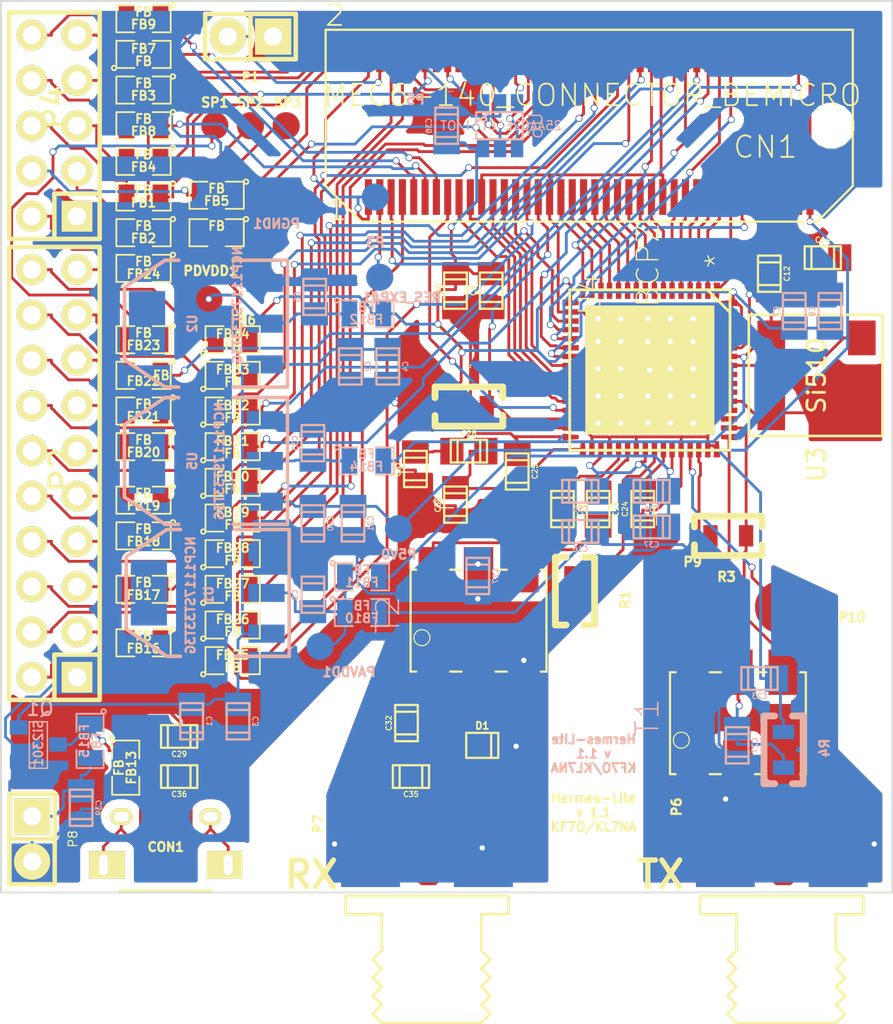
<source format=kicad_pcb>
(kicad_pcb (version 3) (host pcbnew "(2014-06-12 BZR 4942)-product")
  (title_block (title "Hermes Lite") (rev 1.1) (company KL7NA))
  (layers (15 F.Cu signal) (2 Inner2.Cu mixed hide) (1 Inner1.Cu mixed hide) (0 B.Cu signal) (18 B.Paste user) (19 F.Paste user) (20 B.SilkS user) (21 F.SilkS user) (22 B.Mask user) (23 F.Mask user) (28 Edge.Cuts user))
  (net 0 "")
  (net 1 VIN)
  (net 2 GND)
  (net 3 "Net-(C5-Pad1)")
  (net 4 "Net-(C6-Pad1)")
  (net 5 /DVDD)
  (net 6 /AVDD_ADC)
  (net 7 /CLKVDD)
  (net 8 "Net-(C17-Pad1)")
  (net 9 "Net-(C18-Pad1)")
  (net 10 /RXN)
  (net 11 "Net-(C19-Pad1)")
  (net 12 /RXP)
  (net 13 "Net-(C24-Pad1)")
  (net 14 "Net-(C25-Pad1)")
  (net 15 "Net-(C25-Pad2)")
  (net 16 "Net-(C27-Pad1)")
  (net 17 "Net-(C29-Pad1)")
  (net 18 "Net-(C32-Pad1)")
  (net 19 "Net-(C32-Pad2)")
  (net 20 "Net-(C33-Pad1)")
  (net 21 /AVDD_DAC)
  (net 22 "Net-(C35-Pad2)")
  (net 23 "Net-(C36-Pad1)")
  (net 24 "Net-(C39-Pad1)")
  (net 25 /SEN)
  (net 26 /SDIO)
  (net 27 "Net-(CN1-Pad65)")
  (net 28 /SDO)
  (net 29 "Net-(CN1-Pad63)")
  (net 30 /SCK)
  (net 31 "Net-(CN1-Pad61)")
  (net 32 "Net-(CN1-Pad59)")
  (net 33 "Net-(CN1-Pad57)")
  (net 34 "Net-(CN1-Pad55)")
  (net 35 "Net-(CN1-Pad52)")
  (net 36 "Net-(CN1-Pad51)")
  (net 37 "Net-(CN1-Pad49)")
  (net 38 "Net-(CN1-Pad47)")
  (net 39 "Net-(CN1-Pad45)")
  (net 40 "Net-(CN1-Pad43)")
  (net 41 "Net-(CN1-Pad41)")
  (net 42 "Net-(CN1-Pad39)")
  (net 43 "Net-(CN1-Pad37)")
  (net 44 "Net-(CN1-Pad35)")
  (net 45 "Net-(CN1-Pad34)")
  (net 46 "Net-(CN1-Pad31)")
  (net 47 /MAC_SO)
  (net 48 /MAC_SI)
  (net 49 "Net-(CN1-Pad27)")
  (net 50 "Net-(CN1-Pad26)")
  (net 51 "Net-(CN1-Pad25)")
  (net 52 /MAC_CS)
  (net 53 "Net-(CN1-Pad23)")
  (net 54 "Net-(CN1-Pad20)")
  (net 55 "Net-(CN1-Pad19)")
  (net 56 "Net-(CN1-Pad18)")
  (net 57 "Net-(CN1-Pad17)")
  (net 58 /MAC_SCK)
  (net 59 "Net-(CN1-Pad15)")
  (net 60 "Net-(CN1-Pad14)")
  (net 61 "Net-(CN1-Pad13)")
  (net 62 "Net-(CN1-Pad12)")
  (net 63 "Net-(CN1-Pad11)")
  (net 64 "Net-(CN1-Pad9)")
  (net 65 "Net-(CN1-Pad5)")
  (net 66 "Net-(CN1-Pad4)")
  (net 67 "Net-(CN1-Pad3)")
  (net 68 "Net-(CN1-Pad1)")
  (net 69 "Net-(CON1-Pad6)")
  (net 70 /B_SCK)
  (net 71 /PTT)
  (net 72 /B_SS)
  (net 73 /B_SDO)
  (net 74 "Net-(P6-Pad1)")
  (net 75 "Net-(R1-Pad2)")
  (net 76 "Net-(R3-Pad1)")
  (net 77 "Net-(R3-Pad2)")
  (net 78 "Net-(U3-Pad3)")
  (net 79 /GPIO1)
  (net 80 /GPIO2)
  (net 81 /GPIO4)
  (net 82 /GPIO3)
  (net 83 /GPIO5)
  (net 84 /EXP_PR)
  (net 85 /P57)
  (net 86 /P56)
  (net 87 /P55)
  (net 88 /P53)
  (net 89 /P52)
  (net 90 /P51)
  (net 91 /P50)
  (net 92 /P49)
  (net 93 /P48)
  (net 94 /P47)
  (net 95 /P12)
  (net 96 /P36)
  (net 97 /P2)
  (net 98 /P35)
  (net 99 "Net-(FB16-Pad2)")
  (net 100 "Net-(FB17-Pad2)")
  (net 101 "Net-(FB18-Pad2)")
  (net 102 "Net-(FB19-Pad2)")
  (net 103 "Net-(FB20-Pad2)")
  (net 104 "Net-(FB21-Pad2)")
  (net 105 "Net-(FB22-Pad2)")
  (net 106 "Net-(FB23-Pad1)")
  (net 107 "Net-(FB23-Pad2)")
  (net 108 "Net-(FB24-Pad1)")
  (net 109 "Net-(FB24-Pad2)")
  (net 110 "Net-(FB25-Pad1)")
  (net 111 "Net-(FB26-Pad1)")
  (net 112 "Net-(FB27-Pad1)")
  (net 113 "Net-(FB28-Pad1)")
  (net 114 "Net-(FB29-Pad1)")
  (net 115 "Net-(FB30-Pad1)")
  (net 116 "Net-(FB31-Pad1)")
  (net 117 "Net-(FB32-Pad1)")
  (net 118 "Net-(FB33-Pad1)")
  (net 119 "Net-(FB33-Pad2)")
  (net 120 "Net-(FB34-Pad1)")
  (net 121 "Net-(P9-Pad1)")
  (net 122 "Net-(P10-Pad1)")
  (module CP_64_3-M (layer F.Cu) (at 161.4 55.7 270)
    (fp_text reference U4 (at -2.98 2.66 270) (layer F.SilkS) (effects (font (size 1.2065 1.2065) (thickness 0.0762)) (justify left bottom)))
    (fp_text value AD9866BCPZ (at 3.4 -0.6 270) (layer F.SilkS) (effects (font (size 1.2065 1.2065) (thickness 0.0762)) (justify left bottom)))
    (fp_text user * (at -6.1214 -3.7338 270) (layer F.SilkS) (effects (font (size 1.2065 1.2065) (thickness 0.0762))))
    (pad 1 smd trapezoid (at -4.445 -3.7592 180) (size 0.3048 0.9144) (rect_delta 0 0.08) (layers F.Cu F.Paste F.Mask) (net 27 "Net-(CN1-Pad65)"))
    (pad 2 smd rect (at -4.445 -3.2512 180) (size 0.3048 0.9144) (layers F.Cu F.Paste F.Mask) (net 29 "Net-(CN1-Pad63)"))
    (pad 3 smd rect (at -4.445 -2.7432 180) (size 0.3048 0.9144) (layers F.Cu F.Paste F.Mask) (net 31 "Net-(CN1-Pad61)"))
    (pad 4 smd rect (at -4.445 -2.2606 180) (size 0.3048 0.9144) (layers F.Cu F.Paste F.Mask) (net 32 "Net-(CN1-Pad59)"))
    (pad 5 smd rect (at -4.445 -1.7526 180) (size 0.3048 0.9144) (layers F.Cu F.Paste F.Mask) (net 33 "Net-(CN1-Pad57)"))
    (pad 6 smd rect (at -4.445 -1.2446 180) (size 0.3048 0.9144) (layers F.Cu F.Paste F.Mask) (net 34 "Net-(CN1-Pad55)"))
    (pad 7 smd rect (at -4.445 -0.762 180) (size 0.3048 0.9144) (layers F.Cu F.Paste F.Mask) (net 36 "Net-(CN1-Pad51)"))
    (pad 8 smd rect (at -4.445 -0.254 180) (size 0.3048 0.9144) (layers F.Cu F.Paste F.Mask) (net 37 "Net-(CN1-Pad49)"))
    (pad 9 smd rect (at -4.445 0.254 180) (size 0.3048 0.9144) (layers F.Cu F.Paste F.Mask) (net 38 "Net-(CN1-Pad47)"))
    (pad 10 smd rect (at -4.445 0.762 180) (size 0.3048 0.9144) (layers F.Cu F.Paste F.Mask) (net 39 "Net-(CN1-Pad45)"))
    (pad 11 smd rect (at -4.445 1.2446 180) (size 0.3048 0.9144) (layers F.Cu F.Paste F.Mask) (net 40 "Net-(CN1-Pad43)"))
    (pad 12 smd rect (at -4.445 1.7526 180) (size 0.3048 0.9144) (layers F.Cu F.Paste F.Mask) (net 41 "Net-(CN1-Pad41)"))
    (pad 13 smd rect (at -4.445 2.2606 180) (size 0.3048 0.9144) (layers F.Cu F.Paste F.Mask) (net 42 "Net-(CN1-Pad39)"))
    (pad 14 smd rect (at -4.445 2.7432 180) (size 0.3048 0.9144) (layers F.Cu F.Paste F.Mask) (net 43 "Net-(CN1-Pad37)"))
    (pad 15 smd rect (at -4.445 3.2512 180) (size 0.3048 0.9144) (layers F.Cu F.Paste F.Mask) (net 44 "Net-(CN1-Pad35)"))
    (pad 16 smd trapezoid (at -4.445 3.7592 180) (size 0.3048 0.9144) (rect_delta 0 0.08) (layers F.Cu F.Paste F.Mask) (net 35 "Net-(CN1-Pad52)"))
    (pad 17 smd trapezoid (at -3.7592 4.445 270) (size 0.3048 0.9144) (rect_delta 0 0.08) (layers F.Cu F.Paste F.Mask) (net 5 /DVDD))
    (pad 18 smd rect (at -3.2512 4.445 90) (size 0.3048 0.9144) (layers F.Cu F.Paste F.Mask) (net 2 GND))
    (pad 19 smd rect (at -2.7432 4.445 90) (size 0.3048 0.9144) (layers F.Cu F.Paste F.Mask) (net 65 "Net-(CN1-Pad5)"))
    (pad 20 smd rect (at -2.2606 4.445 90) (size 0.3048 0.9144) (layers F.Cu F.Paste F.Mask) (net 26 /SDIO))
    (pad 21 smd rect (at -1.7526 4.445 90) (size 0.3048 0.9144) (layers F.Cu F.Paste F.Mask) (net 28 /SDO))
    (pad 22 smd rect (at -1.2446 4.445 90) (size 0.3048 0.9144) (layers F.Cu F.Paste F.Mask) (net 30 /SCK))
    (pad 23 smd rect (at -0.762 4.445 90) (size 0.3048 0.9144) (layers F.Cu F.Paste F.Mask) (net 25 /SEN))
    (pad 24 smd rect (at -0.254 4.445 90) (size 0.3048 0.9144) (layers F.Cu F.Paste F.Mask) (net 49 "Net-(CN1-Pad27)"))
    (pad 25 smd rect (at 0.254 4.445 90) (size 0.3048 0.9144) (layers F.Cu F.Paste F.Mask) (net 51 "Net-(CN1-Pad25)"))
    (pad 26 smd rect (at 0.762 4.445 90) (size 0.3048 0.9144) (layers F.Cu F.Paste F.Mask) (net 53 "Net-(CN1-Pad23)"))
    (pad 27 smd rect (at 1.2446 4.445 90) (size 0.3048 0.9144) (layers F.Cu F.Paste F.Mask) (net 55 "Net-(CN1-Pad19)"))
    (pad 28 smd rect (at 1.7526 4.445 90) (size 0.3048 0.9144) (layers F.Cu F.Paste F.Mask) (net 57 "Net-(CN1-Pad17)"))
    (pad 29 smd rect (at 2.2606 4.445 90) (size 0.3048 0.9144) (layers F.Cu F.Paste F.Mask) (net 59 "Net-(CN1-Pad15)"))
    (pad 30 smd rect (at 2.7432 4.445 90) (size 0.3048 0.9144) (layers F.Cu F.Paste F.Mask) (net 46 "Net-(CN1-Pad31)"))
    (pad 31 smd rect (at 3.2512 4.445 90) (size 0.3048 0.9144) (layers F.Cu F.Paste F.Mask) (net 2 GND))
    (pad 32 smd trapezoid (at 3.7592 4.445 270) (size 0.3048 0.9144) (rect_delta 0 0.08) (layers F.Cu F.Paste F.Mask) (net 15 "Net-(C25-Pad2)"))
    (pad 33 smd trapezoid (at 4.445 3.7592) (size 0.3048 0.9144) (rect_delta 0 0.08) (layers F.Cu F.Paste F.Mask) (net 14 "Net-(C25-Pad1)"))
    (pad 34 smd rect (at 4.445 3.2512 180) (size 0.3048 0.9144) (layers F.Cu F.Paste F.Mask) (net 2 GND))
    (pad 35 smd rect (at 4.445 2.7432 180) (size 0.3048 0.9144) (layers F.Cu F.Paste F.Mask) (net 6 /AVDD_ADC))
    (pad 36 smd rect (at 4.445 2.2606 180) (size 0.3048 0.9144) (layers F.Cu F.Paste F.Mask) (net 2 GND))
    (pad 37 smd rect (at 4.445 1.7526 180) (size 0.3048 0.9144) (layers F.Cu F.Paste F.Mask) (net 10 /RXN))
    (pad 38 smd rect (at 4.445 1.2446 180) (size 0.3048 0.9144) (layers F.Cu F.Paste F.Mask) (net 12 /RXP))
    (pad 39 smd rect (at 4.445 0.762 180) (size 0.3048 0.9144) (layers F.Cu F.Paste F.Mask) (net 2 GND))
    (pad 40 smd rect (at 4.445 0.254 180) (size 0.3048 0.9144) (layers F.Cu F.Paste F.Mask) (net 6 /AVDD_ADC))
    (pad 41 smd rect (at 4.445 -0.254 180) (size 0.3048 0.9144) (layers F.Cu F.Paste F.Mask) (net 75 "Net-(R1-Pad2)"))
    (pad 42 smd rect (at 4.445 -0.762 180) (size 0.3048 0.9144) (layers F.Cu F.Paste F.Mask) (net 13 "Net-(C24-Pad1)"))
    (pad 43 smd rect (at 4.445 -1.2446 180) (size 0.3048 0.9144) (layers F.Cu F.Paste F.Mask) (net 21 /AVDD_DAC))
    (pad 44 smd rect (at 4.445 -1.7526 180) (size 0.3048 0.9144) (layers F.Cu F.Paste F.Mask) (net 2 GND))
    (pad 45 smd rect (at 4.445 -2.2606 180) (size 0.3048 0.9144) (layers F.Cu F.Paste F.Mask) (net 122 "Net-(P10-Pad1)"))
    (pad 46 smd rect (at 4.445 -2.7432 180) (size 0.3048 0.9144) (layers F.Cu F.Paste F.Mask) (net 77 "Net-(R3-Pad2)"))
    (pad 47 smd rect (at 4.445 -3.2512 180) (size 0.3048 0.9144) (layers F.Cu F.Paste F.Mask) (net 2 GND))
    (pad 48 smd trapezoid (at 4.445 -3.7592) (size 0.3048 0.9144) (rect_delta 0 0.08) (layers F.Cu F.Paste F.Mask) (net 2 GND))
    (pad 49 smd trapezoid (at 3.7592 -4.445 90) (size 0.3048 0.9144) (rect_delta 0 0.07) (layers F.Cu F.Paste F.Mask) (net 121 "Net-(P9-Pad1)"))
    (pad 50 smd rect (at 3.2512 -4.445 90) (size 0.3048 0.9144) (layers F.Cu F.Paste F.Mask) (net 76 "Net-(R3-Pad1)"))
    (pad 51 smd rect (at 2.7432 -4.445 90) (size 0.3048 0.9144) (layers F.Cu F.Paste F.Mask))
    (pad 52 smd rect (at 2.2606 -4.445 90) (size 0.3048 0.9144) (layers F.Cu F.Paste F.Mask))
    (pad 53 smd rect (at 1.7526 -4.445 90) (size 0.3048 0.9144) (layers F.Cu F.Paste F.Mask) (net 2 GND))
    (pad 54 smd rect (at 1.2446 -4.445 90) (size 0.3048 0.9144) (layers F.Cu F.Paste F.Mask) (net 2 GND))
    (pad 55 smd rect (at 0.762 -4.445 90) (size 0.3048 0.9144) (layers F.Cu F.Paste F.Mask) (net 2 GND))
    (pad 56 smd rect (at 0.254 -4.445 90) (size 0.3048 0.9144) (layers F.Cu F.Paste F.Mask))
    (pad 57 smd rect (at -0.254 -4.445 90) (size 0.3048 0.9144) (layers F.Cu F.Paste F.Mask) (net 78 "Net-(U3-Pad3)"))
    (pad 58 smd rect (at -0.762 -4.445 90) (size 0.3048 0.9144) (layers F.Cu F.Paste F.Mask) (net 7 /CLKVDD))
    (pad 59 smd rect (at -1.2446 -4.445 90) (size 0.3048 0.9144) (layers F.Cu F.Paste F.Mask) (net 2 GND))
    (pad 60 smd rect (at -1.7526 -4.445 90) (size 0.3048 0.9144) (layers F.Cu F.Paste F.Mask) (net 5 /DVDD))
    (pad 61 smd rect (at -2.2606 -4.445 90) (size 0.3048 0.9144) (layers F.Cu F.Paste F.Mask))
    (pad 62 smd rect (at -2.7432 -4.445 90) (size 0.3048 0.9144) (layers F.Cu F.Paste F.Mask) (net 2 GND))
    (pad 63 smd rect (at -3.2512 -4.445 90) (size 0.3048 0.9144) (layers F.Cu F.Paste F.Mask) (net 2 GND))
    (pad 64 smd trapezoid (at -3.7592 -4.445 90) (size 0.3048 0.9144) (rect_delta 0 0.08) (layers F.Cu F.Paste F.Mask) (net 5 /DVDD))
    (pad 65 thru_hole rect (at 0 0 270) (size 7.239 7.239) (drill 0.3) (layers *.Cu *.Mask F.SilkS) (net 2 GND))
  )
  (module Resistors_SMD:Resistor_SMD0805_ReflowWave (layer F.Cu) (at 157.2 68.1 90)
    (fp_text reference R1 (at -0.48 2.82 90) (layer F.SilkS) (effects (font (size 0.524 0.524) (thickness 0.131))))
    (fp_text value 1.6K hide)
    (pad 1 smd rect (at -1.00076 0 90) (size 0.8001 1.19888) (layers F.Cu F.Paste F.Mask) (net 2 GND))
    (pad 2 smd rect (at 1.00076 0 90) (size 0.8001 1.19888) (layers F.Cu F.Paste F.Mask) (net 75 "Net-(R1-Pad2)"))
  )
  (module Measurement_Points:Measurement_Point_Round-SMD-Pad_Small (layer B.Cu) (at 142.89 71.2)
    (fp_text reference PAVDD1 (at 1.636 1.444) (layer B.SilkS) (effects (font (size 0.524 0.524) (thickness 0.131)) (justify mirror)))
    (fp_text value CONN_1 hide)
    (pad 1 smd circle (at 0 0) (size 1.524 1.524) (layers B.Cu B.Paste B.Mask) (net 3 "Net-(C5-Pad1)"))
  )
  (module Capacitors_SMD:c_0805 (layer B.Cu) (at 135.7 75.4 90)
    (fp_text reference C1 (at 0 0.9906 90) (layer B.SilkS) (effects (font (size 0.29972 0.29972) (thickness 0.06096)) (justify mirror)))
    (fp_text value 0.1UF hide)
    (pad 1 smd rect (at 0.9525 0 90) (size 1.30048 1.4986) (layers B.Cu B.Paste B.Mask) (net 1 VIN))
    (pad 2 smd rect (at -0.9525 0 90) (size 1.30048 1.4986) (layers B.Cu B.Paste B.Mask) (net 2 GND))
  )
  (module Capacitors_SMD:c_0805 (layer B.Cu) (at 144.6 55.5 90)
    (fp_text reference C2 (at 0 0.9906 90) (layer B.SilkS) (effects (font (size 0.29972 0.29972) (thickness 0.06096)) (justify mirror)))
    (fp_text value 0.1UF hide)
    (pad 1 smd rect (at 0.9525 0 90) (size 1.30048 1.4986) (layers B.Cu B.Paste B.Mask) (net 1 VIN))
    (pad 2 smd rect (at -0.9525 0 90) (size 1.30048 1.4986) (layers B.Cu B.Paste B.Mask) (net 2 GND))
  )
  (module Capacitors_SMD:c_0805 (layer B.Cu) (at 138.3 75.4 90)
    (fp_text reference C3 (at 0 0.9906 90) (layer B.SilkS) (effects (font (size 0.29972 0.29972) (thickness 0.06096)) (justify mirror)))
    (fp_text value 1UF hide)
    (pad 1 smd rect (at 0.9525 0 90) (size 1.30048 1.4986) (layers B.Cu B.Paste B.Mask) (net 1 VIN))
    (pad 2 smd rect (at -0.9525 0 90) (size 1.30048 1.4986) (layers B.Cu B.Paste B.Mask) (net 2 GND))
  )
  (module Capacitors_SMD:c_0805 (layer B.Cu) (at 146.7 55.5 90)
    (fp_text reference C4 (at 0 0.9906 90) (layer B.SilkS) (effects (font (size 0.29972 0.29972) (thickness 0.06096)) (justify mirror)))
    (fp_text value 1UF hide)
    (pad 1 smd rect (at 0.9525 0 90) (size 1.30048 1.4986) (layers B.Cu B.Paste B.Mask) (net 1 VIN))
    (pad 2 smd rect (at -0.9525 0 90) (size 1.30048 1.4986) (layers B.Cu B.Paste B.Mask) (net 2 GND))
  )
  (module Capacitors_SMD:c_0805 (layer B.Cu) (at 142.5 68.3 270)
    (fp_text reference C5 (at 0 0.9906 270) (layer B.SilkS) (effects (font (size 0.29972 0.29972) (thickness 0.06096)) (justify mirror)))
    (fp_text value 10UF hide)
    (pad 1 smd rect (at 0.9525 0 270) (size 1.30048 1.4986) (layers B.Cu B.Paste B.Mask) (net 3 "Net-(C5-Pad1)"))
    (pad 2 smd rect (at -0.9525 0 270) (size 1.30048 1.4986) (layers B.Cu B.Paste B.Mask) (net 2 GND))
  )
  (module Capacitors_SMD:c_0805 (layer B.Cu) (at 142.6 51.6 270)
    (fp_text reference C6 (at 0 0.9906 270) (layer B.SilkS) (effects (font (size 0.29972 0.29972) (thickness 0.06096)) (justify mirror)))
    (fp_text value 10UF hide)
    (pad 1 smd rect (at 0.9525 0 270) (size 1.30048 1.4986) (layers B.Cu B.Paste B.Mask) (net 4 "Net-(C6-Pad1)"))
    (pad 2 smd rect (at -0.9525 0 270) (size 1.30048 1.4986) (layers B.Cu B.Paste B.Mask) (net 2 GND))
  )
  (module Capacitors_SMD:c_0805 (layer B.Cu) (at 169.5 52.4 270)
    (fp_text reference C7 (at 0 0.9906 270) (layer B.SilkS) (effects (font (size 0.29972 0.29972) (thickness 0.06096)) (justify mirror)))
    (fp_text value 0.1UF hide)
    (pad 1 smd rect (at 0.9525 0 270) (size 1.30048 1.4986) (layers B.Cu B.Paste B.Mask) (net 5 /DVDD))
    (pad 2 smd rect (at -0.9525 0 270) (size 1.30048 1.4986) (layers B.Cu B.Paste B.Mask) (net 2 GND))
  )
  (module Capacitors_SMD:c_0805 (layer F.Cu) (at 152.5 51.25 90)
    (fp_text reference C8 (at 0 -0.9906 90) (layer F.SilkS) (effects (font (size 0.29972 0.29972) (thickness 0.06096))))
    (fp_text value 0.1UF hide)
    (pad 1 smd rect (at 0.9525 0 90) (size 1.30048 1.4986) (layers F.Cu F.Paste F.Mask) (net 5 /DVDD))
    (pad 2 smd rect (at -0.9525 0 90) (size 1.30048 1.4986) (layers F.Cu F.Paste F.Mask) (net 2 GND))
  )
  (module Capacitors_SMD:c_0805 (layer B.Cu) (at 171.5 52.4 270)
    (fp_text reference C9 (at 0 0.9906 270) (layer B.SilkS) (effects (font (size 0.29972 0.29972) (thickness 0.06096)) (justify mirror)))
    (fp_text value 1UF hide)
    (pad 1 smd rect (at 0.9525 0 270) (size 1.30048 1.4986) (layers B.Cu B.Paste B.Mask) (net 5 /DVDD))
    (pad 2 smd rect (at -0.9525 0 270) (size 1.30048 1.4986) (layers B.Cu B.Paste B.Mask) (net 2 GND))
  )
  (module Capacitors_SMD:c_0805 (layer F.Cu) (at 150.5 51.25 90)
    (fp_text reference C10 (at 0 -0.9906 90) (layer F.SilkS) (effects (font (size 0.29972 0.29972) (thickness 0.06096))))
    (fp_text value 1UF hide)
    (pad 1 smd rect (at 0.9525 0 90) (size 1.30048 1.4986) (layers F.Cu F.Paste F.Mask) (net 5 /DVDD))
    (pad 2 smd rect (at -0.9525 0 90) (size 1.30048 1.4986) (layers F.Cu F.Paste F.Mask) (net 2 GND))
  )
  (module Capacitors_SMD:c_0805 (layer F.Cu) (at 168.1 50.3 270)
    (fp_text reference C12 (at 0 -0.9906 270) (layer F.SilkS) (effects (font (size 0.29972 0.29972) (thickness 0.06096))))
    (fp_text value 0.1UF hide)
    (pad 1 smd rect (at 0.9525 0 270) (size 1.30048 1.4986) (layers F.Cu F.Paste F.Mask) (net 7 /CLKVDD))
    (pad 2 smd rect (at -0.9525 0 270) (size 1.30048 1.4986) (layers F.Cu F.Paste F.Mask) (net 2 GND))
  )
  (module Capacitors_SMD:c_0805 (layer F.Cu) (at 171.1 49.4)
    (fp_text reference C14 (at 0 -0.9906) (layer F.SilkS) (effects (font (size 0.29972 0.29972) (thickness 0.06096))))
    (fp_text value 1UF hide)
    (pad 1 smd rect (at 0.9525 0) (size 1.30048 1.4986) (layers F.Cu F.Paste F.Mask) (net 7 /CLKVDD))
    (pad 2 smd rect (at -0.9525 0) (size 1.30048 1.4986) (layers F.Cu F.Paste F.Mask) (net 2 GND))
  )
  (module Capacitors_SMD:c_0805 (layer B.Cu) (at 157.5 62.5)
    (fp_text reference C15 (at 0 0.9906) (layer B.SilkS) (effects (font (size 0.29972 0.29972) (thickness 0.06096)) (justify mirror)))
    (fp_text value 0.1UF hide)
    (pad 1 smd rect (at 0.9525 0) (size 1.30048 1.4986) (layers B.Cu B.Paste B.Mask) (net 6 /AVDD_ADC))
    (pad 2 smd rect (at -0.9525 0) (size 1.30048 1.4986) (layers B.Cu B.Paste B.Mask) (net 2 GND))
  )
  (module Capacitors_SMD:c_0805 (layer B.Cu) (at 157.5 64.75)
    (fp_text reference C16 (at 0 0.9906) (layer B.SilkS) (effects (font (size 0.29972 0.29972) (thickness 0.06096)) (justify mirror)))
    (fp_text value 1UF hide)
    (pad 1 smd rect (at 0.9525 0) (size 1.30048 1.4986) (layers B.Cu B.Paste B.Mask) (net 6 /AVDD_ADC))
    (pad 2 smd rect (at -0.9525 0) (size 1.30048 1.4986) (layers B.Cu B.Paste B.Mask) (net 2 GND))
  )
  (module Capacitors_SMD:c_0805 (layer B.Cu) (at 151.75 67.25 90)
    (fp_text reference C17 (at 0 0.9906 90) (layer B.SilkS) (effects (font (size 0.29972 0.29972) (thickness 0.06096)) (justify mirror)))
    (fp_text value 0.1UF hide)
    (pad 1 smd rect (at 0.9525 0 90) (size 1.30048 1.4986) (layers B.Cu B.Paste B.Mask) (net 8 "Net-(C17-Pad1)"))
    (pad 2 smd rect (at -0.9525 0 90) (size 1.30048 1.4986) (layers B.Cu B.Paste B.Mask) (net 2 GND))
  )
  (module Capacitors_SMD:c_0805 (layer F.Cu) (at 156.5 63.5 270)
    (fp_text reference C18 (at 0 -0.9906 270) (layer F.SilkS) (effects (font (size 0.29972 0.29972) (thickness 0.06096))))
    (fp_text value 0.1UF hide)
    (pad 1 smd rect (at 0.9525 0 270) (size 1.30048 1.4986) (layers F.Cu F.Paste F.Mask) (net 9 "Net-(C18-Pad1)"))
    (pad 2 smd rect (at -0.9525 0 270) (size 1.30048 1.4986) (layers F.Cu F.Paste F.Mask) (net 10 /RXN))
  )
  (module Capacitors_SMD:c_0805 (layer F.Cu) (at 158.5 63.5 270)
    (fp_text reference C19 (at 0 -0.9906 270) (layer F.SilkS) (effects (font (size 0.29972 0.29972) (thickness 0.06096))))
    (fp_text value 0.1UF hide)
    (pad 1 smd rect (at 0.9525 0 270) (size 1.30048 1.4986) (layers F.Cu F.Paste F.Mask) (net 11 "Net-(C19-Pad1)"))
    (pad 2 smd rect (at -0.9525 0 270) (size 1.30048 1.4986) (layers F.Cu F.Paste F.Mask) (net 12 /RXP))
  )
  (module Capacitors_SMD:c_0805 (layer B.Cu) (at 142.5 64.3 90)
    (fp_text reference C20 (at 0 0.9906 90) (layer B.SilkS) (effects (font (size 0.29972 0.29972) (thickness 0.06096)) (justify mirror)))
    (fp_text value 0.1UF hide)
    (pad 1 smd rect (at 0.9525 0 90) (size 1.30048 1.4986) (layers B.Cu B.Paste B.Mask) (net 1 VIN))
    (pad 2 smd rect (at -0.9525 0 90) (size 1.30048 1.4986) (layers B.Cu B.Paste B.Mask) (net 2 GND))
  )
  (module Capacitors_SMD:c_0805 (layer B.Cu) (at 144.75 64.3 90)
    (fp_text reference C21 (at 0 0.9906 90) (layer B.SilkS) (effects (font (size 0.29972 0.29972) (thickness 0.06096)) (justify mirror)))
    (fp_text value 1UF hide)
    (pad 1 smd rect (at 0.9525 0 90) (size 1.30048 1.4986) (layers B.Cu B.Paste B.Mask) (net 1 VIN))
    (pad 2 smd rect (at -0.9525 0 90) (size 1.30048 1.4986) (layers B.Cu B.Paste B.Mask) (net 2 GND))
  )
  (module Capacitors_SMD:c_0805 (layer B.Cu) (at 167.55 73)
    (fp_text reference C23 (at 0 0.9906) (layer B.SilkS) (effects (font (size 0.29972 0.29972) (thickness 0.06096)) (justify mirror)))
    (fp_text value 10UF hide)
    (pad 1 smd rect (at 0.9525 0) (size 1.30048 1.4986) (layers B.Cu B.Paste B.Mask) (net 1 VIN))
    (pad 2 smd rect (at -0.9525 0) (size 1.30048 1.4986) (layers B.Cu B.Paste B.Mask) (net 2 GND))
  )
  (module Capacitors_SMD:c_0805 (layer F.Cu) (at 161 63.5 90)
    (fp_text reference C24 (at 0 -0.9906 90) (layer F.SilkS) (effects (font (size 0.29972 0.29972) (thickness 0.06096))))
    (fp_text value 0.1UF hide)
    (pad 1 smd rect (at 0.9525 0 90) (size 1.30048 1.4986) (layers F.Cu F.Paste F.Mask) (net 13 "Net-(C24-Pad1)"))
    (pad 2 smd rect (at -0.9525 0 90) (size 1.30048 1.4986) (layers F.Cu F.Paste F.Mask) (net 2 GND))
  )
  (module Capacitors_SMD:c_0805 (layer F.Cu) (at 153.96 61.39 270)
    (fp_text reference C25 (at 0 -0.9906 270) (layer F.SilkS) (effects (font (size 0.29972 0.29972) (thickness 0.06096))))
    (fp_text value 0.1UF hide)
    (pad 1 smd rect (at 0.9525 0 270) (size 1.30048 1.4986) (layers F.Cu F.Paste F.Mask) (net 14 "Net-(C25-Pad1)"))
    (pad 2 smd rect (at -0.9525 0 270) (size 1.30048 1.4986) (layers F.Cu F.Paste F.Mask) (net 15 "Net-(C25-Pad2)"))
  )
  (module Capacitors_SMD:c_0805 (layer B.Cu) (at 166.3 76.75 90)
    (fp_text reference C27 (at 0 0.9906 90) (layer B.SilkS) (effects (font (size 0.29972 0.29972) (thickness 0.06096)) (justify mirror)))
    (fp_text value 0.1UF hide)
    (pad 1 smd rect (at 0.9525 0 90) (size 1.30048 1.4986) (layers B.Cu B.Paste B.Mask) (net 16 "Net-(C27-Pad1)"))
    (pad 2 smd rect (at -0.9525 0 90) (size 1.30048 1.4986) (layers B.Cu B.Paste B.Mask) (net 2 GND))
  )
  (module Capacitors_SMD:c_0805 (layer F.Cu) (at 151.25 60.25)
    (fp_text reference C28 (at 0 -0.9906) (layer F.SilkS) (effects (font (size 0.29972 0.29972) (thickness 0.06096))))
    (fp_text value 10UF hide)
    (pad 1 smd rect (at 0.9525 0) (size 1.30048 1.4986) (layers F.Cu F.Paste F.Mask) (net 14 "Net-(C25-Pad1)"))
    (pad 2 smd rect (at -0.9525 0) (size 1.30048 1.4986) (layers F.Cu F.Paste F.Mask) (net 15 "Net-(C25-Pad2)"))
  )
  (module Capacitors_SMD:c_0805 (layer F.Cu) (at 135 76.25 180)
    (fp_text reference C29 (at 0 -0.9906 180) (layer F.SilkS) (effects (font (size 0.29972 0.29972) (thickness 0.06096))))
    (fp_text value 10UF hide)
    (pad 1 smd rect (at 0.9525 0 180) (size 1.30048 1.4986) (layers F.Cu F.Paste F.Mask) (net 17 "Net-(C29-Pad1)"))
    (pad 2 smd rect (at -0.9525 0 180) (size 1.30048 1.4986) (layers F.Cu F.Paste F.Mask) (net 2 GND))
  )
  (module Capacitors_SMD:c_0805 (layer F.Cu) (at 150.5 63.25 90)
    (fp_text reference C30 (at 0 -0.9906 90) (layer F.SilkS) (effects (font (size 0.29972 0.29972) (thickness 0.06096))))
    (fp_text value 0.1UF hide)
    (pad 1 smd rect (at 0.9525 0 90) (size 1.30048 1.4986) (layers F.Cu F.Paste F.Mask) (net 14 "Net-(C25-Pad1)"))
    (pad 2 smd rect (at -0.9525 0 90) (size 1.30048 1.4986) (layers F.Cu F.Paste F.Mask) (net 2 GND))
  )
  (module Capacitors_SMD:c_0805 (layer F.Cu) (at 148.25 61.25 90)
    (fp_text reference C31 (at 0 -0.9906 90) (layer F.SilkS) (effects (font (size 0.29972 0.29972) (thickness 0.06096))))
    (fp_text value 0.1UF hide)
    (pad 1 smd rect (at 0.9525 0 90) (size 1.30048 1.4986) (layers F.Cu F.Paste F.Mask) (net 15 "Net-(C25-Pad2)"))
    (pad 2 smd rect (at -0.9525 0 90) (size 1.30048 1.4986) (layers F.Cu F.Paste F.Mask) (net 2 GND))
  )
  (module Capacitors_SMD:c_0805 (layer F.Cu) (at 147.75 75.5 90)
    (fp_text reference C32 (at 0 -0.9906 90) (layer F.SilkS) (effects (font (size 0.29972 0.29972) (thickness 0.06096))))
    (fp_text value 0.1UF hide)
    (pad 1 smd rect (at 0.9525 0 90) (size 1.30048 1.4986) (layers F.Cu F.Paste F.Mask) (net 18 "Net-(C32-Pad1)"))
    (pad 2 smd rect (at -0.9525 0 90) (size 1.30048 1.4986) (layers F.Cu F.Paste F.Mask) (net 19 "Net-(C32-Pad2)"))
  )
  (module Capacitors_SMD:c_0805 (layer B.Cu) (at 142.5 59.8 270)
    (fp_text reference C33 (at 0 0.9906 270) (layer B.SilkS) (effects (font (size 0.29972 0.29972) (thickness 0.06096)) (justify mirror)))
    (fp_text value 10UF hide)
    (pad 1 smd rect (at 0.9525 0 270) (size 1.30048 1.4986) (layers B.Cu B.Paste B.Mask) (net 20 "Net-(C33-Pad1)"))
    (pad 2 smd rect (at -0.9525 0 270) (size 1.30048 1.4986) (layers B.Cu B.Paste B.Mask) (net 2 GND))
  )
  (module Capacitors_SMD:c_0805 (layer B.Cu) (at 161.5 62.5)
    (fp_text reference C34 (at 0 0.9906) (layer B.SilkS) (effects (font (size 0.29972 0.29972) (thickness 0.06096)) (justify mirror)))
    (fp_text value 0.1UF hide)
    (pad 1 smd rect (at 0.9525 0) (size 1.30048 1.4986) (layers B.Cu B.Paste B.Mask) (net 21 /AVDD_DAC))
    (pad 2 smd rect (at -0.9525 0) (size 1.30048 1.4986) (layers B.Cu B.Paste B.Mask) (net 2 GND))
  )
  (module Capacitors_SMD:c_0805 (layer F.Cu) (at 148 78.5 180)
    (fp_text reference C35 (at 0 -0.9906 180) (layer F.SilkS) (effects (font (size 0.29972 0.29972) (thickness 0.06096))))
    (fp_text value 0.1UF hide)
    (pad 1 smd rect (at 0.9525 0 180) (size 1.30048 1.4986) (layers F.Cu F.Paste F.Mask) (net 19 "Net-(C32-Pad2)"))
    (pad 2 smd rect (at -0.9525 0 180) (size 1.30048 1.4986) (layers F.Cu F.Paste F.Mask) (net 22 "Net-(C35-Pad2)"))
  )
  (module Capacitors_SMD:c_0805 (layer F.Cu) (at 135 78.5 180)
    (fp_text reference C36 (at 0 -0.9906 180) (layer F.SilkS) (effects (font (size 0.29972 0.29972) (thickness 0.06096))))
    (fp_text value 0.1UF hide)
    (pad 1 smd rect (at 0.9525 0 180) (size 1.30048 1.4986) (layers F.Cu F.Paste F.Mask) (net 23 "Net-(C36-Pad1)"))
    (pad 2 smd rect (at -0.9525 0 180) (size 1.30048 1.4986) (layers F.Cu F.Paste F.Mask) (net 2 GND))
  )
  (module Capacitors_SMD:c_0805 (layer B.Cu) (at 161.5 64.5)
    (fp_text reference C37 (at 0 0.9906) (layer B.SilkS) (effects (font (size 0.29972 0.29972) (thickness 0.06096)) (justify mirror)))
    (fp_text value 1UF hide)
    (pad 1 smd rect (at 0.9525 0) (size 1.30048 1.4986) (layers B.Cu B.Paste B.Mask) (net 21 /AVDD_DAC))
    (pad 2 smd rect (at -0.9525 0) (size 1.30048 1.4986) (layers B.Cu B.Paste B.Mask) (net 2 GND))
  )
  (module Capacitors_SMD:c_0805 (layer B.Cu) (at 150 42 270)
    (fp_text reference C38 (at 0 0.9906 270) (layer B.SilkS) (effects (font (size 0.29972 0.29972) (thickness 0.06096)) (justify mirror)))
    (fp_text value 0.1UF hide)
    (pad 1 smd rect (at 0.9525 0 270) (size 1.30048 1.4986) (layers B.Cu B.Paste B.Mask) (net 5 /DVDD))
    (pad 2 smd rect (at -0.9525 0 270) (size 1.30048 1.4986) (layers B.Cu B.Paste B.Mask) (net 2 GND))
  )
  (module Capacitors_SMD:c_0805 (layer B.Cu) (at 129.5 80.25 90)
    (fp_text reference C39 (at 0 0.9906 90) (layer B.SilkS) (effects (font (size 0.29972 0.29972) (thickness 0.06096)) (justify mirror)))
    (fp_text value 0.1UF hide)
    (pad 1 smd rect (at 0.9525 0 90) (size 1.30048 1.4986) (layers B.Cu B.Paste B.Mask) (net 24 "Net-(C39-Pad1)"))
    (pad 2 smd rect (at -0.9525 0 90) (size 1.30048 1.4986) (layers B.Cu B.Paste B.Mask) (net 2 GND))
  )
  (module BEMICRO:MEC6-140-02-X-D-RAX (layer F.Cu) (at 158 42 180)
    (fp_text reference CN1 (at -8 -1.9 180) (layer F.SilkS) (effects (font (size 1.2065 1.2065) (thickness 0.1016)) (justify left bottom)))
    (fp_text value MEC6-140_CONNECTOR_BEMICRO (at 15 1 180) (layer F.SilkS) (effects (font (size 1.2065 1.2065) (thickness 0.1016)) (justify left bottom)))
    (fp_text user 1 (at 14.8 -5.4 180) (layer F.SilkS) (effects (font (size 1.2065 1.2065) (thickness 0.1016)) (justify left bottom)))
    (fp_text user 2 (at 14.9 5.5 360) (layer F.SilkS) (effects (font (size 1.2065 1.2065) (thickness 0.1016)) (justify left bottom)))
    (pad 80 smd rect (at -12.3825 4 180) (size 0.4 2) (layers F.Cu F.Paste F.Mask) (net 1 VIN))
    (pad 79 smd rect (at -12.3825 -4 180) (size 0.4 2) (layers F.Cu F.Paste F.Mask) (net 1 VIN))
    (pad 78 smd rect (at -11.7475 4 180) (size 0.4 2) (layers F.Cu F.Paste F.Mask) (net 84 /EXP_PR))
    (pad 77 smd rect (at -11.7475 -4 180) (size 0.4 2) (layers F.Cu F.Paste F.Mask))
    (pad 76 smd rect (at -11.1125 4 180) (size 0.4 2) (layers F.Cu F.Paste F.Mask) (net 2 GND))
    (pad 75 smd rect (at -11.1125 -4 180) (size 0.4 2) (layers F.Cu F.Paste F.Mask))
    (pad 74 smd rect (at -10.4775 4 180) (size 0.4 2) (layers F.Cu F.Paste F.Mask))
    (pad 73 smd rect (at -10.4775 -4 180) (size 0.4 2) (layers F.Cu F.Paste F.Mask))
    (pad 72 smd rect (at -9.8425 4 180) (size 0.4 2) (layers F.Cu F.Paste F.Mask))
    (pad 71 smd rect (at -9.8425 -4 180) (size 0.4 2) (layers F.Cu F.Paste F.Mask))
    (pad 70 smd rect (at -9.2075 4 180) (size 0.4 2) (layers F.Cu F.Paste F.Mask))
    (pad 69 smd rect (at -9.2075 -4 180) (size 0.4 2) (layers F.Cu F.Paste F.Mask))
    (pad 68 smd rect (at -8.5725 4 180) (size 0.4 2) (layers F.Cu F.Paste F.Mask))
    (pad 67 smd rect (at -8.5725 -4 180) (size 0.4 2) (layers F.Cu F.Paste F.Mask) (net 25 /SEN))
    (pad 66 smd rect (at -7.9375 4 180) (size 0.4 2) (layers F.Cu F.Paste F.Mask) (net 26 /SDIO))
    (pad 65 smd rect (at -7.9375 -4 180) (size 0.4 2) (layers F.Cu F.Paste F.Mask) (net 27 "Net-(CN1-Pad65)"))
    (pad 64 smd rect (at -7.3025 4 180) (size 0.4 2) (layers F.Cu F.Paste F.Mask) (net 28 /SDO))
    (pad 63 smd rect (at -7.3025 -4 180) (size 0.4 2) (layers F.Cu F.Paste F.Mask) (net 29 "Net-(CN1-Pad63)"))
    (pad 62 smd rect (at -6.6675 4 180) (size 0.4 2) (layers F.Cu F.Paste F.Mask) (net 30 /SCK))
    (pad 61 smd rect (at -6.6675 -4 180) (size 0.4 2) (layers F.Cu F.Paste F.Mask) (net 31 "Net-(CN1-Pad61)"))
    (pad 60 smd rect (at -6.0325 4 180) (size 0.4 2) (layers F.Cu F.Paste F.Mask) (net 85 /P57))
    (pad 59 smd rect (at -6.0325 -4 180) (size 0.4 2) (layers F.Cu F.Paste F.Mask) (net 32 "Net-(CN1-Pad59)"))
    (pad 58 smd rect (at -5.3975 4 180) (size 0.4 2) (layers F.Cu F.Paste F.Mask) (net 86 /P56))
    (pad 57 smd rect (at -5.3975 -4 180) (size 0.4 2) (layers F.Cu F.Paste F.Mask) (net 33 "Net-(CN1-Pad57)"))
    (pad 56 smd rect (at -4.7625 4 180) (size 0.4 2) (layers F.Cu F.Paste F.Mask) (net 87 /P55))
    (pad 55 smd rect (at -4.7625 -4 180) (size 0.4 2) (layers F.Cu F.Paste F.Mask) (net 34 "Net-(CN1-Pad55)"))
    (pad 54 smd rect (at -4.1275 4 180) (size 0.4 2) (layers F.Cu F.Paste F.Mask) (net 2 GND))
    (pad 53 smd rect (at -4.1275 -4 180) (size 0.4 2) (layers F.Cu F.Paste F.Mask) (net 2 GND))
    (pad 52 smd rect (at -3.4925 4 180) (size 0.4 2) (layers F.Cu F.Paste F.Mask) (net 35 "Net-(CN1-Pad52)"))
    (pad 51 smd rect (at -3.4925 -4 180) (size 0.4 2) (layers F.Cu F.Paste F.Mask) (net 36 "Net-(CN1-Pad51)"))
    (pad 50 smd rect (at -2.8575 4 180) (size 0.4 2) (layers F.Cu F.Paste F.Mask) (net 88 /P53))
    (pad 49 smd rect (at -2.8575 -4 180) (size 0.4 2) (layers F.Cu F.Paste F.Mask) (net 37 "Net-(CN1-Pad49)"))
    (pad 48 smd rect (at -2.2225 4 180) (size 0.4 2) (layers F.Cu F.Paste F.Mask) (net 89 /P52))
    (pad 47 smd rect (at -2.2225 -4 180) (size 0.4 2) (layers F.Cu F.Paste F.Mask) (net 38 "Net-(CN1-Pad47)"))
    (pad 46 smd rect (at -1.5875 4 180) (size 0.4 2) (layers F.Cu F.Paste F.Mask) (net 90 /P51))
    (pad 45 smd rect (at -1.5875 -4 180) (size 0.4 2) (layers F.Cu F.Paste F.Mask) (net 39 "Net-(CN1-Pad45)"))
    (pad 44 smd rect (at -0.9525 4 180) (size 0.4 2) (layers F.Cu F.Paste F.Mask) (net 2 GND))
    (pad 43 smd rect (at -0.9525 -4 180) (size 0.4 2) (layers F.Cu F.Paste F.Mask) (net 40 "Net-(CN1-Pad43)"))
    (pad 42 smd rect (at -0.3175 4 180) (size 0.4 2) (layers F.Cu F.Paste F.Mask) (net 91 /P50))
    (pad 41 smd rect (at -0.3175 -4 180) (size 0.4 2) (layers F.Cu F.Paste F.Mask) (net 41 "Net-(CN1-Pad41)"))
    (pad 40 smd rect (at 0.3175 4 180) (size 0.4 2) (layers F.Cu F.Paste F.Mask) (net 92 /P49))
    (pad 39 smd rect (at 0.3175 -4 180) (size 0.4 2) (layers F.Cu F.Paste F.Mask) (net 42 "Net-(CN1-Pad39)"))
    (pad 38 smd rect (at 0.9525 4 180) (size 0.4 2) (layers F.Cu F.Paste F.Mask) (net 93 /P48))
    (pad 37 smd rect (at 0.9525 -4 180) (size 0.4 2) (layers F.Cu F.Paste F.Mask) (net 43 "Net-(CN1-Pad37)"))
    (pad 36 smd rect (at 1.5875 4 180) (size 0.4 2) (layers F.Cu F.Paste F.Mask) (net 94 /P47))
    (pad 35 smd rect (at 1.5875 -4 180) (size 0.4 2) (layers F.Cu F.Paste F.Mask) (net 44 "Net-(CN1-Pad35)"))
    (pad 34 smd rect (at 2.2225 4 180) (size 0.4 2) (layers F.Cu F.Paste F.Mask) (net 45 "Net-(CN1-Pad34)"))
    (pad 33 smd rect (at 2.2225 -4 180) (size 0.4 2) (layers F.Cu F.Paste F.Mask) (net 2 GND))
    (pad 32 smd rect (at 2.8575 4 180) (size 0.4 2) (layers F.Cu F.Paste F.Mask) (net 2 GND))
    (pad 31 smd rect (at 2.8575 -4 180) (size 0.4 2) (layers F.Cu F.Paste F.Mask) (net 46 "Net-(CN1-Pad31)"))
    (pad 30 smd rect (at 3.4925 4 180) (size 0.4 2) (layers F.Cu F.Paste F.Mask) (net 47 /MAC_SO))
    (pad 29 smd rect (at 3.4925 -4 180) (size 0.4 2) (layers F.Cu F.Paste F.Mask) (net 95 /P12))
    (pad 28 smd rect (at 4.1275 4 180) (size 0.4 2) (layers F.Cu F.Paste F.Mask) (net 48 /MAC_SI))
    (pad 27 smd rect (at 4.1275 -4 180) (size 0.4 2) (layers F.Cu F.Paste F.Mask) (net 49 "Net-(CN1-Pad27)"))
    (pad 26 smd rect (at 4.7625 4 180) (size 0.4 2) (layers F.Cu F.Paste F.Mask) (net 50 "Net-(CN1-Pad26)"))
    (pad 25 smd rect (at 4.7625 -4 180) (size 0.4 2) (layers F.Cu F.Paste F.Mask) (net 51 "Net-(CN1-Pad25)"))
    (pad 24 smd rect (at 5.3975 4 180) (size 0.4 2) (layers F.Cu F.Paste F.Mask) (net 52 /MAC_CS))
    (pad 23 smd rect (at 5.3975 -4 180) (size 0.4 2) (layers F.Cu F.Paste F.Mask) (net 53 "Net-(CN1-Pad23)"))
    (pad 22 smd rect (at 6.0325 4 180) (size 0.4 2) (layers F.Cu F.Paste F.Mask) (net 2 GND))
    (pad 21 smd rect (at 6.0325 -4 180) (size 0.4 2) (layers F.Cu F.Paste F.Mask) (net 2 GND))
    (pad 20 smd rect (at 6.6675 4 180) (size 0.4 2) (layers F.Cu F.Paste F.Mask) (net 54 "Net-(CN1-Pad20)"))
    (pad 19 smd rect (at 6.6675 -4 180) (size 0.4 2) (layers F.Cu F.Paste F.Mask) (net 55 "Net-(CN1-Pad19)"))
    (pad 18 smd rect (at 7.3025 4 180) (size 0.4 2) (layers F.Cu F.Paste F.Mask) (net 56 "Net-(CN1-Pad18)"))
    (pad 17 smd rect (at 7.3025 -4 180) (size 0.4 2) (layers F.Cu F.Paste F.Mask) (net 57 "Net-(CN1-Pad17)"))
    (pad 16 smd rect (at 7.9375 4 180) (size 0.4 2) (layers F.Cu F.Paste F.Mask) (net 58 /MAC_SCK))
    (pad 15 smd rect (at 7.9375 -4 180) (size 0.4 2) (layers F.Cu F.Paste F.Mask) (net 59 "Net-(CN1-Pad15)"))
    (pad 14 smd rect (at 8.5725 4 180) (size 0.4 2) (layers F.Cu F.Paste F.Mask) (net 60 "Net-(CN1-Pad14)"))
    (pad 13 smd rect (at 8.5725 -4 180) (size 0.4 2) (layers F.Cu F.Paste F.Mask) (net 61 "Net-(CN1-Pad13)"))
    (pad 12 smd rect (at 9.2075 4 180) (size 0.4 2) (layers F.Cu F.Paste F.Mask) (net 62 "Net-(CN1-Pad12)"))
    (pad 11 smd rect (at 9.2075 -4 180) (size 0.4 2) (layers F.Cu F.Paste F.Mask) (net 63 "Net-(CN1-Pad11)"))
    (pad 10 smd rect (at 9.8425 4 180) (size 0.4 2) (layers F.Cu F.Paste F.Mask) (net 2 GND))
    (pad 9 smd rect (at 9.8425 -4 180) (size 0.4 2) (layers F.Cu F.Paste F.Mask) (net 64 "Net-(CN1-Pad9)"))
    (pad 8 smd rect (at 10.4775 4 180) (size 0.4 2) (layers F.Cu F.Paste F.Mask) (net 96 /P36))
    (pad 7 smd rect (at 10.4775 -4 180) (size 0.4 2) (layers F.Cu F.Paste F.Mask) (net 97 /P2))
    (pad 6 smd rect (at 11.1125 4 180) (size 0.4 2) (layers F.Cu F.Paste F.Mask) (net 98 /P35))
    (pad 5 smd rect (at 11.1125 -4 180) (size 0.4 2) (layers F.Cu F.Paste F.Mask) (net 65 "Net-(CN1-Pad5)"))
    (pad 4 smd rect (at 11.7475 4 180) (size 0.4 2) (layers F.Cu F.Paste F.Mask) (net 66 "Net-(CN1-Pad4)"))
    (pad 3 smd rect (at 11.7475 -4 180) (size 0.4 2) (layers F.Cu F.Paste F.Mask) (net 67 "Net-(CN1-Pad3)"))
    (pad 2 smd rect (at 12.3825 4 180) (size 0.4 2) (layers F.Cu F.Paste F.Mask) (net 68 "Net-(CN1-Pad1)"))
    (pad 1 smd rect (at 12.3825 -4 180) (size 0.4 2) (layers F.Cu F.Paste F.Mask) (net 68 "Net-(CN1-Pad1)"))
    (pad "" np_thru_hole circle (at -13.585 0 180) (size 1.55 1.55) (drill 1.55) (layers *.Cu))
    (pad "" np_thru_hole circle (at 13.585 0 180) (size 1.55 1.55) (drill 1.55) (layers *.Cu))
  )
  (module USB:Micro_USB_B_oval_holes (layer F.Cu) (at 134.25 80.75 180)
    (fp_text reference CON1 (at 0 -1.7 180) (layer F.SilkS) (effects (font (size 0.5 0.5) (thickness 0.125))))
    (fp_text value USB-MICRO-B hide)
    (pad 3 smd rect (at 0 0 180) (size 0.4 1.35) (layers F.Cu F.Paste F.Mask))
    (pad 2 smd rect (at 0.65 0 180) (size 0.4 1.35) (layers F.Cu F.Paste F.Mask))
    (pad 1 smd rect (at 1.3 0 180) (size 0.4 1.35) (layers F.Cu F.Paste F.Mask) (net 23 "Net-(C36-Pad1)"))
    (pad 4 smd rect (at -0.65 0 180) (size 0.4 1.35) (layers F.Cu F.Paste F.Mask))
    (pad 5 smd rect (at -1.3 0 180) (size 0.4 1.35) (layers F.Cu F.Paste F.Mask) (net 2 GND))
    (pad 6 thru_hole oval (at 2.5 0 180) (size 1.25 0.95) (drill oval 0.85 0.55) (layers *.Cu *.Mask F.SilkS) (net 69 "Net-(CON1-Pad6)"))
    (pad 6 thru_hole oval (at -2.5 0 180) (size 1.25 0.95) (drill oval 0.85 0.55) (layers *.Cu *.Mask F.SilkS) (net 69 "Net-(CON1-Pad6)"))
    (pad 6 thru_hole trapezoid (at 3.5 -2.7 180) (size 2 1.55) (drill oval 0.5 1.15 (offset -0.2 0)) (layers *.Cu *.Mask F.SilkS) (net 69 "Net-(CON1-Pad6)"))
    (pad 6 smd rect (at 1 -2.7 180) (size 1.5 1.55) (layers F.Cu F.Paste F.Mask) (net 69 "Net-(CON1-Pad6)"))
    (pad 6 smd rect (at -1 -2.7 180) (size 1.5 1.55) (layers F.Cu F.Paste F.Mask) (net 69 "Net-(CON1-Pad6)"))
    (pad 6 thru_hole trapezoid (at -3.5 -2.7 180) (size 2 1.55) (drill oval 0.5 1.15 (offset 0.2 0)) (layers *.Cu *.Mask F.SilkS) (net 69 "Net-(CON1-Pad6)"))
  )
  (module SOD:SOD323 (layer F.Cu) (at 152 76.75)
    (fp_text reference D1 (at 0 -1.09982) (layer F.SilkS) (effects (font (size 0.39878 0.39878) (thickness 0.09906))))
    (fp_text value CDSOD323-T03C hide)
    (pad 2 smd rect (at 1.09982 0) (size 1.00076 0.59944) (layers F.Cu F.Paste F.Mask) (net 2 GND))
    (pad 1 smd rect (at -1.09982 0) (size 1.00076 0.59944) (layers F.Cu F.Paste F.Mask) (net 19 "Net-(C32-Pad2)"))
  )
  (module SMD_Packages:SM0805 (layer F.Cu) (at 133 46 180)
    (fp_text reference FB1 (at 0 -0.3175 180) (layer F.SilkS) (effects (font (size 0.50038 0.50038) (thickness 0.10922))))
    (fp_text value FB (at 0 0.381 180) (layer F.SilkS) (effects (font (size 0.50038 0.50038) (thickness 0.10922))))
    (pad 1 smd rect (at -0.9525 0 180) (size 0.889 1.397) (layers F.Cu F.Paste F.Mask) (net 56 "Net-(CN1-Pad18)"))
    (pad 2 smd rect (at 0.9525 0 180) (size 0.889 1.397) (layers F.Cu F.Paste F.Mask) (net 79 /GPIO1))
  )
  (module SMD_Packages:SM0805 (layer F.Cu) (at 133 48 180)
    (fp_text reference FB2 (at 0 -0.3175 180) (layer F.SilkS) (effects (font (size 0.50038 0.50038) (thickness 0.10922))))
    (fp_text value FB (at 0 0.381 180) (layer F.SilkS) (effects (font (size 0.50038 0.50038) (thickness 0.10922))))
    (pad 1 smd rect (at -0.9525 0 180) (size 0.889 1.397) (layers F.Cu F.Paste F.Mask) (net 50 "Net-(CN1-Pad26)"))
    (pad 2 smd rect (at 0.9525 0 180) (size 0.889 1.397) (layers F.Cu F.Paste F.Mask) (net 70 /B_SCK))
  )
  (module SMD_Packages:SM0805 (layer F.Cu) (at 133 40 180)
    (fp_text reference FB3 (at 0 -0.3175 180) (layer F.SilkS) (effects (font (size 0.50038 0.50038) (thickness 0.10922))))
    (fp_text value FB (at 0 0.381 180) (layer F.SilkS) (effects (font (size 0.50038 0.50038) (thickness 0.10922))))
    (pad 1 smd rect (at -0.9525 0 180) (size 0.889 1.397) (layers F.Cu F.Paste F.Mask) (net 54 "Net-(CN1-Pad20)"))
    (pad 2 smd rect (at 0.9525 0 180) (size 0.889 1.397) (layers F.Cu F.Paste F.Mask) (net 80 /GPIO2))
  )
  (module SMD_Packages:SM0805 (layer F.Cu) (at 133 44 180)
    (fp_text reference FB4 (at 0 -0.3175 180) (layer F.SilkS) (effects (font (size 0.50038 0.50038) (thickness 0.10922))))
    (fp_text value FB (at 0 0.381 180) (layer F.SilkS) (effects (font (size 0.50038 0.50038) (thickness 0.10922))))
    (pad 1 smd rect (at -0.9525 0 180) (size 0.889 1.397) (layers F.Cu F.Paste F.Mask) (net 62 "Net-(CN1-Pad12)"))
    (pad 2 smd rect (at 0.9525 0 180) (size 0.889 1.397) (layers F.Cu F.Paste F.Mask) (net 71 /PTT))
  )
  (module SMD_Packages:SM0805 (layer F.Cu) (at 137.1 45.9 180)
    (fp_text reference FB5 (at 0 -0.3175 180) (layer F.SilkS) (effects (font (size 0.50038 0.50038) (thickness 0.10922))))
    (fp_text value FB (at 0 0.381 180) (layer F.SilkS) (effects (font (size 0.50038 0.50038) (thickness 0.10922))))
    (pad 1 smd rect (at -0.9525 0 180) (size 0.889 1.397) (layers F.Cu F.Paste F.Mask) (net 60 "Net-(CN1-Pad14)"))
    (pad 2 smd rect (at 0.9525 0 180) (size 0.889 1.397) (layers F.Cu F.Paste F.Mask) (net 72 /B_SS))
  )
  (module SMD_Packages:SM0805 (layer F.Cu) (at 137.1 48 180)
    (fp_text reference FB6 (at -1.5 -4.9 180) (layer F.SilkS) (effects (font (size 0.50038 0.50038) (thickness 0.10922))))
    (fp_text value FB (at 0 0.381 180) (layer F.SilkS) (effects (font (size 0.50038 0.50038) (thickness 0.10922))))
    (pad 1 smd rect (at -0.9525 0 180) (size 0.889 1.397) (layers F.Cu F.Paste F.Mask) (net 45 "Net-(CN1-Pad34)"))
    (pad 2 smd rect (at 0.9525 0 180) (size 0.889 1.397) (layers F.Cu F.Paste F.Mask) (net 73 /B_SDO))
  )
  (module SMD_Packages:SM0805 (layer F.Cu) (at 133 38)
    (fp_text reference FB7 (at 0 -0.3175) (layer F.SilkS) (effects (font (size 0.50038 0.50038) (thickness 0.10922))))
    (fp_text value FB (at 0 0.381) (layer F.SilkS) (effects (font (size 0.50038 0.50038) (thickness 0.10922))))
    (pad 1 smd rect (at -0.9525 0) (size 0.889 1.397) (layers F.Cu F.Paste F.Mask) (net 81 /GPIO4))
    (pad 2 smd rect (at 0.9525 0) (size 0.889 1.397) (layers F.Cu F.Paste F.Mask) (net 61 "Net-(CN1-Pad13)"))
  )
  (module SMD_Packages:SM0805 (layer F.Cu) (at 133 42 180)
    (fp_text reference FB8 (at 0 -0.3175 180) (layer F.SilkS) (effects (font (size 0.50038 0.50038) (thickness 0.10922))))
    (fp_text value FB (at 0 0.381 180) (layer F.SilkS) (effects (font (size 0.50038 0.50038) (thickness 0.10922))))
    (pad 1 smd rect (at -0.9525 0 180) (size 0.889 1.397) (layers F.Cu F.Paste F.Mask) (net 63 "Net-(CN1-Pad11)"))
    (pad 2 smd rect (at 0.9525 0 180) (size 0.889 1.397) (layers F.Cu F.Paste F.Mask) (net 82 /GPIO3))
  )
  (module SMD_Packages:SM0805 (layer F.Cu) (at 133 36 180)
    (fp_text reference FB9 (at 0 -0.3175 180) (layer F.SilkS) (effects (font (size 0.50038 0.50038) (thickness 0.10922))))
    (fp_text value FB (at 0 0.381 180) (layer F.SilkS) (effects (font (size 0.50038 0.50038) (thickness 0.10922))))
    (pad 1 smd rect (at -0.9525 0 180) (size 0.889 1.397) (layers F.Cu F.Paste F.Mask) (net 64 "Net-(CN1-Pad9)"))
    (pad 2 smd rect (at 0.9525 0 180) (size 0.889 1.397) (layers F.Cu F.Paste F.Mask) (net 83 /GPIO5))
  )
  (module SMD_Packages:SM0805 (layer B.Cu) (at 145.25 69.3)
    (fp_text reference FB10 (at 0 0.3175) (layer B.SilkS) (effects (font (size 0.50038 0.50038) (thickness 0.10922)) (justify mirror)))
    (fp_text value FB (at 0 -0.381) (layer B.SilkS) (effects (font (size 0.50038 0.50038) (thickness 0.10922)) (justify mirror)))
    (pad 1 smd rect (at -0.9525 0) (size 0.889 1.397) (layers B.Cu B.Paste B.Mask) (net 3 "Net-(C5-Pad1)"))
    (pad 2 smd rect (at 0.9525 0) (size 0.889 1.397) (layers B.Cu B.Paste B.Mask) (net 6 /AVDD_ADC))
  )
  (module SMD_Packages:SM0805 (layer B.Cu) (at 145.25 67.3)
    (fp_text reference FB11 (at 0 0.3175) (layer B.SilkS) (effects (font (size 0.50038 0.50038) (thickness 0.10922)) (justify mirror)))
    (fp_text value FB (at 0 -0.381) (layer B.SilkS) (effects (font (size 0.50038 0.50038) (thickness 0.10922)) (justify mirror)))
    (pad 1 smd rect (at -0.9525 0) (size 0.889 1.397) (layers B.Cu B.Paste B.Mask) (net 3 "Net-(C5-Pad1)"))
    (pad 2 smd rect (at 0.9525 0) (size 0.889 1.397) (layers B.Cu B.Paste B.Mask) (net 21 /AVDD_DAC))
  )
  (module SMD_Packages:SM0805 (layer B.Cu) (at 145.5 52.55)
    (fp_text reference FB12 (at 0 0.3175) (layer B.SilkS) (effects (font (size 0.50038 0.50038) (thickness 0.10922)) (justify mirror)))
    (fp_text value FB (at 0 -0.381) (layer B.SilkS) (effects (font (size 0.50038 0.50038) (thickness 0.10922)) (justify mirror)))
    (pad 1 smd rect (at -0.9525 0) (size 0.889 1.397) (layers B.Cu B.Paste B.Mask) (net 4 "Net-(C6-Pad1)"))
    (pad 2 smd rect (at 0.9525 0) (size 0.889 1.397) (layers B.Cu B.Paste B.Mask) (net 5 /DVDD))
  )
  (module SMD_Packages:SM0805 (layer F.Cu) (at 132 78 270)
    (fp_text reference FB13 (at 0 -0.3175 270) (layer F.SilkS) (effects (font (size 0.50038 0.50038) (thickness 0.10922))))
    (fp_text value FB (at 0 0.381 270) (layer F.SilkS) (effects (font (size 0.50038 0.50038) (thickness 0.10922))))
    (pad 1 smd rect (at -0.9525 0 270) (size 0.889 1.397) (layers F.Cu F.Paste F.Mask) (net 17 "Net-(C29-Pad1)"))
    (pad 2 smd rect (at 0.9525 0 270) (size 0.889 1.397) (layers F.Cu F.Paste F.Mask) (net 23 "Net-(C36-Pad1)"))
  )
  (module SMD_Packages:SM0805 (layer B.Cu) (at 145.5 60.8)
    (fp_text reference FB14 (at 0 0.3175) (layer B.SilkS) (effects (font (size 0.50038 0.50038) (thickness 0.10922)) (justify mirror)))
    (fp_text value FB (at 0 -0.381) (layer B.SilkS) (effects (font (size 0.50038 0.50038) (thickness 0.10922)) (justify mirror)))
    (pad 1 smd rect (at -0.9525 0) (size 0.889 1.397) (layers B.Cu B.Paste B.Mask) (net 20 "Net-(C33-Pad1)"))
    (pad 2 smd rect (at 0.9525 0) (size 0.889 1.397) (layers B.Cu B.Paste B.Mask) (net 7 /CLKVDD))
  )
  (module SMD_Packages:SM0805 (layer B.Cu) (at 130 76.5 270)
    (fp_text reference FB15 (at 0 0.3175 270) (layer B.SilkS) (effects (font (size 0.50038 0.50038) (thickness 0.10922)) (justify mirror)))
    (fp_text value FB (at 0 -0.381 270) (layer B.SilkS) (effects (font (size 0.50038 0.50038) (thickness 0.10922)) (justify mirror)))
    (pad 1 smd rect (at -0.9525 0 270) (size 0.889 1.397) (layers B.Cu B.Paste B.Mask) (net 17 "Net-(C29-Pad1)"))
    (pad 2 smd rect (at 0.9525 0 270) (size 0.889 1.397) (layers B.Cu B.Paste B.Mask) (net 24 "Net-(C39-Pad1)"))
  )
  (module Measurement_Points:Measurement_Point_Round-SMD-Pad_Small (layer B.Cu) (at 146 46)
    (fp_text reference P3 (at 0 2.54) (layer B.SilkS) (effects (font (size 0.524 0.524) (thickness 0.131)) (justify mirror)))
    (fp_text value CONN_1 hide)
    (pad 1 smd circle (at 0 0) (size 1.524 1.524) (layers B.Cu B.Paste B.Mask) (net 68 "Net-(CN1-Pad1)"))
  )
  (module Pin_Headers:Pin_Header_Straight_2x05 (layer F.Cu) (at 128 42 90)
    (fp_text reference P4 (at 1 0 90) (layer F.SilkS) (effects (font (size 1.27 1.27) (thickness 0.2032))))
    (fp_text value CONN_5X2 hide)
    (pad 1 thru_hole rect (at -5.08 1.27 90) (size 1.7272 1.7272) (drill 1.016) (layers *.Cu *.Mask F.SilkS) (net 2 GND))
    (pad 2 thru_hole oval (at -5.08 -1.27 90) (size 1.7272 1.7272) (drill 1.016) (layers *.Cu *.Mask F.SilkS) (net 73 /B_SDO))
    (pad 3 thru_hole oval (at -2.54 1.27 90) (size 1.7272 1.7272) (drill 1.016) (layers *.Cu *.Mask F.SilkS) (net 70 /B_SCK))
    (pad 4 thru_hole oval (at -2.54 -1.27 90) (size 1.7272 1.7272) (drill 1.016) (layers *.Cu *.Mask F.SilkS) (net 72 /B_SS))
    (pad 5 thru_hole oval (at 0 1.27 90) (size 1.7272 1.7272) (drill 1.016) (layers *.Cu *.Mask F.SilkS) (net 71 /PTT))
    (pad 6 thru_hole oval (at 0 -1.27 90) (size 1.7272 1.7272) (drill 1.016) (layers *.Cu *.Mask F.SilkS) (net 79 /GPIO1))
    (pad 7 thru_hole oval (at 2.54 1.27 90) (size 1.7272 1.7272) (drill 1.016) (layers *.Cu *.Mask F.SilkS) (net 80 /GPIO2))
    (pad 8 thru_hole oval (at 2.54 -1.27 90) (size 1.7272 1.7272) (drill 1.016) (layers *.Cu *.Mask F.SilkS) (net 82 /GPIO3))
    (pad 9 thru_hole oval (at 5.08 1.27 90) (size 1.7272 1.7272) (drill 1.016) (layers *.Cu *.Mask F.SilkS) (net 81 /GPIO4))
    (pad 10 thru_hole oval (at 5.08 -1.27 90) (size 1.7272 1.7272) (drill 1.016) (layers *.Cu *.Mask F.SilkS) (net 83 /GPIO5))
  )
  (module Measurement_Points:Measurement_Point_Round-SMD-Pad_Small (layer B.Cu) (at 148.25 38)
    (fp_text reference P5 (at 0 2.54) (layer B.SilkS) (effects (font (size 0.524 0.524) (thickness 0.131)) (justify mirror)))
    (fp_text value CONN_1 hide)
    (pad 1 smd circle (at 0 0) (size 1.524 1.524) (layers B.Cu B.Paste B.Mask) (net 2 GND))
  )
  (module Measurement_Points:Measurement_Point_Round-SMD-Pad_Small (layer B.Cu) (at 147.3 64.6)
    (fp_text reference P5V0 (at 0.02 1.44) (layer B.SilkS) (effects (font (size 0.524 0.524) (thickness 0.131)) (justify mirror)))
    (fp_text value CONN_1 hide)
    (pad 1 smd circle (at 0 0) (size 1.524 1.524) (layers B.Cu B.Paste B.Mask) (net 1 VIN))
  )
  (module SMA_EDGE:SMA_EDGE (layer F.Cu) (at 168.8 91.3 270)
    (fp_text reference P6 (at -11.1 5.9 270) (layer F.SilkS) (effects (font (size 0.524 0.524) (thickness 0.131))))
    (fp_text value Coaxial_Connector hide)
    (pad 2 connect rect (at -8.89 -3.16484 270) (size 4.572 3.302) (layers F.Cu F.Mask) (net 2 GND))
    (pad 1 connect trapezoid (at -6.958 -0.08 270) (size 0.50038 1.39954) (rect_delta 0.59944 0) (layers F.Cu F.Mask) (net 74 "Net-(P6-Pad1)"))
    (pad 2 connect rect (at -8.89 3.16484 270) (size 4.572 3.302) (layers B.Cu F.Mask) (net 2 GND))
    (pad 1 connect rect (at -9.144 0 270) (size 4.07162 1.99898) (layers F.Cu F.Mask) (net 74 "Net-(P6-Pad1)"))
    (pad 2 connect rect (at -8.89 -3.16484 270) (size 4.572 3.302) (layers B.Cu F.Mask) (net 2 GND))
    (pad 2 connect rect (at -8.89 3.16484 270) (size 4.572 3.302) (layers F.Cu F.Mask) (net 2 GND))
  )
  (module SMA_EDGE:SMA_EDGE (layer F.Cu) (at 148.9 91.3 270)
    (fp_text reference P7 (at -10.15 6.1 270) (layer F.SilkS) (effects (font (size 0.524 0.524) (thickness 0.131))))
    (fp_text value Coaxial_Connector hide)
    (pad 2 connect rect (at -8.89 -3.16484 270) (size 4.572 3.302) (layers F.Cu F.Mask) (net 2 GND))
    (pad 1 connect trapezoid (at -6.958 -0.08 270) (size 0.50038 1.39954) (rect_delta 0.59944 0) (layers F.Cu F.Mask) (net 22 "Net-(C35-Pad2)"))
    (pad 2 connect rect (at -8.89 3.16484 270) (size 4.572 3.302) (layers B.Cu F.Mask) (net 2 GND))
    (pad 1 connect rect (at -9.144 0 270) (size 4.07162 1.99898) (layers F.Cu F.Mask) (net 22 "Net-(C35-Pad2)"))
    (pad 2 connect rect (at -8.89 -3.16484 270) (size 4.572 3.302) (layers B.Cu F.Mask) (net 2 GND))
    (pad 2 connect rect (at -8.89 3.16484 270) (size 4.572 3.302) (layers F.Cu F.Mask) (net 2 GND))
  )
  (module Pin_Headers:Pin_Header_Straight_1x02 (layer F.Cu) (at 126.75 82 270)
    (fp_text reference P8 (at 0 -2.286 270) (layer F.SilkS) (effects (font (size 0.5 0.5) (thickness 0.0675))))
    (fp_text value CONN_2 hide)
    (pad 1 thru_hole rect (at -1.27 0 270) (size 2.032 2.032) (drill 1.016) (layers *.Cu *.Mask F.SilkS) (net 24 "Net-(C39-Pad1)"))
    (pad 2 thru_hole oval (at 1.27 0 270) (size 2.032 2.032) (drill 1.016) (layers *.Cu *.Mask F.SilkS) (net 2 GND))
  )
  (module Measurement_Points:Measurement_Point_Round-SMD-Pad_Small (layer F.Cu) (at 136.667 51.74)
    (fp_text reference PDVDD1 (at 0.1 -1.6) (layer F.SilkS) (effects (font (size 0.524 0.524) (thickness 0.131))))
    (fp_text value CONN_1 hide)
    (pad 1 smd circle (at 0 0) (size 1.524 1.524) (layers F.Cu F.Paste F.Mask) (net 4 "Net-(C6-Pad1)"))
  )
  (module Measurement_Points:Measurement_Point_Round-SMD-Pad_Small (layer B.Cu) (at 138.25 47)
    (fp_text reference PGND1 (at 2.212 0.498) (layer B.SilkS) (effects (font (size 0.524 0.524) (thickness 0.131)) (justify mirror)))
    (fp_text value CONN_1 hide)
    (pad 1 smd circle (at 0 0) (size 1.524 1.524) (layers B.Cu B.Paste B.Mask) (net 2 GND))
  )
  (module SMD_Packages:SOT23 (layer B.Cu) (at 127.1 76.7 90)
    (fp_text reference Q1 (at 1.99898 0.09906 360) (layer B.SilkS) (effects (font (size 0.762 0.762) (thickness 0.11938)) (justify mirror)))
    (fp_text value Si2301 (at 0.0635 0 90) (layer B.SilkS) (effects (font (size 0.50038 0.50038) (thickness 0.09906)) (justify mirror)))
    (pad 3 smd rect (at 0 1.09982 90) (size 0.8001 1.00076) (layers B.Cu B.Paste B.Mask) (net 17 "Net-(C29-Pad1)"))
    (pad 2 smd rect (at 0.9525 -1.09982 90) (size 0.8001 1.00076) (layers B.Cu B.Paste B.Mask) (net 1 VIN))
    (pad 1 smd rect (at -0.9525 -1.09982 90) (size 0.8001 1.00076) (layers B.Cu B.Paste B.Mask) (net 2 GND))
  )
  (module Resistors_SMD:Resistor_SMD0805_ReflowWave (layer F.Cu) (at 151.25 57.75)
    (fp_text reference R2 (at 0 -2.25) (layer F.SilkS) (effects (font (size 0.1524 0.1524) (thickness 0.03048))))
    (fp_text value 10K hide)
    (pad 1 smd rect (at -1.00076 0) (size 0.8001 1.19888) (layers F.Cu F.Paste F.Mask) (net 5 /DVDD))
    (pad 2 smd rect (at 1.00076 0) (size 0.8001 1.19888) (layers F.Cu F.Paste F.Mask) (net 46 "Net-(CN1-Pad31)"))
  )
  (module Resistors_SMD:Resistor_SMD0805_ReflowWave (layer F.Cu) (at 165.8 65 180)
    (fp_text reference R3 (at 0.09906 -2.30124 180) (layer F.SilkS) (effects (font (size 0.524 0.524) (thickness 0.131))))
    (fp_text value 200 hide)
    (pad 1 smd rect (at -1.00076 0 180) (size 0.8001 1.19888) (layers F.Cu F.Paste F.Mask) (net 76 "Net-(R3-Pad1)"))
    (pad 2 smd rect (at 1.00076 0 180) (size 0.8001 1.19888) (layers F.Cu F.Paste F.Mask) (net 77 "Net-(R3-Pad2)"))
  )
  (module Resistors_SMD:Resistor_SMD0805_ReflowWave (layer B.Cu) (at 168.9 77 90)
    (fp_text reference R4 (at 0.09906 2.30124 90) (layer B.SilkS) (effects (font (size 0.524 0.524) (thickness 0.131)) (justify mirror)))
    (fp_text value DNI hide)
    (pad 1 smd rect (at -1.00076 0 90) (size 0.8001 1.19888) (layers B.Cu B.Paste B.Mask) (net 16 "Net-(C27-Pad1)"))
    (pad 2 smd rect (at 1.00076 0 90) (size 0.8001 1.19888) (layers B.Cu B.Paste B.Mask) (net 1 VIN))
  )
  (module Measurement_Points:Measurement_Point_Round-SMD-Pad_Small (layer B.Cu) (at 146.25 50.5)
    (fp_text reference RES_EXP#1 (at 1.217 1.14) (layer B.SilkS) (effects (font (size 0.524 0.524) (thickness 0.131)) (justify mirror)))
    (fp_text value CONN_1 hide)
    (pad 1 smd circle (at 0 0) (size 1.524 1.524) (layers B.Cu B.Paste B.Mask) (net 67 "Net-(CN1-Pad3)"))
  )
  (module MINICKTS:minicircuits-CD542 (layer F.Cu) (at 163.8 79)
    (fp_text reference T1 (at -2.54 -3.81 90) (layer B.SilkS) (effects (font (size 1.27 1.27) (thickness 0.0889))))
    (fp_text value TRANSF_ADT2 hide)
    (pad 1 smd rect (at 0 -1.27) (size 1.651 2.54) (layers F.Cu F.Paste F.Mask) (net 74 "Net-(P6-Pad1)"))
    (pad 2 smd rect (at 2.54 -1.27) (size 1.651 2.54) (layers F.Cu F.Paste F.Mask))
    (pad 3 smd rect (at 5.08 -1.27) (size 1.651 2.54) (layers F.Cu F.Paste F.Mask) (net 2 GND))
    (pad 4 smd rect (at 5.08 -6.35) (size 1.651 2.54) (layers F.Cu F.Paste F.Mask) (net 76 "Net-(R3-Pad1)"))
    (pad 5 smd rect (at 2.54 -6.35) (size 1.651 2.54) (layers F.Cu F.Paste F.Mask) (net 16 "Net-(C27-Pad1)"))
    (pad 6 smd rect (at 0 -6.35) (size 1.651 2.54) (layers F.Cu F.Paste F.Mask) (net 77 "Net-(R3-Pad2)"))
  )
  (module MINICKTS:minicircuits-CD542 (layer F.Cu) (at 149.25 73.25)
    (fp_text reference T2 (at -2.54 -3.81 90) (layer B.SilkS) (effects (font (size 1.27 1.27) (thickness 0.0889))))
    (fp_text value TRANSF_ADT8 hide)
    (pad 1 smd rect (at 0 -1.27) (size 1.651 2.54) (layers F.Cu F.Paste F.Mask) (net 18 "Net-(C32-Pad1)"))
    (pad 2 smd rect (at 2.54 -1.27) (size 1.651 2.54) (layers F.Cu F.Paste F.Mask))
    (pad 3 smd rect (at 5.08 -1.27) (size 1.651 2.54) (layers F.Cu F.Paste F.Mask) (net 2 GND))
    (pad 4 smd rect (at 5.08 -6.35) (size 1.651 2.54) (layers F.Cu F.Paste F.Mask) (net 11 "Net-(C19-Pad1)"))
    (pad 5 smd rect (at 2.54 -6.35) (size 1.651 2.54) (layers F.Cu F.Paste F.Mask) (net 8 "Net-(C17-Pad1)"))
    (pad 6 smd rect (at 0 -6.35) (size 1.651 2.54) (layers F.Cu F.Paste F.Mask) (net 9 "Net-(C18-Pad1)"))
  )
  (module SMD_Packages:SOT223 (layer B.Cu) (at 136.6 68.2 270)
    (fp_text reference U1 (at 0.126 -0.052 270) (layer B.SilkS) (effects (font (size 0.5 0.5) (thickness 0.125)) (justify mirror)))
    (fp_text value NCP1117ST33T3G (at 0.126 0.964 270) (layer B.SilkS) (effects (font (size 0.5 0.5) (thickness 0.125)) (justify mirror)))
    (pad 4 smd rect (at 0 3.302 270) (size 3.6576 2.032) (layers B.Cu B.Paste B.Mask))
    (pad 2 smd rect (at 0 -3.302 270) (size 1.016 2.032) (layers B.Cu B.Paste B.Mask) (net 3 "Net-(C5-Pad1)"))
    (pad 3 smd rect (at 2.286 -3.302 270) (size 1.016 2.032) (layers B.Cu B.Paste B.Mask) (net 1 VIN))
    (pad 1 smd rect (at -2.286 -3.302 270) (size 1.016 2.032) (layers B.Cu B.Paste B.Mask) (net 2 GND))
  )
  (module SMD_Packages:SOT223 (layer B.Cu) (at 136.5 53.1 270)
    (fp_text reference U2 (at 0 0.762 270) (layer B.SilkS) (effects (font (size 0.5 0.5) (thickness 0.125)) (justify mirror)))
    (fp_text value NCP1117ST33T3G (at -1.06 -1.767 270) (layer B.SilkS) (effects (font (size 0.5 0.5) (thickness 0.125)) (justify mirror)))
    (pad 4 smd rect (at 0 3.302 270) (size 3.6576 2.032) (layers B.Cu B.Paste B.Mask))
    (pad 2 smd rect (at 0 -3.302 270) (size 1.016 2.032) (layers B.Cu B.Paste B.Mask) (net 4 "Net-(C6-Pad1)"))
    (pad 3 smd rect (at 2.286 -3.302 270) (size 1.016 2.032) (layers B.Cu B.Paste B.Mask) (net 1 VIN))
    (pad 1 smd rect (at -2.286 -3.302 270) (size 1.016 2.032) (layers B.Cu B.Paste B.Mask) (net 2 GND))
  )
  (module SILABS:Si510 (layer F.Cu) (at 170.75 56 90)
    (fp_text reference U3 (at -5 0 90) (layer F.SilkS))
    (fp_text value Si510 (at 0 0 90) (layer F.SilkS))
    (pad 1 smd rect (at -2.1 -2.54 90) (size 1.95 1.55) (layers F.Cu F.Paste F.Mask) (net 2 GND))
    (pad 2 smd rect (at -2.1 2.54 90) (size 1.95 1.55) (layers F.Cu F.Paste F.Mask) (net 2 GND))
    (pad 3 smd rect (at 2.1 2.54 90) (size 1.95 1.55) (layers F.Cu F.Paste F.Mask) (net 78 "Net-(U3-Pad3)"))
    (pad 4 smd rect (at 2.1 -2.54 90) (size 1.95 1.55) (layers F.Cu F.Paste F.Mask) (net 7 /CLKVDD))
  )
  (module SMD_Packages:SOT223 (layer B.Cu) (at 136.5 60.8 270)
    (fp_text reference U5 (at 0 0.762 270) (layer B.SilkS) (effects (font (size 0.5 0.5) (thickness 0.125)) (justify mirror)))
    (fp_text value NCP1117ST33T3G (at 0 -0.762 270) (layer B.SilkS) (effects (font (size 0.5 0.5) (thickness 0.125)) (justify mirror)))
    (pad 4 smd rect (at 0 3.302 270) (size 3.6576 2.032) (layers B.Cu B.Paste B.Mask))
    (pad 2 smd rect (at 0 -3.302 270) (size 1.016 2.032) (layers B.Cu B.Paste B.Mask) (net 20 "Net-(C33-Pad1)"))
    (pad 3 smd rect (at 2.286 -3.302 270) (size 1.016 2.032) (layers B.Cu B.Paste B.Mask) (net 1 VIN))
    (pad 1 smd rect (at -2.286 -3.302 270) (size 1.016 2.032) (layers B.Cu B.Paste B.Mask) (net 2 GND))
  )
  (module SMD_Packages:SOT23_6 (layer B.Cu) (at 153 42)
    (fp_text reference U6 (at 1.99898 0 270) (layer B.SilkS) (effects (font (size 0.762 0.762) (thickness 0.0762)) (justify mirror)))
    (fp_text value 25AA02E48T-I/OT (at 0.0635 0) (layer B.SilkS) (effects (font (size 0.50038 0.50038) (thickness 0.0762)) (justify mirror)))
    (pad 6 smd rect (at -0.9525 1.27) (size 0.70104 1.00076) (layers B.Cu B.Paste B.Mask) (net 5 /DVDD))
    (pad 5 smd rect (at 0 1.27) (size 0.70104 1.00076) (layers B.Cu B.Paste B.Mask) (net 52 /MAC_CS))
    (pad 4 smd rect (at 0.9525 1.27) (size 0.70104 1.00076) (layers B.Cu B.Paste B.Mask) (net 47 /MAC_SO))
    (pad 3 smd rect (at 0.9525 -1.27) (size 0.70104 1.00076) (layers B.Cu B.Paste B.Mask) (net 48 /MAC_SI))
    (pad 2 smd rect (at 0 -1.27) (size 0.70104 1.00076) (layers B.Cu B.Paste B.Mask) (net 2 GND))
    (pad 1 smd rect (at -0.9525 -1.27) (size 0.70104 1.00076) (layers B.Cu B.Paste B.Mask) (net 58 /MAC_SCK))
  )
  (module Pin_Headers:Pin_Header_Straight_1x02 (layer F.Cu) (at 139 37 180)
    (fp_text reference P1 (at 0 -2.286 180) (layer F.SilkS) (effects (font (size 0.5 0.5) (thickness 0.125))))
    (fp_text value CONN_2 hide)
    (pad 1 thru_hole rect (at -1.27 0 180) (size 2.032 2.032) (drill 1.016) (layers *.Cu *.Mask F.SilkS) (net 2 GND))
    (pad 2 thru_hole oval (at 1.27 0 180) (size 2.032 2.032) (drill 1.016) (layers *.Cu *.Mask F.SilkS) (net 66 "Net-(CN1-Pad4)"))
  )
  (module SMD_Packages:SM0805 (layer F.Cu) (at 133 71 180)
    (fp_text reference FB16 (at 0 -0.3175 180) (layer F.SilkS) (effects (font (size 0.50038 0.50038) (thickness 0.10922))))
    (fp_text value FB (at 0 0.381 180) (layer F.SilkS) (effects (font (size 0.50038 0.50038) (thickness 0.10922))))
    (pad 1 smd rect (at -0.9525 0 180) (size 0.889 1.397) (layers F.Cu F.Paste F.Mask) (net 95 /P12))
    (pad 2 smd rect (at 0.9525 0 180) (size 0.889 1.397) (layers F.Cu F.Paste F.Mask) (net 99 "Net-(FB16-Pad2)"))
  )
  (module SMD_Packages:SM0805 (layer F.Cu) (at 133 68 180)
    (fp_text reference FB17 (at 0 -0.3175 180) (layer F.SilkS) (effects (font (size 0.50038 0.50038) (thickness 0.10922))))
    (fp_text value FB (at 0 0.381 180) (layer F.SilkS) (effects (font (size 0.50038 0.50038) (thickness 0.10922))))
    (pad 1 smd rect (at -0.9525 0 180) (size 0.889 1.397) (layers F.Cu F.Paste F.Mask) (net 98 /P35))
    (pad 2 smd rect (at 0.9525 0 180) (size 0.889 1.397) (layers F.Cu F.Paste F.Mask) (net 100 "Net-(FB17-Pad2)"))
  )
  (module SMD_Packages:SM0805 (layer F.Cu) (at 133 65 180)
    (fp_text reference FB18 (at 0 -0.3175 180) (layer F.SilkS) (effects (font (size 0.50038 0.50038) (thickness 0.10922))))
    (fp_text value FB (at 0 0.381 180) (layer F.SilkS) (effects (font (size 0.50038 0.50038) (thickness 0.10922))))
    (pad 1 smd rect (at -0.9525 0 180) (size 0.889 1.397) (layers F.Cu F.Paste F.Mask) (net 93 /P48))
    (pad 2 smd rect (at 0.9525 0 180) (size 0.889 1.397) (layers F.Cu F.Paste F.Mask) (net 101 "Net-(FB18-Pad2)"))
  )
  (module SMD_Packages:SM0805 (layer F.Cu) (at 133 63 180)
    (fp_text reference FB19 (at 0 -0.3175 180) (layer F.SilkS) (effects (font (size 0.50038 0.50038) (thickness 0.10922))))
    (fp_text value FB (at 0 0.381 180) (layer F.SilkS) (effects (font (size 0.50038 0.50038) (thickness 0.10922))))
    (pad 1 smd rect (at -0.9525 0 180) (size 0.889 1.397) (layers F.Cu F.Paste F.Mask) (net 91 /P50))
    (pad 2 smd rect (at 0.9525 0 180) (size 0.889 1.397) (layers F.Cu F.Paste F.Mask) (net 102 "Net-(FB19-Pad2)"))
  )
  (module SMD_Packages:SM0805 (layer F.Cu) (at 133 60 180)
    (fp_text reference FB20 (at 0 -0.3175 180) (layer F.SilkS) (effects (font (size 0.50038 0.50038) (thickness 0.10922))))
    (fp_text value FB (at 0 0.381 180) (layer F.SilkS) (effects (font (size 0.50038 0.50038) (thickness 0.10922))))
    (pad 1 smd rect (at -0.9525 0 180) (size 0.889 1.397) (layers F.Cu F.Paste F.Mask) (net 89 /P52))
    (pad 2 smd rect (at 0.9525 0 180) (size 0.889 1.397) (layers F.Cu F.Paste F.Mask) (net 103 "Net-(FB20-Pad2)"))
  )
  (module SMD_Packages:SM0805 (layer F.Cu) (at 133 58 180)
    (fp_text reference FB21 (at 0 -0.3175 180) (layer F.SilkS) (effects (font (size 0.50038 0.50038) (thickness 0.10922))))
    (fp_text value FB (at 0 0.381 180) (layer F.SilkS) (effects (font (size 0.50038 0.50038) (thickness 0.10922))))
    (pad 1 smd rect (at -0.9525 0 180) (size 0.889 1.397) (layers F.Cu F.Paste F.Mask) (net 87 /P55))
    (pad 2 smd rect (at 0.9525 0 180) (size 0.889 1.397) (layers F.Cu F.Paste F.Mask) (net 104 "Net-(FB21-Pad2)"))
  )
  (module SMD_Packages:SM0805 (layer F.Cu) (at 133 56 180)
    (fp_text reference FB22 (at 0 -0.3175 180) (layer F.SilkS) (effects (font (size 0.50038 0.50038) (thickness 0.10922))))
    (fp_text value FB (at -1 0 180) (layer F.SilkS) (effects (font (size 0.50038 0.50038) (thickness 0.10922))))
    (pad 1 smd rect (at -0.9525 0 180) (size 0.889 1.397) (layers F.Cu F.Paste F.Mask) (net 85 /P57))
    (pad 2 smd rect (at 0.9525 0 180) (size 0.889 1.397) (layers F.Cu F.Paste F.Mask) (net 105 "Net-(FB22-Pad2)"))
  )
  (module SMD_Packages:SM0805 (layer F.Cu) (at 133 54 180)
    (fp_text reference FB23 (at 0 -0.3175 180) (layer F.SilkS) (effects (font (size 0.50038 0.50038) (thickness 0.10922))))
    (fp_text value FB (at 0 0.381 180) (layer F.SilkS) (effects (font (size 0.50038 0.50038) (thickness 0.10922))))
    (pad 1 smd rect (at -0.9525 0 180) (size 0.889 1.397) (layers F.Cu F.Paste F.Mask) (net 106 "Net-(FB23-Pad1)"))
    (pad 2 smd rect (at 0.9525 0 180) (size 0.889 1.397) (layers F.Cu F.Paste F.Mask) (net 107 "Net-(FB23-Pad2)"))
  )
  (module SMD_Packages:SM0805 (layer F.Cu) (at 133 50 180)
    (fp_text reference FB24 (at 0 -0.3175 180) (layer F.SilkS) (effects (font (size 0.50038 0.50038) (thickness 0.10922))))
    (fp_text value FB (at 0 0.381 180) (layer F.SilkS) (effects (font (size 0.50038 0.50038) (thickness 0.10922))))
    (pad 1 smd rect (at -0.9525 0 180) (size 0.889 1.397) (layers F.Cu F.Paste F.Mask) (net 108 "Net-(FB24-Pad1)"))
    (pad 2 smd rect (at 0.9525 0 180) (size 0.889 1.397) (layers F.Cu F.Paste F.Mask) (net 109 "Net-(FB24-Pad2)"))
  )
  (module SMD_Packages:SM0805 (layer F.Cu) (at 138 72)
    (fp_text reference FB25 (at 0 -0.3175) (layer F.SilkS) (effects (font (size 0.50038 0.50038) (thickness 0.10922))))
    (fp_text value FB (at 0 0.381) (layer F.SilkS) (effects (font (size 0.50038 0.50038) (thickness 0.10922))))
    (pad 1 smd rect (at -0.9525 0) (size 0.889 1.397) (layers F.Cu F.Paste F.Mask) (net 110 "Net-(FB25-Pad1)"))
    (pad 2 smd rect (at 0.9525 0) (size 0.889 1.397) (layers F.Cu F.Paste F.Mask) (net 97 /P2))
  )
  (module SMD_Packages:SM0805 (layer F.Cu) (at 138 70)
    (fp_text reference FB26 (at 0 -0.3175) (layer F.SilkS) (effects (font (size 0.50038 0.50038) (thickness 0.10922))))
    (fp_text value FB (at 0 0.381) (layer F.SilkS) (effects (font (size 0.50038 0.50038) (thickness 0.10922))))
    (pad 1 smd rect (at -0.9525 0) (size 0.889 1.397) (layers F.Cu F.Paste F.Mask) (net 111 "Net-(FB26-Pad1)"))
    (pad 2 smd rect (at 0.9525 0) (size 0.889 1.397) (layers F.Cu F.Paste F.Mask) (net 96 /P36))
  )
  (module SMD_Packages:SM0805 (layer F.Cu) (at 138 68)
    (fp_text reference FB27 (at 0 -0.3175) (layer F.SilkS) (effects (font (size 0.50038 0.50038) (thickness 0.10922))))
    (fp_text value FB (at 0 0.381) (layer F.SilkS) (effects (font (size 0.50038 0.50038) (thickness 0.10922))))
    (pad 1 smd rect (at -0.9525 0) (size 0.889 1.397) (layers F.Cu F.Paste F.Mask) (net 112 "Net-(FB27-Pad1)"))
    (pad 2 smd rect (at 0.9525 0) (size 0.889 1.397) (layers F.Cu F.Paste F.Mask) (net 94 /P47))
  )
  (module SMD_Packages:SM0805 (layer F.Cu) (at 138 66)
    (fp_text reference FB28 (at 0 -0.3175) (layer F.SilkS) (effects (font (size 0.50038 0.50038) (thickness 0.10922))))
    (fp_text value FB (at 0 0.381) (layer F.SilkS) (effects (font (size 0.50038 0.50038) (thickness 0.10922))))
    (pad 1 smd rect (at -0.9525 0) (size 0.889 1.397) (layers F.Cu F.Paste F.Mask) (net 113 "Net-(FB28-Pad1)"))
    (pad 2 smd rect (at 0.9525 0) (size 0.889 1.397) (layers F.Cu F.Paste F.Mask) (net 92 /P49))
  )
  (module SMD_Packages:SM0805 (layer F.Cu) (at 138 64)
    (fp_text reference FB29 (at 0 -0.3175) (layer F.SilkS) (effects (font (size 0.50038 0.50038) (thickness 0.10922))))
    (fp_text value FB (at 0 0.381) (layer F.SilkS) (effects (font (size 0.50038 0.50038) (thickness 0.10922))))
    (pad 1 smd rect (at -0.9525 0) (size 0.889 1.397) (layers F.Cu F.Paste F.Mask) (net 114 "Net-(FB29-Pad1)"))
    (pad 2 smd rect (at 0.9525 0) (size 0.889 1.397) (layers F.Cu F.Paste F.Mask) (net 90 /P51))
  )
  (module SMD_Packages:SM0805 (layer F.Cu) (at 138 62)
    (fp_text reference FB30 (at 0 -0.3175) (layer F.SilkS) (effects (font (size 0.50038 0.50038) (thickness 0.10922))))
    (fp_text value FB (at 0 0.381) (layer F.SilkS) (effects (font (size 0.50038 0.50038) (thickness 0.10922))))
    (pad 1 smd rect (at -0.9525 0) (size 0.889 1.397) (layers F.Cu F.Paste F.Mask) (net 115 "Net-(FB30-Pad1)"))
    (pad 2 smd rect (at 0.9525 0) (size 0.889 1.397) (layers F.Cu F.Paste F.Mask) (net 88 /P53))
  )
  (module SMD_Packages:SM0805 (layer F.Cu) (at 138 60)
    (fp_text reference FB31 (at 0 -0.3175) (layer F.SilkS) (effects (font (size 0.50038 0.50038) (thickness 0.10922))))
    (fp_text value FB (at 0 0.381) (layer F.SilkS) (effects (font (size 0.50038 0.50038) (thickness 0.10922))))
    (pad 1 smd rect (at -0.9525 0) (size 0.889 1.397) (layers F.Cu F.Paste F.Mask) (net 116 "Net-(FB31-Pad1)"))
    (pad 2 smd rect (at 0.9525 0) (size 0.889 1.397) (layers F.Cu F.Paste F.Mask) (net 86 /P56))
  )
  (module SMD_Packages:SM0805 (layer F.Cu) (at 138 58)
    (fp_text reference FB32 (at 0 -0.3175) (layer F.SilkS) (effects (font (size 0.50038 0.50038) (thickness 0.10922))))
    (fp_text value FB (at 0 0.381) (layer F.SilkS) (effects (font (size 0.50038 0.50038) (thickness 0.10922))))
    (pad 1 smd rect (at -0.9525 0) (size 0.889 1.397) (layers F.Cu F.Paste F.Mask) (net 117 "Net-(FB32-Pad1)"))
    (pad 2 smd rect (at 0.9525 0) (size 0.889 1.397) (layers F.Cu F.Paste F.Mask) (net 84 /EXP_PR))
  )
  (module SMD_Packages:SM0805 (layer F.Cu) (at 138 56)
    (fp_text reference FB33 (at 0 -0.3175) (layer F.SilkS) (effects (font (size 0.50038 0.50038) (thickness 0.10922))))
    (fp_text value FB (at 0 0.381) (layer F.SilkS) (effects (font (size 0.50038 0.50038) (thickness 0.10922))))
    (pad 1 smd rect (at -0.9525 0) (size 0.889 1.397) (layers F.Cu F.Paste F.Mask) (net 118 "Net-(FB33-Pad1)"))
    (pad 2 smd rect (at 0.9525 0) (size 0.889 1.397) (layers F.Cu F.Paste F.Mask) (net 119 "Net-(FB33-Pad2)"))
  )
  (module SMD_Packages:SM0805 (layer F.Cu) (at 138 54)
    (fp_text reference FB34 (at 0 -0.3175) (layer F.SilkS) (effects (font (size 0.50038 0.50038) (thickness 0.10922))))
    (fp_text value FB (at 0 0.381) (layer F.SilkS) (effects (font (size 0.50038 0.50038) (thickness 0.10922))))
    (pad 1 smd rect (at -0.9525 0) (size 0.889 1.397) (layers F.Cu F.Paste F.Mask) (net 120 "Net-(FB34-Pad1)"))
    (pad 2 smd rect (at 0.9525 0) (size 0.889 1.397) (layers F.Cu F.Paste F.Mask) (net 5 /DVDD))
  )
  (module Pin_Headers:Pin_Header_Straight_2x10 (layer F.Cu) (at 128 61.5 90)
    (fp_text reference P2 (at 0.2 0.4 90) (layer F.SilkS) (effects (font (size 1.27 1.27) (thickness 0.2032))))
    (fp_text value CONN_10X2 hide)
    (pad 1 thru_hole rect (at -11.43 1.27 90) (size 1.7272 1.7272) (drill 1.016) (layers *.Cu *.Mask F.SilkS) (net 2 GND))
    (pad 2 thru_hole oval (at -11.43 -1.27 90) (size 1.7272 1.7272) (drill 1.016) (layers *.Cu *.Mask F.SilkS) (net 110 "Net-(FB25-Pad1)"))
    (pad 3 thru_hole oval (at -8.89 1.27 90) (size 1.7272 1.7272) (drill 1.016) (layers *.Cu *.Mask F.SilkS) (net 99 "Net-(FB16-Pad2)"))
    (pad 4 thru_hole oval (at -8.89 -1.27 90) (size 1.7272 1.7272) (drill 1.016) (layers *.Cu *.Mask F.SilkS) (net 111 "Net-(FB26-Pad1)"))
    (pad 5 thru_hole oval (at -6.35 1.27 90) (size 1.7272 1.7272) (drill 1.016) (layers *.Cu *.Mask F.SilkS) (net 100 "Net-(FB17-Pad2)"))
    (pad 6 thru_hole oval (at -6.35 -1.27 90) (size 1.7272 1.7272) (drill 1.016) (layers *.Cu *.Mask F.SilkS) (net 112 "Net-(FB27-Pad1)"))
    (pad 7 thru_hole oval (at -3.81 1.27 90) (size 1.7272 1.7272) (drill 1.016) (layers *.Cu *.Mask F.SilkS) (net 101 "Net-(FB18-Pad2)"))
    (pad 8 thru_hole oval (at -3.81 -1.27 90) (size 1.7272 1.7272) (drill 1.016) (layers *.Cu *.Mask F.SilkS) (net 113 "Net-(FB28-Pad1)"))
    (pad 9 thru_hole oval (at -1.27 1.27 90) (size 1.7272 1.7272) (drill 1.016) (layers *.Cu *.Mask F.SilkS) (net 102 "Net-(FB19-Pad2)"))
    (pad 10 thru_hole oval (at -1.27 -1.27 90) (size 1.7272 1.7272) (drill 1.016) (layers *.Cu *.Mask F.SilkS) (net 114 "Net-(FB29-Pad1)"))
    (pad 11 thru_hole oval (at 1.27 1.27 90) (size 1.7272 1.7272) (drill 1.016) (layers *.Cu *.Mask F.SilkS) (net 103 "Net-(FB20-Pad2)"))
    (pad 12 thru_hole oval (at 1.27 -1.27 90) (size 1.7272 1.7272) (drill 1.016) (layers *.Cu *.Mask F.SilkS) (net 115 "Net-(FB30-Pad1)"))
    (pad 13 thru_hole oval (at 3.81 1.27 90) (size 1.7272 1.7272) (drill 1.016) (layers *.Cu *.Mask F.SilkS) (net 104 "Net-(FB21-Pad2)"))
    (pad 14 thru_hole oval (at 3.81 -1.27 90) (size 1.7272 1.7272) (drill 1.016) (layers *.Cu *.Mask F.SilkS) (net 116 "Net-(FB31-Pad1)"))
    (pad 15 thru_hole oval (at 6.35 1.27 90) (size 1.7272 1.7272) (drill 1.016) (layers *.Cu *.Mask F.SilkS) (net 105 "Net-(FB22-Pad2)"))
    (pad 16 thru_hole oval (at 6.35 -1.27 90) (size 1.7272 1.7272) (drill 1.016) (layers *.Cu *.Mask F.SilkS) (net 117 "Net-(FB32-Pad1)"))
    (pad 17 thru_hole oval (at 8.89 1.27 90) (size 1.7272 1.7272) (drill 1.016) (layers *.Cu *.Mask F.SilkS) (net 107 "Net-(FB23-Pad2)"))
    (pad 18 thru_hole oval (at 8.89 -1.27 90) (size 1.7272 1.7272) (drill 1.016) (layers *.Cu *.Mask F.SilkS) (net 118 "Net-(FB33-Pad1)"))
    (pad 19 thru_hole oval (at 11.43 1.27 90) (size 1.7272 1.7272) (drill 1.016) (layers *.Cu *.Mask F.SilkS) (net 109 "Net-(FB24-Pad2)"))
    (pad 20 thru_hole oval (at 11.43 -1.27 90) (size 1.7272 1.7272) (drill 1.016) (layers *.Cu *.Mask F.SilkS) (net 120 "Net-(FB34-Pad1)"))
  )
  (module Measurement_Points:Measurement_Point_Round-SMD-Pad_Small (layer F.Cu) (at 137 42)
    (fp_text reference SP1 (at 0 -1.3) (layer F.SilkS) (effects (font (size 0.524 0.524) (thickness 0.131))))
    (fp_text value CONN_1 hide)
    (pad 1 smd circle (at 0 0) (size 1.524 1.524) (layers F.Cu F.Paste F.Mask) (net 106 "Net-(FB23-Pad1)"))
  )
  (module Measurement_Points:Measurement_Point_Round-SMD-Pad_Small (layer F.Cu) (at 139 42)
    (fp_text reference SP2 (at 0 -1.3) (layer F.SilkS) (effects (font (size 0.524 0.524) (thickness 0.131))))
    (fp_text value CONN_1 hide)
    (pad 1 smd circle (at 0 0) (size 1.524 1.524) (layers F.Cu F.Paste F.Mask) (net 108 "Net-(FB24-Pad1)"))
  )
  (module Measurement_Points:Measurement_Point_Round-SMD-Pad_Small (layer F.Cu) (at 141 42)
    (fp_text reference SP3 (at 0.1 -1.3) (layer F.SilkS) (effects (font (size 0.524 0.524) (thickness 0.131))))
    (fp_text value CONN_1 hide)
    (pad 1 smd circle (at 0 0) (size 1.524 1.524) (layers F.Cu F.Paste F.Mask) (net 119 "Net-(FB33-Pad2)"))
  )
  (module Measurement_Points:Measurement_Point_Round-SMD-Pad_Big (layer F.Cu) (at 163.8 69)
    (fp_text reference P9 (at 0 -2.54) (layer F.SilkS) (effects (font (size 0.524 0.524) (thickness 0.131))))
    (fp_text value CONN_1 hide)
    (pad 1 smd circle (at 0 0) (size 2.99974 2.99974) (layers F.Cu F.Paste F.Mask) (net 121 "Net-(P9-Pad1)"))
  )
  (module Measurement_Points:Measurement_Point_Round-SMD-Pad_Big (layer F.Cu) (at 168.8 69)
    (fp_text reference P10 (at 3.93 0.57) (layer F.SilkS) (effects (font (size 0.524 0.524) (thickness 0.131))))
    (fp_text value CONN_1 hide)
    (pad 1 smd circle (at 0 0) (size 2.99974 2.99974) (layers F.Cu F.Paste F.Mask) (net 122 "Net-(P10-Pad1)"))
  )
  (gr_text "Hermes-Lite\nv 1.1\nKF7O/KL7NA" (at 158.242 77.216) (layer B.SilkS) (effects (font (size 0.5 0.5) (thickness 0.125)) (justify mirror)))
  (gr_text "Hermes-Lite\nv 1.1\nKF7O/KL7NA" (at 158.242 80.518) (layer F.SilkS) (effects (font (size 0.5 0.5) (thickness 0.125))))
  (gr_text TX (at 162 84) (layer F.SilkS) (effects (font (size 1.5 1.5) (thickness 0.3))))
  (gr_text RX (at 142.4 84) (layer F.SilkS) (effects (font (size 1.5 1.5) (thickness 0.3))))
  (gr_line (start 125 35) (end 125 85) (angle 90) (layer Edge.Cuts) (width 0.1))
  (gr_line (start 175 35) (end 125 35) (angle 90) (layer Edge.Cuts) (width 0.1))
  (gr_line (start 175 85) (end 175 35) (angle 90) (layer Edge.Cuts) (width 0.1))
  (gr_line (start 125 85) (end 175 85) (angle 90) (layer Edge.Cuts) (width 0.1))
  (via (at 170.3825 47.3757) (size 0.4) (layers F.Cu B.Cu) (net 1))
  (segment (start 142.5 63.3475) (end 141.5104 63.3475) (width 0.16) (layer B.Cu) (net 1))
  (segment (start 126.0002 75.7475) (end 126.0002 75.1071) (width 0.16) (layer B.Cu) (net 1))
  (segment (start 146.7 54.5475) (end 144.6 54.5475) (width 0.16) (layer B.Cu) (net 1))
  (segment (start 144.6 54.5475) (end 143.6104 54.5475) (width 0.16) (layer B.Cu) (net 1))
  (segment (start 168.5025 73) (end 168.7252 73) (width 0.16) (layer B.Cu) (net 1))
  (segment (start 168.7252 75.184) (end 168.9 75.3588) (width 0.16) (layer B.Cu) (net 1))
  (segment (start 168.7252 73) (end 168.7252 75.184) (width 0.16) (layer B.Cu) (net 1))
  (segment (start 168.9 75.9992) (end 168.9 75.3588) (width 0.16) (layer B.Cu) (net 1))
  (segment (start 140.1068 55.386) (end 141.0583 55.386) (width 0.16) (layer B.Cu) (net 1))
  (segment (start 142.5 63.3475) (end 144.75 63.3475) (width 0.16) (layer B.Cu) (net 1))
  (segment (start 146.0475 63.3475) (end 147.3 64.6) (width 0.16) (layer B.Cu) (net 1))
  (segment (start 144.75 63.3475) (end 146.0475 63.3475) (width 0.16) (layer B.Cu) (net 1))
  (segment (start 126.6598 74.4475) (end 135.7 74.4475) (width 0.16) (layer B.Cu) (net 1))
  (segment (start 126.0002 75.1071) (end 126.6598 74.4475) (width 0.16) (layer B.Cu) (net 1))
  (segment (start 138.3 74.4475) (end 138.3 74.1606) (width 0.16) (layer B.Cu) (net 1))
  (segment (start 136.9765 74.1606) (end 136.6896 74.4475) (width 0.16) (layer B.Cu) (net 1))
  (segment (start 138.3 74.1606) (end 136.9765 74.1606) (width 0.16) (layer B.Cu) (net 1))
  (segment (start 135.7 74.4475) (end 136.6896 74.4475) (width 0.16) (layer B.Cu) (net 1))
  (segment (start 142.7719 55.386) (end 143.6104 54.5475) (width 0.16) (layer B.Cu) (net 1))
  (segment (start 141.0583 55.386) (end 142.7719 55.386) (width 0.16) (layer B.Cu) (net 1))
  (segment (start 170.3825 46) (end 170.3825 38) (width 0.16) (layer F.Cu) (net 1))
  (segment (start 170.3825 47.3757) (end 170.3825 46) (width 0.16) (layer F.Cu) (net 1))
  (segment (start 139.902 70.486) (end 138.6457 70.486) (width 0.16) (layer B.Cu) (net 1))
  (segment (start 141.2489 63.086) (end 141.5104 63.3475) (width 0.16) (layer B.Cu) (net 1))
  (segment (start 139.802 63.086) (end 141.2489 63.086) (width 0.16) (layer B.Cu) (net 1))
  (segment (start 139.802 63.086) (end 138.5457 63.086) (width 0.16) (layer B.Cu) (net 1))
  (segment (start 140.1068 55.386) (end 139.802 55.386) (width 0.16) (layer B.Cu) (net 1))
  (segment (start 138.5457 55.386) (end 138.5457 63.086) (width 0.16) (layer B.Cu) (net 1))
  (segment (start 139.802 55.386) (end 138.5457 55.386) (width 0.16) (layer B.Cu) (net 1))
  (segment (start 138.5457 70.386) (end 138.6457 70.486) (width 0.16) (layer B.Cu) (net 1))
  (segment (start 138.5457 63.086) (end 138.5457 70.386) (width 0.16) (layer B.Cu) (net 1))
  (segment (start 138.3 70.8317) (end 138.3 74.1606) (width 0.16) (layer B.Cu) (net 1))
  (segment (start 138.6457 70.486) (end 138.3 70.8317) (width 0.16) (layer B.Cu) (net 1))
  (segment (start 172.4897 54.4589) (end 166.7543 60.1943) (width 0.16) (layer B.Cu) (net 1))
  (segment (start 172.4897 49.4829) (end 172.4897 54.4589) (width 0.16) (layer B.Cu) (net 1))
  (segment (start 170.3825 47.3757) (end 172.4897 49.4829) (width 0.16) (layer B.Cu) (net 1))
  (segment (start 151.7057 60.1943) (end 147.3 64.6) (width 0.16) (layer B.Cu) (net 1))
  (segment (start 166.7543 60.1943) (end 151.7057 60.1943) (width 0.16) (layer B.Cu) (net 1))
  (segment (start 165.2143 60.1943) (end 166.7543 60.1943) (width 0.16) (layer B.Cu) (net 1))
  (segment (start 167.612 62.592) (end 165.2143 60.1943) (width 0.16) (layer B.Cu) (net 1))
  (segment (start 167.612 73) (end 167.612 62.592) (width 0.16) (layer B.Cu) (net 1))
  (segment (start 168.5025 73) (end 167.612 73) (width 0.16) (layer B.Cu) (net 1))
  (segment (start 162.56 52.832) (end 163.83 52.832) (width 0.16) (layer B.Cu) (net 2))
  (segment (start 163.83 52.832) (end 161.4 55.262) (width 0.16) (layer F.Cu) (net 2))
  (via (at 163.83 52.832) (size 0.4) (layers F.Cu B.Cu) (net 2))
  (segment (start 161.4 55.262) (end 161.4 55.7) (width 0.16) (layer F.Cu) (net 2))
  (segment (start 161.29 52.832) (end 162.56 52.832) (width 0.16) (layer B.Cu) (net 2))
  (segment (start 162.56 52.832) (end 161.4 53.992) (width 0.16) (layer F.Cu) (net 2))
  (via (at 162.56 52.832) (size 0.4) (layers F.Cu B.Cu) (net 2))
  (segment (start 161.4 53.992) (end 161.4 55.7) (width 0.16) (layer F.Cu) (net 2))
  (segment (start 158.496 57.15) (end 158.496 58.674) (width 0.16) (layer B.Cu) (net 2))
  (segment (start 158.496 58.674) (end 161.4 55.77) (width 0.16) (layer F.Cu) (net 2))
  (via (at 158.496 58.674) (size 0.4) (layers F.Cu B.Cu) (net 2))
  (segment (start 161.4 55.77) (end 161.4 55.7) (width 0.16) (layer F.Cu) (net 2))
  (segment (start 158.496 55.626) (end 158.496 57.15) (width 0.16) (layer B.Cu) (net 2))
  (segment (start 158.496 57.15) (end 159.946 55.7) (width 0.16) (layer F.Cu) (net 2))
  (via (at 158.496 57.15) (size 0.4) (layers F.Cu B.Cu) (net 2))
  (segment (start 159.946 55.7) (end 161.4 55.7) (width 0.16) (layer F.Cu) (net 2))
  (segment (start 158.496 54.102) (end 158.496 55.626) (width 0.16) (layer B.Cu) (net 2))
  (segment (start 158.496 55.626) (end 158.57 55.7) (width 0.16) (layer F.Cu) (net 2))
  (via (at 158.496 55.626) (size 0.4) (layers F.Cu B.Cu) (net 2))
  (segment (start 158.57 55.7) (end 161.4 55.7) (width 0.16) (layer F.Cu) (net 2))
  (segment (start 158.496 52.832) (end 158.496 54.102) (width 0.16) (layer B.Cu) (net 2))
  (segment (start 158.496 54.102) (end 160.094 55.7) (width 0.16) (layer F.Cu) (net 2))
  (via (at 158.496 54.102) (size 0.4) (layers F.Cu B.Cu) (net 2))
  (segment (start 160.094 55.7) (end 161.4 55.7) (width 0.16) (layer F.Cu) (net 2))
  (segment (start 159.766 52.832) (end 158.496 52.832) (width 0.16) (layer B.Cu) (net 2))
  (segment (start 158.496 52.832) (end 161.364 55.7) (width 0.16) (layer F.Cu) (net 2))
  (via (at 158.496 52.832) (size 0.4) (layers F.Cu B.Cu) (net 2))
  (segment (start 161.364 55.7) (end 161.4 55.7) (width 0.16) (layer F.Cu) (net 2))
  (segment (start 161.29 52.832) (end 159.766 52.832) (width 0.16) (layer B.Cu) (net 2))
  (segment (start 159.766 52.832) (end 161.4 54.466) (width 0.16) (layer F.Cu) (net 2))
  (via (at 159.766 52.832) (size 0.4) (layers F.Cu B.Cu) (net 2))
  (segment (start 161.4 54.466) (end 161.4 55.7) (width 0.16) (layer F.Cu) (net 2))
  (segment (start 161.29 54.102) (end 161.29 52.832) (width 0.16) (layer B.Cu) (net 2))
  (segment (start 161.29 52.832) (end 161.4 52.942) (width 0.16) (layer F.Cu) (net 2))
  (via (at 161.29 52.832) (size 0.4) (layers F.Cu B.Cu) (net 2))
  (segment (start 161.4 52.942) (end 161.4 55.7) (width 0.16) (layer F.Cu) (net 2))
  (segment (start 159.766 54.102) (end 161.29 54.102) (width 0.16) (layer B.Cu) (net 2))
  (segment (start 161.29 54.102) (end 161.4 54.212) (width 0.16) (layer F.Cu) (net 2))
  (via (at 161.29 54.102) (size 0.4) (layers F.Cu B.Cu) (net 2))
  (segment (start 161.4 54.212) (end 161.4 55.7) (width 0.16) (layer F.Cu) (net 2))
  (segment (start 159.766 55.626) (end 159.766 54.102) (width 0.16) (layer B.Cu) (net 2))
  (segment (start 159.766 54.102) (end 161.364 55.7) (width 0.16) (layer F.Cu) (net 2))
  (via (at 159.766 54.102) (size 0.4) (layers F.Cu B.Cu) (net 2))
  (segment (start 161.364 55.7) (end 161.4 55.7) (width 0.16) (layer F.Cu) (net 2))
  (segment (start 159.766 57.15) (end 159.766 55.626) (width 0.16) (layer B.Cu) (net 2))
  (segment (start 159.766 55.626) (end 159.84 55.7) (width 0.16) (layer F.Cu) (net 2))
  (via (at 159.766 55.626) (size 0.4) (layers F.Cu B.Cu) (net 2))
  (segment (start 159.84 55.7) (end 161.4 55.7) (width 0.16) (layer F.Cu) (net 2))
  (segment (start 159.766 58.674) (end 159.766 57.15) (width 0.16) (layer B.Cu) (net 2))
  (segment (start 159.766 57.15) (end 161.216 55.7) (width 0.16) (layer F.Cu) (net 2))
  (via (at 159.766 57.15) (size 0.4) (layers F.Cu B.Cu) (net 2))
  (segment (start 161.216 55.7) (end 161.4 55.7) (width 0.16) (layer F.Cu) (net 2))
  (segment (start 161.29 58.674) (end 159.766 58.674) (width 0.16) (layer B.Cu) (net 2))
  (segment (start 159.766 58.674) (end 161.4 57.04) (width 0.16) (layer F.Cu) (net 2))
  (via (at 159.766 58.674) (size 0.4) (layers F.Cu B.Cu) (net 2))
  (segment (start 161.4 57.04) (end 161.4 55.7) (width 0.16) (layer F.Cu) (net 2))
  (segment (start 161.29 57.15) (end 161.29 58.674) (width 0.16) (layer B.Cu) (net 2))
  (segment (start 161.29 58.674) (end 161.4 58.564) (width 0.16) (layer F.Cu) (net 2))
  (via (at 161.29 58.674) (size 0.4) (layers F.Cu B.Cu) (net 2))
  (segment (start 161.4 58.564) (end 161.4 55.7) (width 0.16) (layer F.Cu) (net 2))
  (segment (start 162.56 57.15) (end 161.29 57.15) (width 0.16) (layer B.Cu) (net 2))
  (segment (start 161.29 57.15) (end 161.4 57.04) (width 0.16) (layer F.Cu) (net 2))
  (via (at 161.29 57.15) (size 0.4) (layers F.Cu B.Cu) (net 2))
  (segment (start 161.4 57.04) (end 161.4 55.7) (width 0.16) (layer F.Cu) (net 2))
  (segment (start 162.56 58.674) (end 162.56 57.15) (width 0.16) (layer B.Cu) (net 2))
  (segment (start 162.56 57.15) (end 161.4 55.99) (width 0.16) (layer F.Cu) (net 2))
  (via (at 162.56 57.15) (size 0.4) (layers F.Cu B.Cu) (net 2))
  (segment (start 161.4 55.99) (end 161.4 55.7) (width 0.16) (layer F.Cu) (net 2))
  (segment (start 163.83 58.674) (end 162.56 58.674) (width 0.16) (layer B.Cu) (net 2))
  (segment (start 162.56 58.674) (end 161.4 57.514) (width 0.16) (layer F.Cu) (net 2))
  (via (at 162.56 58.674) (size 0.4) (layers F.Cu B.Cu) (net 2))
  (segment (start 161.4 57.514) (end 161.4 55.7) (width 0.16) (layer F.Cu) (net 2))
  (segment (start 163.83 57.15) (end 163.83 58.674) (width 0.16) (layer B.Cu) (net 2))
  (segment (start 163.83 58.674) (end 161.4 56.244) (width 0.16) (layer F.Cu) (net 2))
  (via (at 163.83 58.674) (size 0.4) (layers F.Cu B.Cu) (net 2))
  (segment (start 161.4 56.244) (end 161.4 55.7) (width 0.16) (layer F.Cu) (net 2))
  (segment (start 163.83 55.626) (end 163.83 57.15) (width 0.16) (layer B.Cu) (net 2))
  (segment (start 163.83 57.15) (end 162.38 55.7) (width 0.16) (layer F.Cu) (net 2))
  (via (at 163.83 57.15) (size 0.4) (layers F.Cu B.Cu) (net 2))
  (segment (start 162.38 55.7) (end 161.4 55.7) (width 0.16) (layer F.Cu) (net 2))
  (segment (start 163.83 54.102) (end 163.83 55.626) (width 0.16) (layer B.Cu) (net 2))
  (segment (start 163.83 55.626) (end 163.756 55.7) (width 0.16) (layer F.Cu) (net 2))
  (via (at 163.83 55.626) (size 0.4) (layers F.Cu B.Cu) (net 2))
  (segment (start 163.756 55.7) (end 161.4 55.7) (width 0.16) (layer F.Cu) (net 2))
  (segment (start 162.56 54.102) (end 163.83 54.102) (width 0.16) (layer B.Cu) (net 2))
  (segment (start 163.83 54.102) (end 162.232 55.7) (width 0.16) (layer F.Cu) (net 2))
  (via (at 163.83 54.102) (size 0.4) (layers F.Cu B.Cu) (net 2))
  (segment (start 162.232 55.7) (end 161.4 55.7) (width 0.16) (layer F.Cu) (net 2))
  (segment (start 162.56 55.626) (end 162.56 54.102) (width 0.16) (layer B.Cu) (net 2))
  (segment (start 162.56 54.102) (end 161.4 55.262) (width 0.16) (layer F.Cu) (net 2))
  (via (at 162.56 54.102) (size 0.4) (layers F.Cu B.Cu) (net 2))
  (segment (start 161.4 55.262) (end 161.4 55.7) (width 0.16) (layer F.Cu) (net 2))
  (via (at 161.4 55.7) (size 0.4) (layers F.Cu B.Cu) (net 2))
  (segment (start 162.486 55.7) (end 162.56 55.626) (width 0.16) (layer F.Cu) (net 2))
  (via (at 162.56 55.626) (size 0.4) (layers F.Cu B.Cu) (net 2))
  (segment (start 161.474 55.626) (end 162.56 55.626) (width 0.16) (layer B.Cu) (net 2))
  (segment (start 161.474 55.626) (end 161.4 55.7) (width 0.16) (layer B.Cu) (net 2))
  (segment (start 138.3 76.7977) (end 139.1923 76.7977) (width 0.16) (layer B.Cu) (net 2))
  (segment (start 139.1923 76.7977) (end 145.5 70.49) (width 0.16) (layer B.Cu) (net 2))
  (segment (start 145.5 70.49) (end 146.84 70.49) (width 0.16) (layer B.Cu) (net 2))
  (segment (start 146.84 70.49) (end 146.84 78.250976) (width 0.16) (layer B.Cu) (net 2))
  (segment (start 146.84 78.250976) (end 145.33953 79.751446) (width 0.16) (layer B.Cu) (net 2))
  (segment (start 145.33953 79.751446) (end 145.33953 80.016552) (width 0.16) (layer B.Cu) (net 2))
  (segment (start 145.526987 80.204009) (end 145.792091 80.204009) (width 0.16) (layer B.Cu) (net 2))
  (segment (start 145.33953 80.016552) (end 145.526987 80.204009) (width 0.16) (layer B.Cu) (net 2))
  (segment (start 145.792091 80.204009) (end 143.715 82.2811) (width 0.16) (layer B.Cu) (net 2))
  (segment (start 160.500689 65.809311) (end 154.33 71.98) (width 0.16) (layer B.Cu) (net 2))
  (segment (start 161.522293 65.809311) (end 160.500689 65.809311) (width 0.16) (layer B.Cu) (net 2))
  (segment (start 163.249301 65.489301) (end 161.757751 65.489301) (width 0.16) (layer B.Cu) (net 2))
  (segment (start 161.757751 65.573853) (end 161.522293 65.809311) (width 0.16) (layer B.Cu) (net 2))
  (segment (start 165.2794 73.4276) (end 165.2794 67.5194) (width 0.16) (layer B.Cu) (net 2))
  (segment (start 165.2794 67.5194) (end 163.249301 65.489301) (width 0.16) (layer B.Cu) (net 2))
  (segment (start 161.757751 65.489301) (end 161.757751 65.573853) (width 0.16) (layer B.Cu) (net 2))
  (via (at 151.75 68.53) (size 0.4) (layers F.Cu B.Cu) (net 2))
  (via (at 152 82.5) (size 0.4) (layers F.Cu B.Cu) (net 2))
  (via (at 154.33 71.98) (size 0.4) (layers F.Cu B.Cu) (net 2))
  (via (at 153.9 76.8) (size 0.4) (layers F.Cu B.Cu) (net 2))
  (via (at 166.9866 51.4565) (size 0.4) (layers F.Cu B.Cu) (net 2))
  (via (at 173.985 82.2811) (size 0.4) (layers F.Cu B.Cu) (net 2))
  (via (at 165.6461 79.7622) (size 0.4) (layers F.Cu B.Cu) (net 2))
  (via (at 152.3535 41.9272) (size 0.4) (layers F.Cu B.Cu) (net 2))
  (via (at 147.1019 57.5389) (size 0.4) (layers F.Cu B.Cu) (net 2))
  (via (at 143.715 82.2811) (size 0.4) (layers F.Cu B.Cu) (net 2))
  (segment (start 173.29 58.1) (end 168.21 58.1) (width 0.16) (layer F.Cu) (net 2))
  (segment (start 166.5473 57.4526) (end 165.845 57.4526) (width 0.16) (layer F.Cu) (net 2))
  (segment (start 167.1947 58.1) (end 166.5473 57.4526) (width 0.16) (layer F.Cu) (net 2))
  (segment (start 168.21 58.1) (end 167.1947 58.1) (width 0.16) (layer F.Cu) (net 2))
  (segment (start 171.3214 79.2403) (end 171.9648 79.8837) (width 0.16) (layer F.Cu) (net 2))
  (segment (start 168.88 79.2403) (end 171.3214 79.2403) (width 0.16) (layer F.Cu) (net 2))
  (segment (start 171.9648 82.41) (end 171.9648 79.8837) (width 0.16) (layer F.Cu) (net 2))
  (segment (start 152.0648 82.41) (end 152 82.4748) (width 0.16) (layer B.Cu) (net 2))
  (segment (start 152 82.4748) (end 152 82.5) (width 0.16) (layer B.Cu) (net 2))
  (segment (start 153.85 76.75) (end 153.9 76.8) (width 0.16) (layer F.Cu) (net 2))
  (segment (start 153.1 76.75) (end 153.85 76.75) (width 0.16) (layer F.Cu) (net 2))
  (segment (start 153.1 76.75) (end 153.0998 76.75) (width 0.16) (layer F.Cu) (net 2))
  (segment (start 150 41.0475) (end 150 40.157) (width 0.16) (layer B.Cu) (net 2))
  (segment (start 158.9525 38) (end 158.9525 36.7597) (width 0.16) (layer F.Cu) (net 2))
  (segment (start 125.4936 78.7994) (end 126.0002 78.2928) (width 0.16) (layer B.Cu) (net 2))
  (segment (start 125.4936 81.8566) (end 125.4936 78.7994) (width 0.16) (layer B.Cu) (net 2))
  (segment (start 125.6507 82.0137) (end 125.4936 81.8566) (width 0.16) (layer B.Cu) (net 2))
  (segment (start 126.75 82.0137) (end 125.6507 82.0137) (width 0.16) (layer B.Cu) (net 2))
  (segment (start 126.75 83.27) (end 126.75 82.0137) (width 0.16) (layer B.Cu) (net 2))
  (segment (start 126.0002 77.6525) (end 126.0002 78.2928) (width 0.16) (layer B.Cu) (net 2))
  (segment (start 142.5 58.8475) (end 142.0052 58.8475) (width 0.16) (layer B.Cu) (net 2))
  (segment (start 132.5212 72.93) (end 129.27 72.93) (width 0.16) (layer F.Cu) (net 2))
  (segment (start 135.062 75.4708) (end 132.5212 72.93) (width 0.16) (layer F.Cu) (net 2))
  (segment (start 135.062 76.25) (end 135.062 75.4708) (width 0.16) (layer F.Cu) (net 2))
  (segment (start 130.3905 80.312) (end 129.5 80.312) (width 0.16) (layer B.Cu) (net 2))
  (segment (start 134.35 76.3525) (end 130.3905 80.312) (width 0.16) (layer B.Cu) (net 2))
  (segment (start 135.7 76.3525) (end 134.35 76.3525) (width 0.16) (layer B.Cu) (net 2))
  (segment (start 165.845 56.462) (end 165.1475 56.462) (width 0.16) (layer F.Cu) (net 2))
  (segment (start 165.845 56.9446) (end 165.5764 56.9446) (width 0.16) (layer F.Cu) (net 2))
  (segment (start 165.845 57.4526) (end 165.1475 57.4526) (width 0.16) (layer F.Cu) (net 2))
  (segment (start 165.3609 56.9446) (end 165.1475 56.9446) (width 0.16) (layer F.Cu) (net 2))
  (segment (start 165.5764 56.9446) (end 165.3609 56.9446) (width 0.16) (layer F.Cu) (net 2))
  (segment (start 158.1488 60.145) (end 158.1488 59.4475) (width 0.16) (layer F.Cu) (net 2))
  (segment (start 156.5475 62.5) (end 156.5475 63.4896) (width 0.16) (layer B.Cu) (net 2))
  (segment (start 125.2594 76.2713) (end 126.0002 77.0121) (width 0.16) (layer B.Cu) (net 2))
  (segment (start 125.2594 75.2264) (end 125.2594 76.2713) (width 0.16) (layer B.Cu) (net 2))
  (segment (start 126.4519 74.0339) (end 125.2594 75.2264) (width 0.16) (layer B.Cu) (net 2))
  (segment (start 127.2003 74.0339) (end 126.4519 74.0339) (width 0.16) (layer B.Cu) (net 2))
  (segment (start 128.1661 73.0681) (end 127.2003 74.0339) (width 0.16) (layer B.Cu) (net 2))
  (segment (start 128.1661 72.93) (end 128.1661 73.0681) (width 0.16) (layer B.Cu) (net 2))
  (segment (start 129.27 72.93) (end 128.1661 72.93) (width 0.16) (layer B.Cu) (net 2))
  (segment (start 126.0002 77.6525) (end 126.0002 77.0121) (width 0.16) (layer B.Cu) (net 2))
  (segment (start 171.5 51.4475) (end 169.5 51.4475) (width 0.16) (layer B.Cu) (net 2))
  (segment (start 164.6512 60.145) (end 164.6512 59.9358) (width 0.16) (layer F.Cu) (net 2))
  (segment (start 164.95 59.9358) (end 165.1592 60.145) (width 0.16) (layer F.Cu) (net 2))
  (segment (start 164.6512 59.9358) (end 164.95 59.9358) (width 0.16) (layer F.Cu) (net 2))
  (segment (start 165.1475 57.158) (end 165.1475 57.4526) (width 0.16) (layer F.Cu) (net 2))
  (segment (start 165.3609 56.9446) (end 165.1475 57.158) (width 0.16) (layer F.Cu) (net 2))
  (segment (start 129.5 81.0463) (end 129.5 80.312) (width 0.16) (layer B.Cu) (net 2))
  (segment (start 129.5 81.0463) (end 129.5 81.2025) (width 0.16) (layer B.Cu) (net 2))
  (segment (start 127.9021 82.0137) (end 126.75 82.0137) (width 0.16) (layer B.Cu) (net 2))
  (segment (start 128.5104 81.4054) (end 127.9021 82.0137) (width 0.16) (layer B.Cu) (net 2))
  (segment (start 128.5104 81.2025) (end 128.5104 81.4054) (width 0.16) (layer B.Cu) (net 2))
  (segment (start 129.5 81.2025) (end 128.5104 81.2025) (width 0.16) (layer B.Cu) (net 2))
  (segment (start 135.6074 79.8347) (end 135.55 79.8347) (width 0.16) (layer F.Cu) (net 2))
  (segment (start 135.9525 79.4896) (end 135.6074 79.8347) (width 0.16) (layer F.Cu) (net 2))
  (segment (start 135.9525 78.5) (end 135.9525 79.4896) (width 0.16) (layer F.Cu) (net 2))
  (segment (start 135.55 80.75) (end 135.55 79.8347) (width 0.16) (layer F.Cu) (net 2))
  (segment (start 135.9525 76.25) (end 135.5663 76.25) (width 0.16) (layer F.Cu) (net 2))
  (segment (start 135.5663 76.25) (end 135.062 76.25) (width 0.16) (layer F.Cu) (net 2))
  (segment (start 135.5663 77.1242) (end 135.9525 77.5104) (width 0.16) (layer F.Cu) (net 2))
  (segment (start 135.5663 76.25) (end 135.5663 77.1242) (width 0.16) (layer F.Cu) (net 2))
  (segment (start 135.9525 78.5) (end 135.9525 77.5104) (width 0.16) (layer F.Cu) (net 2))
  (segment (start 138.3 76.3525) (end 138.3 76.7977) (width 0.16) (layer B.Cu) (net 2))
  (segment (start 135.7 76.3525) (end 136.6896 76.3525) (width 0.16) (layer B.Cu) (net 2))
  (segment (start 139.802 58.514) (end 141.0583 58.514) (width 0.16) (layer B.Cu) (net 2))
  (segment (start 141.6717 58.514) (end 141.0583 58.514) (width 0.16) (layer B.Cu) (net 2))
  (segment (start 142.0052 58.8475) (end 141.6717 58.514) (width 0.16) (layer B.Cu) (net 2))
  (segment (start 159.1394 60.145) (end 159.1394 59.5276) (width 0.16) (layer F.Cu) (net 2))
  (segment (start 159.0593 59.4475) (end 158.1488 59.4475) (width 0.16) (layer F.Cu) (net 2))
  (segment (start 159.1394 59.5276) (end 159.0593 59.4475) (width 0.16) (layer F.Cu) (net 2))
  (segment (start 164.6512 59.9358) (end 164.6512 59.5276) (width 0.16) (layer F.Cu) (net 2))
  (segment (start 165.1475 56.9446) (end 165.1475 56.462) (width 0.16) (layer F.Cu) (net 2))
  (segment (start 165.1475 52.4488) (end 165.1475 52.9568) (width 0.16) (layer F.Cu) (net 2))
  (segment (start 165.845 52.4488) (end 165.1475 52.4488) (width 0.16) (layer F.Cu) (net 2))
  (segment (start 165.845 52.9568) (end 165.2276 52.9568) (width 0.16) (layer F.Cu) (net 2))
  (segment (start 165.2276 52.9568) (end 165.1475 52.9568) (width 0.16) (layer F.Cu) (net 2))
  (segment (start 129.27 47.08) (end 130.3739 47.08) (width 0.16) (layer B.Cu) (net 2))
  (segment (start 142.5 58.8475) (end 142.5 57.957) (width 0.16) (layer B.Cu) (net 2))
  (segment (start 146.7 56.4525) (end 144.6 56.4525) (width 0.16) (layer B.Cu) (net 2))
  (segment (start 143.114 57.343) (end 142.5 57.957) (width 0.16) (layer B.Cu) (net 2))
  (segment (start 144.6 57.343) (end 143.114 57.343) (width 0.16) (layer B.Cu) (net 2))
  (segment (start 144.6 56.4525) (end 144.6 57.343) (width 0.16) (layer B.Cu) (net 2))
  (segment (start 160.638 60.145) (end 160.638 59.4475) (width 0.16) (layer F.Cu) (net 2))
  (segment (start 159.2195 59.4475) (end 159.1394 59.5276) (width 0.16) (layer F.Cu) (net 2))
  (segment (start 160.638 59.4475) (end 159.2195 59.4475) (width 0.16) (layer F.Cu) (net 2))
  (segment (start 165.845 54.4554) (end 166.5425 54.4554) (width 0.16) (layer F.Cu) (net 2))
  (segment (start 168.5014 51.4565) (end 168.5104 51.4475) (width 0.16) (layer B.Cu) (net 2))
  (segment (start 166.9866 51.4565) (end 168.5014 51.4565) (width 0.16) (layer B.Cu) (net 2))
  (segment (start 169.5 51.4475) (end 168.5104 51.4475) (width 0.16) (layer B.Cu) (net 2))
  (segment (start 165.1475 52.9568) (end 165.1475 54.4554) (width 0.16) (layer F.Cu) (net 2))
  (segment (start 165.845 54.4554) (end 165.1475 54.4554) (width 0.16) (layer F.Cu) (net 2))
  (segment (start 142.5 65.2525) (end 141.5104 65.2525) (width 0.16) (layer B.Cu) (net 2))
  (segment (start 139.902 65.914) (end 141.0782 65.914) (width 0.16) (layer B.Cu) (net 2))
  (segment (start 142.5 67.3475) (end 142.5 66.457) (width 0.16) (layer B.Cu) (net 2))
  (segment (start 155.7775 46) (end 155.7775 44.7597) (width 0.16) (layer F.Cu) (net 2))
  (segment (start 151.9675 46) (end 151.9675 44.7597) (width 0.16) (layer F.Cu) (net 2))
  (segment (start 150 41.0475) (end 150.9896 41.0475) (width 0.16) (layer B.Cu) (net 2))
  (segment (start 171.9648 82.41) (end 173.8561 82.41) (width 0.16) (layer F.Cu) (net 2))
  (segment (start 173.8561 82.41) (end 173.985 82.2811) (width 0.16) (layer B.Cu) (net 2))
  (segment (start 171.9648 82.41) (end 173.8561 82.41) (width 0.16) (layer B.Cu) (net 2))
  (segment (start 173.985 82.2811) (end 173.8561 82.41) (width 0.16) (layer F.Cu) (net 2))
  (segment (start 162.1275 36.7597) (end 169.1125 36.7597) (width 0.16) (layer F.Cu) (net 2))
  (segment (start 169.1125 38) (end 169.1125 36.7597) (width 0.16) (layer F.Cu) (net 2))
  (segment (start 162.1275 36.8398) (end 162.1275 36.7597) (width 0.16) (layer F.Cu) (net 2))
  (segment (start 168.88 78.4851) (end 168.88 78.6535) (width 0.16) (layer F.Cu) (net 2))
  (segment (start 168.88 77.73) (end 168.88 78.4851) (width 0.16) (layer F.Cu) (net 2))
  (segment (start 151.9675 38) (end 151.9675 39.2403) (width 0.16) (layer F.Cu) (net 2))
  (segment (start 155.1425 38) (end 155.1425 39.2403) (width 0.16) (layer F.Cu) (net 2))
  (segment (start 162.1275 36.7597) (end 158.9525 36.7597) (width 0.16) (layer F.Cu) (net 2))
  (segment (start 158.9525 36.7597) (end 155.1425 36.7597) (width 0.16) (layer F.Cu) (net 2))
  (segment (start 155.1425 38) (end 155.1425 36.7597) (width 0.16) (layer F.Cu) (net 2))
  (segment (start 157.3038 52.4488) (end 157.6525 52.4488) (width 0.16) (layer F.Cu) (net 2))
  (segment (start 157.3038 52.4488) (end 156.955 52.4488) (width 0.16) (layer F.Cu) (net 2))
  (segment (start 155.7775 46) (end 155.7775 47.2403) (width 0.16) (layer F.Cu) (net 2))
  (segment (start 156.955 52.4488) (end 156.2575 52.4488) (width 0.16) (layer F.Cu) (net 2))
  (segment (start 165.6352 82.41) (end 165.6352 79.8837) (width 0.16) (layer F.Cu) (net 2))
  (segment (start 153 40.73) (end 153 41.4707) (width 0.16) (layer B.Cu) (net 2))
  (segment (start 157.6525 58.9512) (end 156.955 58.9512) (width 0.16) (layer F.Cu) (net 2))
  (segment (start 158.1488 59.4475) (end 157.6525 58.9512) (width 0.16) (layer F.Cu) (net 2))
  (segment (start 156.955 58.9512) (end 156.2575 58.9512) (width 0.16) (layer F.Cu) (net 2))
  (segment (start 152.1015 58.94) (end 151.3414 58.1799) (width 0.16) (layer F.Cu) (net 2))
  (segment (start 156.2463 58.94) (end 152.1015 58.94) (width 0.16) (layer F.Cu) (net 2))
  (segment (start 156.2575 58.9512) (end 156.2463 58.94) (width 0.16) (layer F.Cu) (net 2))
  (segment (start 166.9866 54.0113) (end 166.9866 51.4565) (width 0.16) (layer F.Cu) (net 2))
  (segment (start 166.5425 54.4554) (end 166.9866 54.0113) (width 0.16) (layer F.Cu) (net 2))
  (segment (start 167.3208 50.238) (end 168.1 50.238) (width 0.16) (layer F.Cu) (net 2))
  (segment (start 166.9866 50.5722) (end 167.3208 50.238) (width 0.16) (layer F.Cu) (net 2))
  (segment (start 166.9866 51.4565) (end 166.9866 50.5722) (width 0.16) (layer F.Cu) (net 2))
  (segment (start 168.1 49.3475) (end 168.1 50.238) (width 0.16) (layer F.Cu) (net 2))
  (segment (start 169.1421 49.4) (end 169.0896 49.3475) (width 0.16) (layer F.Cu) (net 2))
  (segment (start 170.1475 49.4) (end 169.1421 49.4) (width 0.16) (layer F.Cu) (net 2))
  (segment (start 168.1 49.3475) (end 169.0896 49.3475) (width 0.16) (layer F.Cu) (net 2))
  (segment (start 142.4055 66.457) (end 142.5 66.457) (width 0.16) (layer B.Cu) (net 2))
  (segment (start 141.5104 65.5619) (end 142.4055 66.457) (width 0.16) (layer B.Cu) (net 2))
  (segment (start 141.5104 65.2525) (end 141.5104 65.5619) (width 0.16) (layer B.Cu) (net 2))
  (segment (start 141.1583 65.914) (end 141.0782 65.914) (width 0.16) (layer B.Cu) (net 2))
  (segment (start 141.5104 65.5619) (end 141.1583 65.914) (width 0.16) (layer B.Cu) (net 2))
  (segment (start 137.2522 47.08) (end 137.3322 47) (width 0.16) (layer B.Cu) (net 2))
  (segment (start 130.3739 47.08) (end 137.2522 47.08) (width 0.16) (layer B.Cu) (net 2))
  (segment (start 138.9616 35.6916) (end 140.27 37) (width 0.16) (layer B.Cu) (net 2))
  (segment (start 136.9623 35.6916) (end 138.9616 35.6916) (width 0.16) (layer B.Cu) (net 2))
  (segment (start 134.5796 38.0743) (end 136.9623 35.6916) (width 0.16) (layer B.Cu) (net 2))
  (segment (start 134.5796 42.1014) (end 134.5796 38.0743) (width 0.16) (layer B.Cu) (net 2))
  (segment (start 135.0724 42.5942) (end 134.5796 42.1014) (width 0.16) (layer B.Cu) (net 2))
  (segment (start 136.959 42.5942) (end 135.0724 42.5942) (width 0.16) (layer B.Cu) (net 2))
  (segment (start 137.3322 42.9674) (end 136.959 42.5942) (width 0.16) (layer B.Cu) (net 2))
  (segment (start 137.3322 47) (end 137.3322 42.9674) (width 0.16) (layer B.Cu) (net 2))
  (segment (start 148.25 62.2025) (end 148.25 61.7572) (width 0.16) (layer F.Cu) (net 2))
  (segment (start 148.25 61.7572) (end 148.25 61.312) (width 0.16) (layer F.Cu) (net 2))
  (segment (start 149.7072 63.312) (end 150.5 63.312) (width 0.16) (layer F.Cu) (net 2))
  (segment (start 148.25 61.8548) (end 149.7072 63.312) (width 0.16) (layer F.Cu) (net 2))
  (segment (start 148.25 61.7572) (end 148.25 61.8548) (width 0.16) (layer F.Cu) (net 2))
  (segment (start 150.5 64.2025) (end 150.5 63.312) (width 0.16) (layer F.Cu) (net 2))
  (segment (start 148.1575 38) (end 148.1575 39.2403) (width 0.16) (layer F.Cu) (net 2))
  (segment (start 151.2268 39.981) (end 151.9675 39.2403) (width 0.16) (layer F.Cu) (net 2))
  (segment (start 151.4128 41.4707) (end 152.3535 41.4707) (width 0.16) (layer B.Cu) (net 2))
  (segment (start 150.9896 41.0475) (end 151.4128 41.4707) (width 0.16) (layer B.Cu) (net 2))
  (segment (start 152.3535 41.4707) (end 153 41.4707) (width 0.16) (layer B.Cu) (net 2))
  (segment (start 152.3535 41.4707) (end 152.3535 41.9272) (width 0.16) (layer B.Cu) (net 2))
  (segment (start 151.2268 40.8005) (end 151.2268 39.981) (width 0.16) (layer F.Cu) (net 2))
  (segment (start 152.3535 41.9272) (end 151.2268 40.8005) (width 0.16) (layer F.Cu) (net 2))
  (segment (start 148.8203 39.981) (end 151.2268 39.981) (width 0.16) (layer F.Cu) (net 2))
  (segment (start 148.1575 39.3182) (end 148.8203 39.981) (width 0.16) (layer F.Cu) (net 2))
  (segment (start 148.1575 39.2403) (end 148.1575 39.3182) (width 0.16) (layer F.Cu) (net 2))
  (segment (start 137.3322 47) (end 138.25 47) (width 0.16) (layer B.Cu) (net 2))
  (segment (start 141.2248 50.6475) (end 141.0583 50.814) (width 0.16) (layer B.Cu) (net 2))
  (segment (start 142.6 50.6475) (end 141.2248 50.6475) (width 0.16) (layer B.Cu) (net 2))
  (segment (start 139.802 50.814) (end 141.0583 50.814) (width 0.16) (layer B.Cu) (net 2))
  (segment (start 148.25 38.1654) (end 148.25 38) (width 0.16) (layer B.Cu) (net 2))
  (segment (start 150 39.9154) (end 148.25 38.1654) (width 0.16) (layer B.Cu) (net 2))
  (segment (start 150 40.157) (end 150 39.9154) (width 0.16) (layer B.Cu) (net 2))
  (segment (start 142.5263 38) (end 141.5263 37) (width 0.16) (layer B.Cu) (net 2))
  (segment (start 148.25 38) (end 142.5263 38) (width 0.16) (layer B.Cu) (net 2))
  (segment (start 140.27 37) (end 141.5263 37) (width 0.16) (layer B.Cu) (net 2))
  (segment (start 148.1616 58.5986) (end 147.1019 57.5389) (width 0.16) (layer F.Cu) (net 2))
  (segment (start 150.9227 58.5986) (end 148.1616 58.5986) (width 0.16) (layer F.Cu) (net 2))
  (segment (start 151.3414 58.1799) (end 150.9227 58.5986) (width 0.16) (layer F.Cu) (net 2))
  (segment (start 147.4708 61.312) (end 148.25 61.312) (width 0.16) (layer F.Cu) (net 2))
  (segment (start 147.2603 61.1015) (end 147.4708 61.312) (width 0.16) (layer F.Cu) (net 2))
  (segment (start 147.2603 59.4999) (end 147.2603 61.1015) (width 0.16) (layer F.Cu) (net 2))
  (segment (start 148.1616 58.5986) (end 147.2603 59.4999) (width 0.16) (layer F.Cu) (net 2))
  (segment (start 146.906 57.343) (end 146.7 57.343) (width 0.16) (layer B.Cu) (net 2))
  (segment (start 147.1019 57.5389) (end 146.906 57.343) (width 0.16) (layer B.Cu) (net 2))
  (segment (start 146.7 56.4525) (end 146.7 57.343) (width 0.16) (layer B.Cu) (net 2))
  (segment (start 151.9675 44.7597) (end 155.7775 44.7597) (width 0.16) (layer F.Cu) (net 2))
  (segment (start 162.1275 46) (end 162.1275 44.7597) (width 0.16) (layer F.Cu) (net 2))
  (segment (start 162.1275 37.4199) (end 162.1275 36.8398) (width 0.16) (layer F.Cu) (net 2))
  (segment (start 162.1275 37.4199) (end 162.1275 38) (width 0.16) (layer F.Cu) (net 2))
  (segment (start 162.1275 38) (end 162.1275 39.2403) (width 0.16) (layer F.Cu) (net 2))
  (segment (start 162.0302 39.3376) (end 162.0302 44.7597) (width 0.16) (layer F.Cu) (net 2))
  (segment (start 162.1275 39.2403) (end 162.0302 39.3376) (width 0.16) (layer F.Cu) (net 2))
  (segment (start 155.7775 44.7597) (end 162.0302 44.7597) (width 0.16) (layer F.Cu) (net 2))
  (segment (start 162.0302 44.7597) (end 162.1275 44.7597) (width 0.16) (layer F.Cu) (net 2))
  (segment (start 156.2594 47.7222) (end 155.7775 47.2403) (width 0.16) (layer F.Cu) (net 2))
  (segment (start 156.2594 50.6466) (end 156.2594 47.7222) (width 0.16) (layer F.Cu) (net 2))
  (segment (start 156.2575 50.6485) (end 156.2594 50.6466) (width 0.16) (layer F.Cu) (net 2))
  (segment (start 156.2575 52.4488) (end 156.2575 50.6485) (width 0.16) (layer F.Cu) (net 2))
  (segment (start 138.25 49.262) (end 139.802 50.814) (width 0.16) (layer B.Cu) (net 2))
  (segment (start 138.25 47) (end 138.25 49.262) (width 0.16) (layer B.Cu) (net 2))
  (segment (start 152.8588 42.4325) (end 152.3535 41.9272) (width 0.16) (layer F.Cu) (net 2))
  (segment (start 153.3446 42.4325) (end 152.8588 42.4325) (width 0.16) (layer F.Cu) (net 2))
  (segment (start 155.1425 40.6346) (end 153.3446 42.4325) (width 0.16) (layer F.Cu) (net 2))
  (segment (start 155.1425 39.2403) (end 155.1425 40.6346) (width 0.16) (layer F.Cu) (net 2))
  (segment (start 163.1526 62.1886) (end 163.1526 60.145) (width 0.16) (layer F.Cu) (net 2))
  (segment (start 161.7792 63.562) (end 163.1526 62.1886) (width 0.16) (layer F.Cu) (net 2))
  (segment (start 161 63.562) (end 161.7792 63.562) (width 0.16) (layer F.Cu) (net 2))
  (segment (start 163.1526 59.4475) (end 164.6512 59.4475) (width 0.16) (layer F.Cu) (net 2))
  (segment (start 164.6512 59.5276) (end 164.6512 59.4475) (width 0.16) (layer F.Cu) (net 2))
  (segment (start 164.6512 57.9489) (end 165.1475 57.4526) (width 0.16) (layer F.Cu) (net 2))
  (segment (start 164.6512 59.4475) (end 164.6512 57.9489) (width 0.16) (layer F.Cu) (net 2))
  (segment (start 160.9037 55.7) (end 161.4 55.7) (width 0.16) (layer F.Cu) (net 2))
  (segment (start 157.6525 52.4488) (end 160.9037 55.7) (width 0.16) (layer F.Cu) (net 2))
  (segment (start 161.4 55.7) (end 165.1475 55.7) (width 0.16) (layer F.Cu) (net 2))
  (segment (start 165.1475 54.4554) (end 165.1475 55.7) (width 0.16) (layer F.Cu) (net 2))
  (segment (start 165.1475 55.7) (end 165.1475 56.462) (width 0.16) (layer F.Cu) (net 2))
  (segment (start 163.1526 60.145) (end 163.1526 59.5276) (width 0.16) (layer F.Cu) (net 2))
  (segment (start 163.1526 59.5276) (end 163.1526 59.4475) (width 0.16) (layer F.Cu) (net 2))
  (segment (start 163.1526 59.4475) (end 160.638 59.4475) (width 0.16) (layer F.Cu) (net 2))
  (segment (start 151.9352 82.41) (end 145.7352 82.41) (width 0.16) (layer B.Cu) (net 2))
  (segment (start 152 82.4748) (end 151.9352 82.41) (width 0.16) (layer B.Cu) (net 2))
  (segment (start 145.7352 82.41) (end 143.8439 82.41) (width 0.16) (layer F.Cu) (net 2))
  (segment (start 143.8439 82.41) (end 143.715 82.2811) (width 0.16) (layer B.Cu) (net 2))
  (segment (start 145.7352 82.41) (end 143.8439 82.41) (width 0.16) (layer B.Cu) (net 2))
  (segment (start 143.715 82.2811) (end 143.8439 82.41) (width 0.16) (layer F.Cu) (net 2))
  (segment (start 137.1348 76.7977) (end 138.3 76.7977) (width 0.16) (layer B.Cu) (net 2))
  (segment (start 136.6896 76.3525) (end 137.1348 76.7977) (width 0.16) (layer B.Cu) (net 2))
  (segment (start 154.33 71.98) (end 154.33 70.4697) (width 0.16) (layer F.Cu) (net 2))
  (segment (start 160.5475 62.5) (end 160.5475 63.4896) (width 0.16) (layer B.Cu) (net 2))
  (segment (start 152.7396 67.6674) (end 155.657 64.75) (width 0.16) (layer B.Cu) (net 2))
  (segment (start 152.7396 68.2025) (end 152.7396 67.6674) (width 0.16) (layer B.Cu) (net 2))
  (segment (start 156.5475 64.75) (end 155.657 64.75) (width 0.16) (layer B.Cu) (net 2))
  (segment (start 151.75 68.2025) (end 152.7396 68.2025) (width 0.16) (layer B.Cu) (net 2))
  (segment (start 166.5975 73) (end 165.707 73) (width 0.16) (layer B.Cu) (net 2))
  (segment (start 144.75 65.2525) (end 144.75 65.6977) (width 0.16) (layer B.Cu) (net 2))
  (segment (start 142.5 65.2525) (end 143.4896 65.2525) (width 0.16) (layer B.Cu) (net 2))
  (segment (start 151.3414 58.1799) (end 151.3414 52.2025) (width 0.16) (layer F.Cu) (net 2))
  (segment (start 150.5 52.2025) (end 151.3414 52.2025) (width 0.16) (layer F.Cu) (net 2))
  (segment (start 151.3414 52.2025) (end 152.5 52.2025) (width 0.16) (layer F.Cu) (net 2))
  (segment (start 151.75 68.53) (end 151.75 68.2025) (width 0.16) (layer B.Cu) (net 2))
  (segment (start 143.9348 65.6977) (end 144.75 65.6977) (width 0.16) (layer B.Cu) (net 2))
  (segment (start 143.4896 65.2525) (end 143.9348 65.6977) (width 0.16) (layer B.Cu) (net 2))
  (segment (start 150.724 68.2389) (end 150.7604 68.2025) (width 0.16) (layer B.Cu) (net 2))
  (segment (start 145.6366 68.2389) (end 150.724 68.2389) (width 0.16) (layer B.Cu) (net 2))
  (segment (start 144.9824 67.5847) (end 145.6366 68.2389) (width 0.16) (layer B.Cu) (net 2))
  (segment (start 144.9824 65.9301) (end 144.9824 67.5847) (width 0.16) (layer B.Cu) (net 2))
  (segment (start 144.75 65.6977) (end 144.9824 65.9301) (width 0.16) (layer B.Cu) (net 2))
  (segment (start 151.75 68.2025) (end 150.7604 68.2025) (width 0.16) (layer B.Cu) (net 2))
  (segment (start 156.5475 63.4896) (end 156.5475 63.7051) (width 0.16) (layer B.Cu) (net 2))
  (segment (start 156.5475 63.7051) (end 156.5475 64.75) (width 0.16) (layer B.Cu) (net 2))
  (segment (start 156.5475 63.7051) (end 160.5475 63.7051) (width 0.16) (layer B.Cu) (net 2))
  (segment (start 160.5475 64.5) (end 160.5475 63.7051) (width 0.16) (layer B.Cu) (net 2))
  (segment (start 160.5475 63.7051) (end 160.5475 63.4896) (width 0.16) (layer B.Cu) (net 2))
  (segment (start 161 64.4525) (end 161 63.562) (width 0.16) (layer F.Cu) (net 2))
  (segment (start 165.707 73) (end 165.2794 73.4276) (width 0.16) (layer B.Cu) (net 2))
  (segment (start 165.2794 76.6819) (end 166.3 77.7025) (width 0.16) (layer B.Cu) (net 2))
  (segment (start 165.2794 73.4276) (end 165.2794 76.6819) (width 0.16) (layer B.Cu) (net 2))
  (segment (start 154.33 70.4697) (end 155.6406 70.4697) (width 0.16) (layer F.Cu) (net 2))
  (segment (start 168.88 78.6535) (end 168.88 79.2403) (width 0.16) (layer F.Cu) (net 2))
  (segment (start 165.6352 79.7731) (end 165.6461 79.7622) (width 0.16) (layer F.Cu) (net 2))
  (segment (start 165.6352 79.8837) (end 165.6352 79.7731) (width 0.16) (layer F.Cu) (net 2))
  (segment (start 166.3 79.1083) (end 165.6461 79.7622) (width 0.16) (layer B.Cu) (net 2))
  (segment (start 166.3 77.7025) (end 166.3 79.1083) (width 0.16) (layer B.Cu) (net 2))
  (segment (start 165.6461 79.8728) (end 165.6352 79.8837) (width 0.16) (layer B.Cu) (net 2))
  (segment (start 165.6461 79.7622) (end 165.6461 79.8728) (width 0.16) (layer B.Cu) (net 2))
  (segment (start 165.6352 82.41) (end 165.6352 81.1468) (width 0.16) (layer B.Cu) (net 2))
  (segment (start 165.6352 81.1468) (end 165.6352 79.8837) (width 0.16) (layer B.Cu) (net 2))
  (segment (start 168.8103 81.1468) (end 170.0735 82.41) (width 0.16) (layer B.Cu) (net 2))
  (segment (start 165.6352 81.1468) (end 168.8103 81.1468) (width 0.16) (layer B.Cu) (net 2))
  (segment (start 171.9648 82.41) (end 170.0735 82.41) (width 0.16) (layer B.Cu) (net 2))
  (segment (start 152.065 82.41) (end 152.0325 82.4424) (width 0.16) (layer F.Cu) (net 2))
  (segment (start 152 82.4748) (end 152 82.5) (width 0.16) (layer F.Cu) (net 2))
  (segment (start 152.0325 82.4424) (end 152 82.4748) (width 0.16) (layer F.Cu) (net 2))
  (segment (start 152.0648 82.4101) (end 152.0648 82.41) (width 0.16) (layer F.Cu) (net 2))
  (segment (start 152.0325 82.4424) (end 152.0648 82.4101) (width 0.16) (layer F.Cu) (net 2))
  (segment (start 161 65.26274) (end 161 64.4525) (width 0.16) (layer F.Cu) (net 2))
  (segment (start 161 65.50015) (end 161 65.26274) (width 0.16) (layer F.Cu) (net 2))
  (segment (start 157.39939 69.10076) (end 161 65.50015) (width 0.16) (layer F.Cu) (net 2))
  (segment (start 157.2 69.10076) (end 157.39939 69.10076) (width 0.16) (layer F.Cu) (net 2))
  (segment (start 157.00061 69.10076) (end 157.2 69.10076) (width 0.16) (layer F.Cu) (net 2))
  (segment (start 156.289433 69.811937) (end 157.00061 69.10076) (width 0.16) (layer F.Cu) (net 2))
  (segment (start 156.289433 69.820867) (end 156.289433 69.811937) (width 0.16) (layer F.Cu) (net 2))
  (segment (start 155.6406 70.4697) (end 156.289433 69.820867) (width 0.16) (layer F.Cu) (net 2))
  (segment (start 156.289433 69.820867) (end 156.3552 69.7551) (width 0.16) (layer F.Cu) (net 2))
  (segment (start 144.2975 70.4975) (end 144.2925 70.4975) (width 0.16) (layer B.Cu) (net 3))
  (segment (start 144.2925 70.4975) (end 143.72001 71.06999) (width 0.16) (layer B.Cu) (net 3))
  (segment (start 143.72001 71.06999) (end 143.02001 71.06999) (width 0.16) (layer B.Cu) (net 3))
  (segment (start 143.02001 71.06999) (end 142.89 71.2) (width 0.16) (layer B.Cu) (net 3))
  (segment (start 144.2975 69.3) (end 144.2975 70.4975) (width 0.16) (layer B.Cu) (net 3))
  (segment (start 142.5 69.2525) (end 143.4896 69.2525) (width 0.16) (layer B.Cu) (net 3))
  (segment (start 144.2975 69.2525) (end 143.4896 69.2525) (width 0.16) (layer B.Cu) (net 3))
  (segment (start 144.2975 67.3) (end 144.2975 69.2525) (width 0.16) (layer B.Cu) (net 3))
  (segment (start 144.2975 69.2525) (end 144.2975 69.3) (width 0.16) (layer B.Cu) (net 3))
  (segment (start 141.5104 68.5521) (end 141.5104 69.2525) (width 0.16) (layer B.Cu) (net 3))
  (segment (start 141.1583 68.2) (end 141.5104 68.5521) (width 0.16) (layer B.Cu) (net 3))
  (segment (start 139.902 68.2) (end 141.1583 68.2) (width 0.16) (layer B.Cu) (net 3))
  (segment (start 142.5 69.2525) (end 141.5104 69.2525) (width 0.16) (layer B.Cu) (net 3))
  (segment (start 137.6172 51.5) (end 138.25 51.5) (width 0.16) (layer B.Cu) (net 4))
  (segment (start 137.6172 51.5) (end 136.88 51.5) (width 0.16) (layer B.Cu) (net 4))
  (via (at 136.66 51.72) (size 0.4) (drill 0.3) (layers F.Cu B.Cu) (net 4))
  (segment (start 143.5921 52.55) (end 143.5896 52.5525) (width 0.16) (layer B.Cu) (net 4))
  (segment (start 144.5475 52.55) (end 143.5921 52.55) (width 0.16) (layer B.Cu) (net 4))
  (segment (start 142.6 52.5525) (end 143.5896 52.5525) (width 0.16) (layer B.Cu) (net 4))
  (segment (start 141.1109 53.052) (end 141.6104 52.5525) (width 0.16) (layer B.Cu) (net 4))
  (segment (start 142.6 52.5525) (end 141.6104 52.5525) (width 0.16) (layer B.Cu) (net 4))
  (segment (start 139.802 53.052) (end 141.1109 53.052) (width 0.16) (layer B.Cu) (net 4))
  (segment (start 139.802 53.1) (end 139.802 53.052) (width 0.16) (layer B.Cu) (net 4))
  (segment (start 136.88 51.5) (end 136.66 51.72) (width 0.16) (layer B.Cu) (net 4))
  (segment (start 138.25 51.5) (end 139.802 53.052) (width 0.16) (layer B.Cu) (net 4))
  (via (at 140.4781 51.7992) (size 0.4) (layers F.Cu B.Cu) (net 5))
  (via (at 166.0792 51.321) (size 0.4) (layers F.Cu B.Cu) (net 5))
  (via (at 150.263 47.6784) (size 0.4) (layers F.Cu B.Cu) (net 5))
  (via (at 156.6998 50.6934) (size 0.4) (layers F.Cu B.Cu) (net 5))
  (via (at 149.5103 53.1287) (size 0.4) (layers F.Cu B.Cu) (net 5))
  (via (at 150.858 54.7169) (size 0.4) (layers F.Cu B.Cu) (net 5))
  (segment (start 139.2161 53.0612) (end 138.9525 53.0612) (width 0.16) (layer F.Cu) (net 5))
  (segment (start 140.4781 51.7992) (end 139.2161 53.0612) (width 0.16) (layer F.Cu) (net 5))
  (segment (start 138.9525 54) (end 138.9525 53.0612) (width 0.16) (layer F.Cu) (net 5))
  (segment (start 150 42.9525) (end 150.9896 42.9525) (width 0.16) (layer B.Cu) (net 5))
  (segment (start 165.845 53.9474) (end 166.5425 53.9474) (width 0.16) (layer F.Cu) (net 5))
  (segment (start 166.0792 51.321) (end 166.0792 51.748) (width 0.16) (layer F.Cu) (net 5))
  (segment (start 166.0378 51.748) (end 166.0792 51.748) (width 0.16) (layer F.Cu) (net 5))
  (segment (start 165.845 51.9408) (end 166.0378 51.748) (width 0.16) (layer F.Cu) (net 5))
  (segment (start 166.5425 52.1838) (end 166.5425 53.9474) (width 0.16) (layer F.Cu) (net 5))
  (segment (start 166.1067 51.748) (end 166.5425 52.1838) (width 0.16) (layer F.Cu) (net 5))
  (segment (start 166.0792 51.748) (end 166.1067 51.748) (width 0.16) (layer F.Cu) (net 5))
  (segment (start 145.7677 52.2537) (end 145.7677 52.55) (width 0.16) (layer B.Cu) (net 5))
  (segment (start 145.0983 51.5843) (end 145.7677 52.2537) (width 0.16) (layer B.Cu) (net 5))
  (segment (start 140.693 51.5843) (end 145.0983 51.5843) (width 0.16) (layer B.Cu) (net 5))
  (segment (start 140.4781 51.7992) (end 140.693 51.5843) (width 0.16) (layer B.Cu) (net 5))
  (segment (start 146.4525 52.55) (end 145.7677 52.55) (width 0.16) (layer B.Cu) (net 5))
  (segment (start 151.9166 43.27) (end 151.946 43.27) (width 0.16) (layer B.Cu) (net 5))
  (segment (start 152.0475 43.27) (end 151.946 43.27) (width 0.16) (layer B.Cu) (net 5))
  (segment (start 151.3071 43.27) (end 150.9896 42.9525) (width 0.16) (layer B.Cu) (net 5))
  (segment (start 151.4567 43.27) (end 151.3071 43.27) (width 0.16) (layer B.Cu) (net 5))
  (segment (start 151.9166 43.27) (end 151.6867 43.27) (width 0.16) (layer B.Cu) (net 5))
  (segment (start 151.6867 43.27) (end 151.4567 43.27) (width 0.16) (layer B.Cu) (net 5))
  (segment (start 151.6867 46.2547) (end 150.263 47.6784) (width 0.16) (layer B.Cu) (net 5))
  (segment (start 151.6867 43.27) (end 151.6867 46.2547) (width 0.16) (layer B.Cu) (net 5))
  (segment (start 150.263 49.17) (end 150.263 47.6784) (width 0.16) (layer F.Cu) (net 5))
  (segment (start 150.5 49.407) (end 150.263 49.17) (width 0.16) (layer F.Cu) (net 5))
  (segment (start 156.955 50.9486) (end 156.6998 50.6934) (width 0.16) (layer F.Cu) (net 5))
  (segment (start 156.955 51.9408) (end 156.955 50.9486) (width 0.16) (layer F.Cu) (net 5))
  (segment (start 168.1107 53.3525) (end 169.5 53.3525) (width 0.16) (layer B.Cu) (net 5))
  (segment (start 166.0792 51.321) (end 168.1107 53.3525) (width 0.16) (layer B.Cu) (net 5))
  (segment (start 169.5 53.3525) (end 171.5 53.3525) (width 0.16) (layer B.Cu) (net 5))
  (segment (start 146.4525 52.55) (end 147.1373 52.55) (width 0.16) (layer B.Cu) (net 5))
  (segment (start 147.716 53.1287) (end 149.5103 53.1287) (width 0.16) (layer B.Cu) (net 5))
  (segment (start 147.1373 52.55) (end 147.716 53.1287) (width 0.16) (layer B.Cu) (net 5))
  (segment (start 150.2492 57.75) (end 150.2492 56.9103) (width 0.16) (layer F.Cu) (net 5))
  (segment (start 150.8178 56.3417) (end 150.2492 56.9103) (width 0.16) (layer F.Cu) (net 5))
  (segment (start 150.8178 54.7169) (end 150.8178 56.3417) (width 0.16) (layer F.Cu) (net 5))
  (segment (start 155.7038 55.2214) (end 155.0888 54.6064) (width 0.16) (layer B.Cu) (net 5))
  (segment (start 156.0947 55.2214) (end 155.7038 55.2214) (width 0.16) (layer B.Cu) (net 5))
  (segment (start 157.5401 53.776) (end 156.0947 55.2214) (width 0.16) (layer B.Cu) (net 5))
  (segment (start 157.5401 51.9602) (end 157.5401 53.776) (width 0.16) (layer B.Cu) (net 5))
  (segment (start 158.1793 51.321) (end 157.5401 51.9602) (width 0.16) (layer B.Cu) (net 5))
  (segment (start 166.0792 51.321) (end 158.1793 51.321) (width 0.16) (layer B.Cu) (net 5))
  (segment (start 150.9685 54.6064) (end 150.858 54.7169) (width 0.16) (layer B.Cu) (net 5))
  (segment (start 155.0888 54.6064) (end 150.9685 54.6064) (width 0.16) (layer B.Cu) (net 5))
  (segment (start 150.8178 54.7169) (end 150.858 54.7169) (width 0.16) (layer F.Cu) (net 5))
  (segment (start 150.5 50.2975) (end 150.5 49.8965) (width 0.16) (layer F.Cu) (net 5))
  (segment (start 150.5 49.8965) (end 150.5 49.407) (width 0.16) (layer F.Cu) (net 5))
  (segment (start 151.1094 49.8965) (end 151.5104 50.2975) (width 0.16) (layer F.Cu) (net 5))
  (segment (start 150.5 49.8965) (end 151.1094 49.8965) (width 0.16) (layer F.Cu) (net 5))
  (segment (start 152.5 50.2975) (end 151.5104 50.2975) (width 0.16) (layer F.Cu) (net 5))
  (segment (start 149.7208 51.188) (end 150.5 51.188) (width 0.16) (layer F.Cu) (net 5))
  (segment (start 149.5103 51.3985) (end 149.7208 51.188) (width 0.16) (layer F.Cu) (net 5))
  (segment (start 149.5103 53.1287) (end 149.5103 51.3985) (width 0.16) (layer F.Cu) (net 5))
  (segment (start 150.8178 54.4362) (end 150.8178 54.7169) (width 0.16) (layer F.Cu) (net 5))
  (segment (start 149.5103 53.1287) (end 150.8178 54.4362) (width 0.16) (layer F.Cu) (net 5))
  (segment (start 150.5 50.2975) (end 150.5 51.188) (width 0.16) (layer F.Cu) (net 5))
  (segment (start 155.0888 52.3044) (end 156.6998 50.6934) (width 0.16) (layer B.Cu) (net 5))
  (segment (start 155.0888 54.6064) (end 155.0888 52.3044) (width 0.16) (layer B.Cu) (net 5))
  (segment (start 161.053142 61.0045) (end 160.7703 61.0045) (width 0.16) (layer B.Cu) (net 6))
  (segment (start 161.4381 61.389458) (end 161.053142 61.0045) (width 0.16) (layer B.Cu) (net 6))
  (segment (start 161.4381 65.440942) (end 161.4381 61.389458) (width 0.16) (layer B.Cu) (net 6))
  (segment (start 161.389741 65.489301) (end 161.4381 65.440942) (width 0.16) (layer B.Cu) (net 6))
  (segment (start 158.746601 65.489301) (end 161.389741 65.489301) (width 0.16) (layer B.Cu) (net 6))
  (segment (start 158.0073 64.75) (end 158.746601 65.489301) (width 0.16) (layer B.Cu) (net 6))
  (via (at 158.0202 61.0521) (size 0.4) (layers F.Cu B.Cu) (net 6))
  (via (at 160.7703 61.0045) (size 0.4) (layers F.Cu B.Cu) (net 6))
  (segment (start 158.4525 62.5) (end 158.4525 61.5104) (width 0.16) (layer B.Cu) (net 6))
  (segment (start 158.6568 60.5865) (end 158.6568 60.145) (width 0.16) (layer F.Cu) (net 6))
  (segment (start 158.1912 61.0521) (end 158.6568 60.5865) (width 0.16) (layer F.Cu) (net 6))
  (segment (start 158.0202 61.0521) (end 158.1912 61.0521) (width 0.16) (layer F.Cu) (net 6))
  (segment (start 160.9323 60.8425) (end 161.146 60.8425) (width 0.16) (layer F.Cu) (net 6))
  (segment (start 160.7703 61.0045) (end 160.9323 60.8425) (width 0.16) (layer F.Cu) (net 6))
  (segment (start 161.146 60.145) (end 161.146 60.8425) (width 0.16) (layer F.Cu) (net 6))
  (segment (start 160.3161 61.4587) (end 160.7703 61.0045) (width 0.16) (layer B.Cu) (net 6))
  (segment (start 158.4525 61.4587) (end 160.3161 61.4587) (width 0.16) (layer B.Cu) (net 6))
  (segment (start 158.4525 61.5104) (end 158.4525 61.4587) (width 0.16) (layer B.Cu) (net 6))
  (segment (start 158.4268 61.4587) (end 158.0202 61.0521) (width 0.16) (layer B.Cu) (net 6))
  (segment (start 158.4525 61.4587) (end 158.4268 61.4587) (width 0.16) (layer B.Cu) (net 6))
  (segment (start 158.4525 64.75) (end 158.0073 64.75) (width 0.16) (layer B.Cu) (net 6))
  (segment (start 158.0073 65.1051) (end 158.0073 64.75) (width 0.16) (layer B.Cu) (net 6))
  (segment (start 153.8124 69.3) (end 158.0073 65.1051) (width 0.16) (layer B.Cu) (net 6))
  (segment (start 146.2025 69.3) (end 153.8124 69.3) (width 0.16) (layer B.Cu) (net 6))
  (via (at 166.6729 54.9944) (size 0.4) (layers F.Cu B.Cu) (net 7))
  (segment (start 170.0887 51.2525) (end 168.1 51.2525) (width 0.16) (layer F.Cu) (net 7))
  (segment (start 171.162 50.1792) (end 170.0887 51.2525) (width 0.16) (layer F.Cu) (net 7))
  (segment (start 171.162 49.4) (end 171.162 50.1792) (width 0.16) (layer F.Cu) (net 7))
  (segment (start 172.0525 49.4) (end 171.162 49.4) (width 0.16) (layer F.Cu) (net 7))
  (segment (start 165.845 54.938) (end 166.5425 54.938) (width 0.16) (layer F.Cu) (net 7))
  (segment (start 146.4525 60.8) (end 147.1373 60.8) (width 0.16) (layer B.Cu) (net 7))
  (segment (start 168.21 53.9) (end 168.21 52.6847) (width 0.16) (layer F.Cu) (net 7))
  (segment (start 166.5989 54.9944) (end 166.6729 54.9944) (width 0.16) (layer F.Cu) (net 7))
  (segment (start 166.5425 54.938) (end 166.5989 54.9944) (width 0.16) (layer F.Cu) (net 7))
  (segment (start 167.7673 53.9) (end 168.21 53.9) (width 0.16) (layer F.Cu) (net 7))
  (segment (start 166.6729 54.9944) (end 167.7673 53.9) (width 0.16) (layer F.Cu) (net 7))
  (segment (start 168.21 52.253) (end 168.1 52.143) (width 0.16) (layer F.Cu) (net 7))
  (segment (start 168.21 52.6847) (end 168.21 52.253) (width 0.16) (layer F.Cu) (net 7))
  (segment (start 168.1 51.2525) (end 168.1 52.143) (width 0.16) (layer F.Cu) (net 7))
  (segment (start 148.2137 59.7236) (end 147.1373 60.8) (width 0.16) (layer B.Cu) (net 7))
  (segment (start 166.6729 58.0092) (end 164.9585 59.7236) (width 0.16) (layer B.Cu) (net 7))
  (segment (start 166.6729 54.9944) (end 166.6729 58.0092) (width 0.16) (layer B.Cu) (net 7))
  (segment (start 156.316751 59.7236) (end 156.316751 59.613249) (width 0.16) (layer B.Cu) (net 7))
  (segment (start 164.9585 59.7236) (end 156.316751 59.7236) (width 0.16) (layer B.Cu) (net 7))
  (segment (start 156.316751 59.7236) (end 148.2137 59.7236) (width 0.16) (layer B.Cu) (net 7))
  (segment (start 156.316751 59.613249) (end 156.49 59.44) (width 0.16) (layer B.Cu) (net 7))
  (via (at 151.76 66.58) (size 0.4) (drill 0.3) (layers F.Cu B.Cu) (net 8))
  (segment (start 151.75 66.2975) (end 151.76 66.3075) (width 0.16) (layer B.Cu) (net 8))
  (segment (start 151.76 66.3075) (end 151.76 66.58) (width 0.16) (layer B.Cu) (net 8))
  (segment (start 151.79 66.9) (end 151.76 66.87) (width 0.16) (layer F.Cu) (net 8))
  (segment (start 151.76 66.862842) (end 151.76 66.58) (width 0.16) (layer F.Cu) (net 8))
  (segment (start 151.76 66.87) (end 151.76 66.862842) (width 0.16) (layer F.Cu) (net 8))
  (segment (start 156.4533 65.3897) (end 156.5 65.343) (width 0.16) (layer F.Cu) (net 9))
  (segment (start 149.25 65.3897) (end 156.4533 65.3897) (width 0.16) (layer F.Cu) (net 9))
  (segment (start 149.25 66.9) (end 149.25 65.3897) (width 0.16) (layer F.Cu) (net 9))
  (segment (start 156.5 64.4525) (end 156.5 65.343) (width 0.16) (layer F.Cu) (net 9))
  (segment (start 158.700438 61.657) (end 159.6474 60.710038) (width 0.16) (layer F.Cu) (net 10))
  (segment (start 156.5 62.5475) (end 156.59906 62.5475) (width 0.16) (layer F.Cu) (net 10))
  (segment (start 156.59906 62.5475) (end 157.48956 61.657) (width 0.16) (layer F.Cu) (net 10))
  (segment (start 157.48956 61.657) (end 158.700438 61.657) (width 0.16) (layer F.Cu) (net 10))
  (segment (start 159.6474 60.710038) (end 159.6474 60.145) (width 0.16) (layer F.Cu) (net 10))
  (segment (start 158.5 65.343) (end 158.5 64.4525) (width 0.16) (layer F.Cu) (net 11))
  (segment (start 157.6095 65.343) (end 158.5 65.343) (width 0.16) (layer F.Cu) (net 11))
  (segment (start 157.1725 65.78) (end 157.6095 65.343) (width 0.16) (layer F.Cu) (net 11))
  (segment (start 154.99 65.78) (end 157.1725 65.78) (width 0.16) (layer F.Cu) (net 11))
  (segment (start 154.33 66.44) (end 154.99 65.78) (width 0.16) (layer F.Cu) (net 11))
  (segment (start 154.33 66.9) (end 154.33 66.44) (width 0.16) (layer F.Cu) (net 11))
  (segment (start 160.1554 60.7622) (end 160.1554 60.145) (width 0.16) (layer F.Cu) (net 12))
  (segment (start 160.0478 60.7622) (end 160.1554 60.7622) (width 0.16) (layer F.Cu) (net 12))
  (segment (start 158.5 62.5475) (end 158.5 62.31) (width 0.16) (layer F.Cu) (net 12))
  (segment (start 158.5 62.31) (end 160.0478 60.7622) (width 0.16) (layer F.Cu) (net 12))
  (segment (start 161 62.0045) (end 161 62.5475) (width 0.16) (layer F.Cu) (net 13))
  (segment (start 162.162 60.8425) (end 161 62.0045) (width 0.16) (layer F.Cu) (net 13))
  (segment (start 162.162 60.145) (end 162.162 60.8425) (width 0.16) (layer F.Cu) (net 13))
  (segment (start 152.2025 60.25) (end 151.312 60.25) (width 0.16) (layer F.Cu) (net 14))
  (segment (start 151.312 61.5846) (end 150.5973 62.2993) (width 0.16) (layer F.Cu) (net 14))
  (segment (start 151.312 60.25) (end 151.312 61.5846) (width 0.16) (layer F.Cu) (net 14))
  (segment (start 150.5001 62.2975) (end 150.5 62.2975) (width 0.16) (layer F.Cu) (net 14))
  (segment (start 150.502 62.2994) (end 150.5001 62.2975) (width 0.16) (layer F.Cu) (net 14))
  (segment (start 150.5972 62.2994) (end 150.502 62.2994) (width 0.16) (layer F.Cu) (net 14))
  (segment (start 150.5973 62.2993) (end 150.5972 62.2994) (width 0.16) (layer F.Cu) (net 14))
  (segment (start 154.4525 62.5) (end 154.4825 62.47) (width 0.16) (layer F.Cu) (net 14))
  (segment (start 153.562 62.5005) (end 154.2 61.8625) (width 0.16) (layer F.Cu) (net 14))
  (segment (start 153.562 62.61549) (end 153.562 62.5005) (width 0.16) (layer F.Cu) (net 14))
  (segment (start 153.562 62.61549) (end 153.562 62.5) (width 0.16) (layer F.Cu) (net 14))
  (segment (start 156.00156 60.16) (end 154.29906 61.8625) (width 0.16) (layer F.Cu) (net 14))
  (segment (start 157.0923 60.16) (end 156.00156 60.16) (width 0.16) (layer F.Cu) (net 14))
  (segment (start 157.1073 60.145) (end 157.0923 60.16) (width 0.16) (layer F.Cu) (net 14))
  (segment (start 154.29906 61.8625) (end 154.2 61.8625) (width 0.16) (layer F.Cu) (net 14))
  (segment (start 157.6408 60.145) (end 157.1073 60.145) (width 0.16) (layer F.Cu) (net 14))
  (segment (start 150.545 62.3425) (end 150.5 62.2975) (width 0.16) (layer F.Cu) (net 14))
  (segment (start 153.96 62.3425) (end 150.545 62.3425) (width 0.16) (layer F.Cu) (net 14))
  (segment (start 149.2871 60.25) (end 149.2396 60.2975) (width 0.16) (layer F.Cu) (net 15))
  (segment (start 150.2975 60.25) (end 149.2871 60.25) (width 0.16) (layer F.Cu) (net 15))
  (segment (start 148.25 60.2975) (end 149.2396 60.2975) (width 0.16) (layer F.Cu) (net 15))
  (segment (start 151.2871 59.2604) (end 153.59314 59.2604) (width 0.16) (layer F.Cu) (net 15))
  (segment (start 153.59314 59.2604) (end 153.73 59.39726) (width 0.16) (layer F.Cu) (net 15))
  (segment (start 150.2975 60.25) (end 151.2871 59.2604) (width 0.16) (layer F.Cu) (net 15))
  (segment (start 153.73 59.39726) (end 153.96 59.62726) (width 0.16) (layer F.Cu) (net 15))
  (segment (start 153.96 60.4375) (end 153.96 59.62726) (width 0.16) (layer F.Cu) (net 15))
  (segment (start 153.77274 59.44) (end 153.73 59.39726) (width 0.16) (layer F.Cu) (net 15))
  (segment (start 154.9 59.44) (end 154.92 59.44) (width 0.16) (layer F.Cu) (net 15))
  (segment (start 154.92 59.44) (end 156.293738 59.44) (width 0.16) (layer F.Cu) (net 15))
  (segment (start 156.58 59.44) (end 156.293738 59.44) (width 0.16) (layer F.Cu) (net 15))
  (segment (start 154.9 59.44) (end 153.77274 59.44) (width 0.16) (layer F.Cu) (net 15))
  (via (at 166.4122 74.5336) (size 0.4) (layers F.Cu B.Cu) (net 16))
  (segment (start 166.4122 74.2325) (end 166.4122 74.5336) (width 0.16) (layer F.Cu) (net 16))
  (segment (start 166.34 74.1603) (end 166.4122 74.2325) (width 0.16) (layer F.Cu) (net 16))
  (segment (start 166.3 74.6458) (end 166.3 75.7975) (width 0.16) (layer B.Cu) (net 16))
  (segment (start 166.4122 74.5336) (end 166.3 74.6458) (width 0.16) (layer B.Cu) (net 16))
  (segment (start 166.34 72.65) (end 166.34 74.1603) (width 0.16) (layer F.Cu) (net 16))
  (segment (start 168.2276 76.688) (end 166.3 76.688) (width 0.16) (layer B.Cu) (net 16))
  (segment (start 168.9 77.3604) (end 168.2276 76.688) (width 0.16) (layer B.Cu) (net 16))
  (segment (start 168.9 78.0008) (end 168.9 77.3604) (width 0.16) (layer B.Cu) (net 16))
  (segment (start 166.3 75.7975) (end 166.3 76.688) (width 0.16) (layer B.Cu) (net 16))
  (via (at 130.6955 76.5) (size 0.4) (layers F.Cu B.Cu) (net 17))
  (segment (start 129.4082 76.2323) (end 130 76.2323) (width 0.16) (layer B.Cu) (net 17))
  (segment (start 128.9405 76.7) (end 129.4082 76.2323) (width 0.16) (layer B.Cu) (net 17))
  (segment (start 128.1998 76.7) (end 128.9405 76.7) (width 0.16) (layer B.Cu) (net 17))
  (segment (start 132.9388 76.4682) (end 133.157 76.25) (width 0.16) (layer F.Cu) (net 17))
  (segment (start 132.9388 77.0475) (end 132.9388 76.4682) (width 0.16) (layer F.Cu) (net 17))
  (segment (start 134.0475 76.25) (end 133.157 76.25) (width 0.16) (layer F.Cu) (net 17))
  (segment (start 132 77.0475) (end 132.9388 77.0475) (width 0.16) (layer F.Cu) (net 17))
  (segment (start 130 75.5475) (end 130 75.8899) (width 0.16) (layer B.Cu) (net 17))
  (segment (start 130 75.8899) (end 130 76.2323) (width 0.16) (layer B.Cu) (net 17))
  (segment (start 130.0854 75.8899) (end 130.6955 76.5) (width 0.16) (layer B.Cu) (net 17))
  (segment (start 130 75.8899) (end 130.0854 75.8899) (width 0.16) (layer B.Cu) (net 17))
  (segment (start 131.0612 76.8657) (end 131.0612 77.0475) (width 0.16) (layer F.Cu) (net 17))
  (segment (start 130.6955 76.5) (end 131.0612 76.8657) (width 0.16) (layer F.Cu) (net 17))
  (segment (start 132 77.0475) (end 131.0612 77.0475) (width 0.16) (layer F.Cu) (net 17))
  (segment (start 147.9167 73.4903) (end 147.75 73.657) (width 0.3) (layer F.Cu) (net 18))
  (segment (start 149.25 73.4903) (end 147.9167 73.4903) (width 0.3) (layer F.Cu) (net 18))
  (segment (start 149.25 71.98) (end 149.25 73.4903) (width 0.3) (layer F.Cu) (net 18))
  (segment (start 147.75 74.5475) (end 147.75 73.657) (width 0.3) (layer F.Cu) (net 18))
  (segment (start 149.0371 76.75) (end 148.7396 76.4525) (width 0.16) (layer F.Cu) (net 19))
  (segment (start 150.9002 76.75) (end 149.0371 76.75) (width 0.16) (layer F.Cu) (net 19))
  (segment (start 147.75 76.4525) (end 148.7396 76.4525) (width 0.16) (layer F.Cu) (net 19))
  (segment (start 147.5826 77.5104) (end 147.75 77.343) (width 0.3) (layer F.Cu) (net 19))
  (segment (start 147.0475 77.5104) (end 147.5826 77.5104) (width 0.3) (layer F.Cu) (net 19))
  (segment (start 147.75 76.4525) (end 147.75 77.343) (width 0.3) (layer F.Cu) (net 19))
  (segment (start 147.0475 78.5) (end 147.0475 77.5104) (width 0.3) (layer F.Cu) (net 19))
  (segment (start 141.4629 60.8) (end 141.5104 60.7525) (width 0.16) (layer B.Cu) (net 20))
  (segment (start 139.802 60.8) (end 141.4629 60.8) (width 0.16) (layer B.Cu) (net 20))
  (segment (start 142.5 60.7525) (end 141.5104 60.7525) (width 0.16) (layer B.Cu) (net 20))
  (segment (start 143.5371 60.8) (end 143.4896 60.7525) (width 0.16) (layer B.Cu) (net 20))
  (segment (start 144.5475 60.8) (end 143.5371 60.8) (width 0.16) (layer B.Cu) (net 20))
  (segment (start 142.5 60.7525) (end 143.4896 60.7525) (width 0.16) (layer B.Cu) (net 20))
  (segment (start 162.4525 62.5) (end 162.4525 63.830709) (width 0.16) (layer B.Cu) (net 21))
  (segment (start 162.4525 63.830709) (end 162.4525 64.5) (width 0.16) (layer B.Cu) (net 21))
  (via (at 162.5411 61.3843) (size 0.4) (layers F.Cu B.Cu) (net 21))
  (segment (start 162.6446 61.2808) (end 162.6446 60.145) (width 0.16) (layer F.Cu) (net 21))
  (segment (start 162.5411 61.3843) (end 162.6446 61.2808) (width 0.16) (layer F.Cu) (net 21))
  (segment (start 162.5411 61.4218) (end 162.5411 61.3843) (width 0.16) (layer B.Cu) (net 21))
  (segment (start 162.4525 61.5104) (end 162.5411 61.4218) (width 0.16) (layer B.Cu) (net 21))
  (segment (start 162.4525 62.5) (end 162.4525 61.5104) (width 0.16) (layer B.Cu) (net 21))
  (segment (start 161.6811 60.5243) (end 162.5411 61.3843) (width 0.16) (layer B.Cu) (net 21))
  (segment (start 153.663 60.5243) (end 161.6811 60.5243) (width 0.16) (layer B.Cu) (net 21))
  (segment (start 146.8873 67.3) (end 153.663 60.5243) (width 0.16) (layer B.Cu) (net 21))
  (segment (start 146.2025 67.3) (end 146.8873 67.3) (width 0.16) (layer B.Cu) (net 21))
  (segment (start 148.9 82.156) (end 148.9 78.5525) (width 0.3) (layer F.Cu) (net 22))
  (segment (start 148.9 78.5525) (end 148.9525 78.5) (width 0.16) (layer F.Cu) (net 22))
  (segment (start 148.98 82.236) (end 148.98 84.342) (width 0.16) (layer F.Cu) (net 22))
  (segment (start 148.9 82.156) (end 148.98 82.236) (width 0.16) (layer F.Cu) (net 22))
  (segment (start 132 78.9525) (end 132 79.6373) (width 0.16) (layer F.Cu) (net 23))
  (segment (start 132.95 80.75) (end 132.95 79.9148) (width 0.16) (layer F.Cu) (net 23))
  (segment (start 134.0475 78.5) (end 133.157 78.5) (width 0.16) (layer F.Cu) (net 23))
  (segment (start 132 79.6373) (end 132.95 79.6373) (width 0.16) (layer F.Cu) (net 23))
  (segment (start 132.95 79.9148) (end 132.95 79.6373) (width 0.16) (layer F.Cu) (net 23))
  (segment (start 132.95 78.707) (end 133.157 78.5) (width 0.16) (layer F.Cu) (net 23))
  (segment (start 132.95 79.6373) (end 132.95 78.707) (width 0.16) (layer F.Cu) (net 23))
  (segment (start 129.7303 78.407) (end 129.5 78.407) (width 0.16) (layer B.Cu) (net 24))
  (segment (start 130 78.1373) (end 129.7303 78.407) (width 0.16) (layer B.Cu) (net 24))
  (segment (start 130 77.4525) (end 130 78.1373) (width 0.16) (layer B.Cu) (net 24))
  (segment (start 129.5 79.2975) (end 129.5 78.407) (width 0.16) (layer B.Cu) (net 24))
  (segment (start 128.5104 80.2259) (end 128.5104 79.2975) (width 0.16) (layer B.Cu) (net 24))
  (segment (start 128.0063 80.73) (end 128.5104 80.2259) (width 0.16) (layer B.Cu) (net 24))
  (segment (start 126.75 80.73) (end 128.0063 80.73) (width 0.16) (layer B.Cu) (net 24))
  (segment (start 129.5 79.2975) (end 128.5104 79.2975) (width 0.16) (layer B.Cu) (net 24))
  (via (at 166.6976 47.7074) (size 0.4) (layers F.Cu B.Cu) (net 25))
  (via (at 155.8861 54.7811) (size 0.4) (layers F.Cu B.Cu) (net 25))
  (segment (start 166.6976 47.3654) (end 166.6976 47.7074) (width 0.16) (layer F.Cu) (net 25))
  (segment (start 166.5725 47.2403) (end 166.6976 47.3654) (width 0.16) (layer F.Cu) (net 25))
  (segment (start 156.043 54.938) (end 156.955 54.938) (width 0.16) (layer F.Cu) (net 25))
  (segment (start 155.8861 54.7811) (end 156.043 54.938) (width 0.16) (layer F.Cu) (net 25))
  (segment (start 166.5725 46) (end 166.5725 47.2403) (width 0.16) (layer F.Cu) (net 25))
  (segment (start 161.317 47.7074) (end 166.6976 47.7074) (width 0.16) (layer B.Cu) (net 25))
  (segment (start 156.9654 52.059) (end 161.317 47.7074) (width 0.16) (layer B.Cu) (net 25))
  (segment (start 156.9654 53.7018) (end 156.9654 52.059) (width 0.16) (layer B.Cu) (net 25))
  (segment (start 155.8861 54.7811) (end 156.9654 53.7018) (width 0.16) (layer B.Cu) (net 25))
  (via (at 165.9657 41.657) (size 0.4) (layers F.Cu B.Cu) (net 26))
  (via (at 155.8234 53.1564) (size 0.4) (layers F.Cu B.Cu) (net 26))
  (segment (start 156.955 53.4394) (end 156.2575 53.4394) (width 0.16) (layer F.Cu) (net 26))
  (segment (start 155.9745 53.1564) (end 156.2575 53.4394) (width 0.16) (layer F.Cu) (net 26))
  (segment (start 155.8234 53.1564) (end 155.9745 53.1564) (width 0.16) (layer F.Cu) (net 26))
  (segment (start 165.9375 41.6288) (end 165.9657 41.657) (width 0.16) (layer F.Cu) (net 26))
  (segment (start 165.9375 38) (end 165.9375 41.6288) (width 0.16) (layer F.Cu) (net 26))
  (segment (start 157.1401 50.4826) (end 165.9657 41.657) (width 0.16) (layer B.Cu) (net 26))
  (segment (start 157.1401 50.8758) (end 157.1401 50.4826) (width 0.16) (layer B.Cu) (net 26))
  (segment (start 155.8234 52.1925) (end 157.1401 50.8758) (width 0.16) (layer B.Cu) (net 26))
  (segment (start 155.8234 53.1564) (end 155.8234 52.1925) (width 0.16) (layer B.Cu) (net 26))
  (segment (start 165.9375 50.4767) (end 165.1592 51.255) (width 0.16) (layer F.Cu) (net 27))
  (segment (start 165.9375 46) (end 165.9375 50.4767) (width 0.16) (layer F.Cu) (net 27))
  (via (at 163.6403 44.6231) (size 0.4) (layers F.Cu B.Cu) (net 28))
  (via (at 156.0394 53.8633) (size 0.4) (layers F.Cu B.Cu) (net 28))
  (segment (start 156.1734 53.8633) (end 156.2575 53.9474) (width 0.16) (layer F.Cu) (net 28))
  (segment (start 156.0394 53.8633) (end 156.1734 53.8633) (width 0.16) (layer F.Cu) (net 28))
  (segment (start 156.955 53.9474) (end 156.2575 53.9474) (width 0.16) (layer F.Cu) (net 28))
  (segment (start 165.3025 42.9609) (end 163.6403 44.6231) (width 0.16) (layer F.Cu) (net 28))
  (segment (start 165.3025 38) (end 165.3025 42.9609) (width 0.16) (layer F.Cu) (net 28))
  (segment (start 163.6403 44.8285) (end 163.6403 44.6231) (width 0.16) (layer B.Cu) (net 28))
  (segment (start 156.5793 51.8895) (end 163.6403 44.8285) (width 0.16) (layer B.Cu) (net 28))
  (segment (start 156.5793 53.3234) (end 156.5793 51.8895) (width 0.16) (layer B.Cu) (net 28))
  (segment (start 156.0394 53.8633) (end 156.5793 53.3234) (width 0.16) (layer B.Cu) (net 28))
  (segment (start 164.6512 47.8916) (end 164.6512 51.255) (width 0.16) (layer F.Cu) (net 29))
  (segment (start 165.3025 47.2403) (end 164.6512 47.8916) (width 0.16) (layer F.Cu) (net 29))
  (segment (start 165.3025 46) (end 165.3025 47.2403) (width 0.16) (layer F.Cu) (net 29))
  (via (at 164.239 40.6289) (size 0.4) (layers F.Cu B.Cu) (net 30))
  (via (at 155.4988 50.3316) (size 0.4) (layers F.Cu B.Cu) (net 30))
  (segment (start 156.955 54.4554) (end 156.2575 54.4554) (width 0.16) (layer F.Cu) (net 30))
  (segment (start 164.6675 40.2004) (end 164.239 40.6289) (width 0.16) (layer F.Cu) (net 30))
  (segment (start 164.6675 38) (end 164.6675 40.2004) (width 0.16) (layer F.Cu) (net 30))
  (segment (start 155.3068 50.5236) (end 155.4988 50.3316) (width 0.16) (layer F.Cu) (net 30))
  (segment (start 155.3068 53.8241) (end 155.3068 50.5236) (width 0.16) (layer F.Cu) (net 30))
  (segment (start 155.8229 54.3402) (end 155.3068 53.8241) (width 0.16) (layer F.Cu) (net 30))
  (segment (start 156.1423 54.3402) (end 155.8229 54.3402) (width 0.16) (layer F.Cu) (net 30))
  (segment (start 156.2575 54.4554) (end 156.1423 54.3402) (width 0.16) (layer F.Cu) (net 30))
  (segment (start 164.1156 40.6289) (end 164.239 40.6289) (width 0.16) (layer B.Cu) (net 30))
  (segment (start 156.7142 48.0303) (end 164.1156 40.6289) (width 0.16) (layer B.Cu) (net 30))
  (segment (start 156.7142 49.1162) (end 156.7142 48.0303) (width 0.16) (layer B.Cu) (net 30))
  (segment (start 155.4988 50.3316) (end 156.7142 49.1162) (width 0.16) (layer B.Cu) (net 30))
  (segment (start 164.1432 47.7646) (end 164.1432 51.255) (width 0.16) (layer F.Cu) (net 31))
  (segment (start 164.6675 47.2403) (end 164.1432 47.7646) (width 0.16) (layer F.Cu) (net 31))
  (segment (start 164.6675 46) (end 164.6675 47.2403) (width 0.16) (layer F.Cu) (net 31))
  (segment (start 163.6606 47.6122) (end 163.6606 51.255) (width 0.16) (layer F.Cu) (net 32))
  (segment (start 164.0325 47.2403) (end 163.6606 47.6122) (width 0.16) (layer F.Cu) (net 32))
  (segment (start 164.0325 46) (end 164.0325 47.2403) (width 0.16) (layer F.Cu) (net 32))
  (segment (start 163.1526 47.4852) (end 163.1526 51.255) (width 0.16) (layer F.Cu) (net 33))
  (segment (start 163.3975 47.2403) (end 163.1526 47.4852) (width 0.16) (layer F.Cu) (net 33))
  (segment (start 163.3975 46) (end 163.3975 47.2403) (width 0.16) (layer F.Cu) (net 33))
  (segment (start 162.6446 47.3582) (end 162.6446 51.255) (width 0.16) (layer F.Cu) (net 34))
  (segment (start 162.7625 47.2403) (end 162.6446 47.3582) (width 0.16) (layer F.Cu) (net 34))
  (segment (start 162.7625 46) (end 162.7625 47.2403) (width 0.16) (layer F.Cu) (net 34))
  (via (at 161.1379 44.2983) (size 0.4) (layers F.Cu B.Cu) (net 35))
  (via (at 157.2155 48.689) (size 0.4) (layers F.Cu B.Cu) (net 35))
  (segment (start 157.6408 49.1143) (end 157.6408 51.255) (width 0.16) (layer F.Cu) (net 35))
  (segment (start 157.2155 48.689) (end 157.6408 49.1143) (width 0.16) (layer F.Cu) (net 35))
  (segment (start 161.1379 44.7666) (end 157.2155 48.689) (width 0.16) (layer B.Cu) (net 35))
  (segment (start 161.1379 44.2983) (end 161.1379 44.7666) (width 0.16) (layer B.Cu) (net 35))
  (segment (start 161.4925 43.9437) (end 161.1379 44.2983) (width 0.16) (layer F.Cu) (net 35))
  (segment (start 161.4925 39.2403) (end 161.4925 43.9437) (width 0.16) (layer F.Cu) (net 35))
  (segment (start 161.4925 38) (end 161.4925 39.2403) (width 0.16) (layer F.Cu) (net 35))
  (segment (start 162.162 47.9098) (end 162.162 51.255) (width 0.16) (layer F.Cu) (net 36))
  (segment (start 161.4925 47.2403) (end 162.162 47.9098) (width 0.16) (layer F.Cu) (net 36))
  (segment (start 161.4925 46) (end 161.4925 47.2403) (width 0.16) (layer F.Cu) (net 36))
  (segment (start 161.654 48.0368) (end 161.654 51.255) (width 0.16) (layer F.Cu) (net 37))
  (segment (start 160.8575 47.2403) (end 161.654 48.0368) (width 0.16) (layer F.Cu) (net 37))
  (segment (start 160.8575 46) (end 160.8575 47.2403) (width 0.16) (layer F.Cu) (net 37))
  (segment (start 161.146 48.1638) (end 161.146 51.255) (width 0.16) (layer F.Cu) (net 38))
  (segment (start 160.2225 47.2403) (end 161.146 48.1638) (width 0.16) (layer F.Cu) (net 38))
  (segment (start 160.2225 46) (end 160.2225 47.2403) (width 0.16) (layer F.Cu) (net 38))
  (segment (start 160.638 48.2908) (end 160.638 51.255) (width 0.16) (layer F.Cu) (net 39))
  (segment (start 159.5875 47.2403) (end 160.638 48.2908) (width 0.16) (layer F.Cu) (net 39))
  (segment (start 159.5875 46) (end 159.5875 47.2403) (width 0.16) (layer F.Cu) (net 39))
  (segment (start 160.1554 48.4432) (end 160.1554 51.255) (width 0.16) (layer F.Cu) (net 40))
  (segment (start 158.9525 47.2403) (end 160.1554 48.4432) (width 0.16) (layer F.Cu) (net 40))
  (segment (start 158.9525 46) (end 158.9525 47.2403) (width 0.16) (layer F.Cu) (net 40))
  (segment (start 159.6474 48.5702) (end 158.3175 47.2403) (width 0.16) (layer F.Cu) (net 41))
  (segment (start 159.6474 51.255) (end 159.6474 48.5702) (width 0.16) (layer F.Cu) (net 41))
  (segment (start 158.3175 46) (end 158.3175 47.2403) (width 0.16) (layer F.Cu) (net 41))
  (segment (start 159.1394 48.6972) (end 159.1394 51.255) (width 0.16) (layer F.Cu) (net 42))
  (segment (start 157.6825 47.2403) (end 159.1394 48.6972) (width 0.16) (layer F.Cu) (net 42))
  (segment (start 157.6825 46) (end 157.6825 47.2403) (width 0.16) (layer F.Cu) (net 42))
  (segment (start 157.0475 46) (end 157.0475 47.2403) (width 0.16) (layer F.Cu) (net 43))
  (segment (start 158.6568 51.255) (end 158.6568 50.5575) (width 0.16) (layer F.Cu) (net 43))
  (segment (start 158.6568 48.8496) (end 157.0475 47.2403) (width 0.16) (layer F.Cu) (net 43))
  (segment (start 158.6568 50.5575) (end 158.6568 48.8496) (width 0.16) (layer F.Cu) (net 43))
  (segment (start 156.4125 46) (end 156.4125 47.2403) (width 0.16) (layer F.Cu) (net 44))
  (segment (start 158.1488 51.255) (end 158.1488 50.5575) (width 0.16) (layer F.Cu) (net 44))
  (segment (start 158.1488 48.9766) (end 156.4125 47.2403) (width 0.16) (layer F.Cu) (net 44))
  (segment (start 158.1488 50.5575) (end 158.1488 48.9766) (width 0.16) (layer F.Cu) (net 44))
  (via (at 142.4196 43.0331) (size 0.4) (layers F.Cu B.Cu) (net 45))
  (via (at 151.647 42.095) (size 0.4) (layers F.Cu B.Cu) (net 45))
  (segment (start 138.0525 48) (end 138.0525 47.0612) (width 0.16) (layer F.Cu) (net 45))
  (segment (start 152.3312 42.7792) (end 151.647 42.095) (width 0.16) (layer F.Cu) (net 45))
  (segment (start 153.4559 42.7792) (end 152.3312 42.7792) (width 0.16) (layer F.Cu) (net 45))
  (segment (start 155.7775 40.4576) (end 153.4559 42.7792) (width 0.16) (layer F.Cu) (net 45))
  (segment (start 155.7775 38) (end 155.7775 40.4576) (width 0.16) (layer F.Cu) (net 45))
  (segment (start 144.8557 43.0331) (end 142.4196 43.0331) (width 0.16) (layer B.Cu) (net 45))
  (segment (start 145.8269 42.0619) (end 144.8557 43.0331) (width 0.16) (layer B.Cu) (net 45))
  (segment (start 151.6139 42.0619) (end 145.8269 42.0619) (width 0.16) (layer B.Cu) (net 45))
  (segment (start 151.647 42.095) (end 151.6139 42.0619) (width 0.16) (layer B.Cu) (net 45))
  (segment (start 138.3915 47.0612) (end 142.4196 43.0331) (width 0.16) (layer F.Cu) (net 45))
  (segment (start 138.0525 47.0612) (end 138.3915 47.0612) (width 0.16) (layer F.Cu) (net 45))
  (via (at 152.5664 53.2468) (size 0.4) (layers F.Cu B.Cu) (net 46))
  (via (at 155.6703 49.2309) (size 0.4) (layers F.Cu B.Cu) (net 46))
  (segment (start 153.5844 58.4432) (end 156.955 58.4432) (width 0.16) (layer F.Cu) (net 46))
  (segment (start 152.8912 57.75) (end 153.5844 58.4432) (width 0.16) (layer F.Cu) (net 46))
  (segment (start 152.4109 57.75) (end 152.8912 57.75) (width 0.16) (layer F.Cu) (net 46))
  (segment (start 152.2508 57.75) (end 152.4109 57.75) (width 0.16) (layer F.Cu) (net 46))
  (segment (start 155.1425 46) (end 155.1425 47.2403) (width 0.16) (layer F.Cu) (net 46))
  (segment (start 152.4109 53.4023) (end 152.5664 53.2468) (width 0.16) (layer F.Cu) (net 46))
  (segment (start 152.4109 57.75) (end 152.4109 53.4023) (width 0.16) (layer F.Cu) (net 46))
  (segment (start 155.6703 47.7681) (end 155.6703 49.2309) (width 0.16) (layer F.Cu) (net 46))
  (segment (start 155.1425 47.2403) (end 155.6703 47.7681) (width 0.16) (layer F.Cu) (net 46))
  (segment (start 152.5664 52.3348) (end 155.6703 49.2309) (width 0.16) (layer B.Cu) (net 46))
  (segment (start 152.5664 53.2468) (end 152.5664 52.3348) (width 0.16) (layer B.Cu) (net 46))
  (via (at 153.5508 41.6025) (size 0.4) (layers F.Cu B.Cu) (net 47))
  (segment (start 153.9525 43.27) (end 153.9525 42.5293) (width 0.16) (layer B.Cu) (net 47))
  (segment (start 154.5075 38) (end 154.5075 39.2403) (width 0.16) (layer F.Cu) (net 47))
  (segment (start 153.9525 42.0042) (end 153.5508 41.6025) (width 0.16) (layer B.Cu) (net 47))
  (segment (start 153.9525 42.5293) (end 153.9525 42.0042) (width 0.16) (layer B.Cu) (net 47))
  (segment (start 154.5851 40.5682) (end 153.5508 41.6025) (width 0.16) (layer F.Cu) (net 47))
  (segment (start 154.5851 39.3179) (end 154.5851 40.5682) (width 0.16) (layer F.Cu) (net 47))
  (segment (start 154.5075 39.2403) (end 154.5851 39.3179) (width 0.16) (layer F.Cu) (net 47))
  (via (at 154.1448 39.8686) (size 0.4) (layers F.Cu B.Cu) (net 48))
  (segment (start 154.0241 39.9893) (end 154.1448 39.8686) (width 0.16) (layer B.Cu) (net 48))
  (segment (start 153.9525 39.9893) (end 154.0241 39.9893) (width 0.16) (layer B.Cu) (net 48))
  (segment (start 153.8725 39.5963) (end 153.8725 38) (width 0.16) (layer F.Cu) (net 48))
  (segment (start 154.1448 39.8686) (end 153.8725 39.5963) (width 0.16) (layer F.Cu) (net 48))
  (segment (start 153.9525 40.73) (end 153.9525 39.9893) (width 0.16) (layer B.Cu) (net 48))
  (segment (start 153.8725 46) (end 153.8725 47.2403) (width 0.16) (layer F.Cu) (net 49))
  (segment (start 156.955 55.446) (end 156.2575 55.446) (width 0.16) (layer F.Cu) (net 49))
  (segment (start 153.8725 48.0529) (end 153.8725 47.2403) (width 0.16) (layer F.Cu) (net 49))
  (segment (start 154.7831 48.9635) (end 153.8725 48.0529) (width 0.16) (layer F.Cu) (net 49))
  (segment (start 154.7831 54.3007) (end 154.7831 48.9635) (width 0.16) (layer F.Cu) (net 49))
  (segment (start 155.9284 55.446) (end 154.7831 54.3007) (width 0.16) (layer F.Cu) (net 49))
  (segment (start 156.2575 55.446) (end 155.9284 55.446) (width 0.16) (layer F.Cu) (net 49))
  (segment (start 152.2473 35.7695) (end 153.2375 36.7597) (width 0.16) (layer F.Cu) (net 50))
  (segment (start 144.2808 35.7695) (end 152.2473 35.7695) (width 0.16) (layer F.Cu) (net 50))
  (segment (start 141.0555 38.9948) (end 144.2808 35.7695) (width 0.16) (layer F.Cu) (net 50))
  (segment (start 133.4112 38.9948) (end 141.0555 38.9948) (width 0.16) (layer F.Cu) (net 50))
  (segment (start 133.2677 39.1383) (end 133.4112 38.9948) (width 0.16) (layer F.Cu) (net 50))
  (segment (start 133.2677 48) (end 133.2677 39.1383) (width 0.16) (layer F.Cu) (net 50))
  (segment (start 133.9525 48) (end 133.2677 48) (width 0.16) (layer F.Cu) (net 50))
  (segment (start 153.2375 38) (end 153.2375 36.7597) (width 0.16) (layer F.Cu) (net 50))
  (segment (start 153.2375 46) (end 153.2375 47.2403) (width 0.16) (layer F.Cu) (net 51))
  (segment (start 153.2376 47.2403) (end 153.2375 47.2403) (width 0.16) (layer F.Cu) (net 51))
  (segment (start 153.2376 47.8709) (end 153.2376 47.2403) (width 0.16) (layer F.Cu) (net 51))
  (segment (start 154.4628 49.0961) (end 153.2376 47.8709) (width 0.16) (layer F.Cu) (net 51))
  (segment (start 154.4628 54.4333) (end 154.4628 49.0961) (width 0.16) (layer F.Cu) (net 51))
  (segment (start 155.9835 55.954) (end 154.4628 54.4333) (width 0.16) (layer F.Cu) (net 51))
  (segment (start 156.955 55.954) (end 155.9835 55.954) (width 0.16) (layer F.Cu) (net 51))
  (via (at 153.0318 41.9819) (size 0.4) (layers F.Cu B.Cu) (net 52))
  (segment (start 153 43.27) (end 153 42.5293) (width 0.16) (layer B.Cu) (net 52))
  (segment (start 152.6025 38) (end 152.6025 39.2403) (width 0.16) (layer F.Cu) (net 52))
  (segment (start 153 42.0137) (end 153.0318 41.9819) (width 0.16) (layer B.Cu) (net 52))
  (segment (start 153 42.5293) (end 153 42.0137) (width 0.16) (layer B.Cu) (net 52))
  (segment (start 152.6025 41.5526) (end 153.0318 41.9819) (width 0.16) (layer F.Cu) (net 52))
  (segment (start 152.6025 39.2403) (end 152.6025 41.5526) (width 0.16) (layer F.Cu) (net 52))
  (segment (start 156.955 56.462) (end 156.2575 56.462) (width 0.16) (layer F.Cu) (net 53))
  (segment (start 152.6025 47.6887) (end 152.6025 46) (width 0.16) (layer F.Cu) (net 53))
  (segment (start 154.1425 49.2287) (end 152.6025 47.6887) (width 0.16) (layer F.Cu) (net 53))
  (segment (start 154.1425 54.5659) (end 154.1425 49.2287) (width 0.16) (layer F.Cu) (net 53))
  (segment (start 156.0386 56.462) (end 154.1425 54.5659) (width 0.16) (layer F.Cu) (net 53))
  (segment (start 156.2575 56.462) (end 156.0386 56.462) (width 0.16) (layer F.Cu) (net 53))
  (segment (start 133.9525 40) (end 134.6373 40) (width 0.16) (layer F.Cu) (net 54))
  (segment (start 151.3325 38) (end 151.3325 36.7597) (width 0.16) (layer F.Cu) (net 54))
  (segment (start 150.6751 36.1023) (end 151.3325 36.7597) (width 0.16) (layer F.Cu) (net 54))
  (segment (start 144.8947 36.1023) (end 150.6751 36.1023) (width 0.16) (layer F.Cu) (net 54))
  (segment (start 141.6818 39.3152) (end 144.8947 36.1023) (width 0.16) (layer F.Cu) (net 54))
  (segment (start 135.3221 39.3152) (end 141.6818 39.3152) (width 0.16) (layer F.Cu) (net 54))
  (segment (start 134.6373 40) (end 135.3221 39.3152) (width 0.16) (layer F.Cu) (net 54))
  (segment (start 151.3325 46) (end 151.3325 47.2403) (width 0.16) (layer F.Cu) (net 55))
  (segment (start 151.6924 47.2403) (end 151.3325 47.2403) (width 0.16) (layer F.Cu) (net 55))
  (segment (start 153.8222 49.3701) (end 151.6924 47.2403) (width 0.16) (layer F.Cu) (net 55))
  (segment (start 153.8222 54.7219) (end 153.8222 49.3701) (width 0.16) (layer F.Cu) (net 55))
  (segment (start 156.0449 56.9446) (end 153.8222 54.7219) (width 0.16) (layer F.Cu) (net 55))
  (segment (start 156.955 56.9446) (end 156.0449 56.9446) (width 0.16) (layer F.Cu) (net 55))
  (segment (start 133.9525 46) (end 134.6373 46) (width 0.16) (layer F.Cu) (net 56))
  (segment (start 150.6975 38) (end 150.6975 36.7597) (width 0.16) (layer F.Cu) (net 56))
  (segment (start 150.3637 36.4259) (end 150.6975 36.7597) (width 0.16) (layer F.Cu) (net 56))
  (segment (start 145.0241 36.4259) (end 150.3637 36.4259) (width 0.16) (layer F.Cu) (net 56))
  (segment (start 140.6126 40.8374) (end 145.0241 36.4259) (width 0.16) (layer F.Cu) (net 56))
  (segment (start 136.7341 40.8374) (end 140.6126 40.8374) (width 0.16) (layer F.Cu) (net 56))
  (segment (start 135.7929 41.7786) (end 136.7341 40.8374) (width 0.16) (layer F.Cu) (net 56))
  (segment (start 135.7929 44.1596) (end 135.7929 41.7786) (width 0.16) (layer F.Cu) (net 56))
  (segment (start 134.6373 45.3152) (end 135.7929 44.1596) (width 0.16) (layer F.Cu) (net 56))
  (segment (start 134.6373 46) (end 134.6373 45.3152) (width 0.16) (layer F.Cu) (net 56))
  (segment (start 156.0699 57.265) (end 156.2575 57.4526) (width 0.16) (layer F.Cu) (net 57))
  (segment (start 155.9124 57.265) (end 156.0699 57.265) (width 0.16) (layer F.Cu) (net 57))
  (segment (start 153.4897 54.8423) (end 155.9124 57.265) (width 0.16) (layer F.Cu) (net 57))
  (segment (start 153.4897 49.4907) (end 153.4897 54.8423) (width 0.16) (layer F.Cu) (net 57))
  (segment (start 153.3344 49.3354) (end 153.4897 49.4907) (width 0.16) (layer F.Cu) (net 57))
  (segment (start 152.7926 49.3354) (end 153.3344 49.3354) (width 0.16) (layer F.Cu) (net 57))
  (segment (start 150.6975 47.2403) (end 152.7926 49.3354) (width 0.16) (layer F.Cu) (net 57))
  (segment (start 150.6975 46) (end 150.6975 47.2403) (width 0.16) (layer F.Cu) (net 57))
  (segment (start 156.955 57.4526) (end 156.2575 57.4526) (width 0.16) (layer F.Cu) (net 57))
  (via (at 150.2051 39.3829) (size 0.4) (layers F.Cu B.Cu) (net 58))
  (segment (start 150.0625 38) (end 150.0625 39.2403) (width 0.16) (layer F.Cu) (net 58))
  (segment (start 152.0475 40.73) (end 151.4567 40.73) (width 0.16) (layer B.Cu) (net 58))
  (segment (start 151.4567 40.6345) (end 150.2051 39.3829) (width 0.16) (layer B.Cu) (net 58))
  (segment (start 151.4567 40.73) (end 151.4567 40.6345) (width 0.16) (layer B.Cu) (net 58))
  (segment (start 150.2051 39.3829) (end 150.0625 39.2403) (width 0.16) (layer F.Cu) (net 58))
  (via (at 150.3307 55.2074) (size 0.4) (layers F.Cu B.Cu) (net 59))
  (via (at 155.9765 57.8007) (size 0.4) (layers F.Cu B.Cu) (net 59))
  (segment (start 149.0521 53.9288) (end 150.3307 55.2074) (width 0.16) (layer F.Cu) (net 59))
  (segment (start 149.0521 48.2507) (end 149.0521 53.9288) (width 0.16) (layer F.Cu) (net 59))
  (segment (start 150.0625 47.2403) (end 149.0521 48.2507) (width 0.16) (layer F.Cu) (net 59))
  (segment (start 152.924 57.8007) (end 155.9765 57.8007) (width 0.16) (layer B.Cu) (net 59))
  (segment (start 150.3307 55.2074) (end 152.924 57.8007) (width 0.16) (layer B.Cu) (net 59))
  (segment (start 156.1364 57.9606) (end 156.955 57.9606) (width 0.16) (layer F.Cu) (net 59))
  (segment (start 155.9765 57.8007) (end 156.1364 57.9606) (width 0.16) (layer F.Cu) (net 59))
  (segment (start 150.0625 46) (end 150.0625 47.2403) (width 0.16) (layer F.Cu) (net 59))
  (segment (start 138.0525 45.9) (end 138.7373 45.9) (width 0.16) (layer F.Cu) (net 60))
  (segment (start 149.4275 38) (end 149.4275 36.7597) (width 0.16) (layer F.Cu) (net 60))
  (segment (start 142.1565 42.4808) (end 138.7373 45.9) (width 0.16) (layer F.Cu) (net 60))
  (segment (start 142.1565 39.9173) (end 142.1565 42.4808) (width 0.16) (layer F.Cu) (net 60))
  (segment (start 145.3141 36.7597) (end 142.1565 39.9173) (width 0.16) (layer F.Cu) (net 60))
  (segment (start 149.4275 36.7597) (end 145.3141 36.7597) (width 0.16) (layer F.Cu) (net 60))
  (via (at 136.8315 38.1563) (size 0.4) (layers F.Cu B.Cu) (net 61))
  (via (at 147.9015 43.7951) (size 0.4) (layers F.Cu B.Cu) (net 61))
  (segment (start 136.6752 38) (end 136.8315 38.1563) (width 0.16) (layer F.Cu) (net 61))
  (segment (start 133.9525 38) (end 136.6752 38) (width 0.16) (layer F.Cu) (net 61))
  (segment (start 149.4275 46) (end 149.4275 44.7597) (width 0.16) (layer F.Cu) (net 61))
  (segment (start 147.5992 43.4928) (end 147.9015 43.7951) (width 0.16) (layer B.Cu) (net 61))
  (segment (start 142.168 43.4928) (end 147.5992 43.4928) (width 0.16) (layer B.Cu) (net 61))
  (segment (start 136.8315 38.1563) (end 142.168 43.4928) (width 0.16) (layer B.Cu) (net 61))
  (segment (start 148.4629 43.7951) (end 147.9015 43.7951) (width 0.16) (layer F.Cu) (net 61))
  (segment (start 149.4275 44.7597) (end 148.4629 43.7951) (width 0.16) (layer F.Cu) (net 61))
  (via (at 139.5632 40.2368) (size 0.4) (layers F.Cu B.Cu) (net 62))
  (via (at 148.9533 39.4914) (size 0.4) (layers F.Cu B.Cu) (net 62))
  (segment (start 148.7925 39.3306) (end 148.7925 38) (width 0.16) (layer F.Cu) (net 62))
  (segment (start 148.9533 39.4914) (end 148.7925 39.3306) (width 0.16) (layer F.Cu) (net 62))
  (segment (start 133.9525 44) (end 134.6373 44) (width 0.16) (layer F.Cu) (net 62))
  (segment (start 148.2079 40.2368) (end 139.5632 40.2368) (width 0.16) (layer B.Cu) (net 62))
  (segment (start 148.9533 39.4914) (end 148.2079 40.2368) (width 0.16) (layer B.Cu) (net 62))
  (segment (start 136.8048 40.2368) (end 139.5632 40.2368) (width 0.16) (layer F.Cu) (net 62))
  (segment (start 135.4725 41.5691) (end 136.8048 40.2368) (width 0.16) (layer F.Cu) (net 62))
  (segment (start 135.4725 43.1648) (end 135.4725 41.5691) (width 0.16) (layer F.Cu) (net 62))
  (segment (start 134.6373 44) (end 135.4725 43.1648) (width 0.16) (layer F.Cu) (net 62))
  (via (at 135.0321 41.9128) (size 0.4) (layers F.Cu B.Cu) (net 63))
  (via (at 148.27 44.2372) (size 0.4) (layers F.Cu B.Cu) (net 63))
  (segment (start 148.7925 46) (end 148.7925 44.7597) (width 0.16) (layer F.Cu) (net 63))
  (segment (start 134.9449 42) (end 133.9525 42) (width 0.16) (layer F.Cu) (net 63))
  (segment (start 135.0321 41.9128) (end 134.9449 42) (width 0.16) (layer F.Cu) (net 63))
  (segment (start 148.0998 44.4074) (end 148.27 44.2372) (width 0.16) (layer B.Cu) (net 63))
  (segment (start 146.9831 44.4074) (end 148.0998 44.4074) (width 0.16) (layer B.Cu) (net 63))
  (segment (start 146.8834 44.3077) (end 146.9831 44.4074) (width 0.16) (layer B.Cu) (net 63))
  (segment (start 139.7593 44.3077) (end 146.8834 44.3077) (width 0.16) (layer B.Cu) (net 63))
  (segment (start 137.3644 41.9128) (end 139.7593 44.3077) (width 0.16) (layer B.Cu) (net 63))
  (segment (start 135.0321 41.9128) (end 137.3644 41.9128) (width 0.16) (layer B.Cu) (net 63))
  (segment (start 148.7925 44.7597) (end 148.27 44.2372) (width 0.16) (layer F.Cu) (net 63))
  (via (at 135.8022 37.5533) (size 0.4) (layers F.Cu B.Cu) (net 64))
  (via (at 147.1654 43.9671) (size 0.4) (layers F.Cu B.Cu) (net 64))
  (segment (start 148.1575 46) (end 148.1575 44.7597) (width 0.16) (layer F.Cu) (net 64))
  (segment (start 133.9525 36) (end 134.6373 36) (width 0.16) (layer F.Cu) (net 64))
  (segment (start 147.958 44.7597) (end 148.1575 44.7597) (width 0.16) (layer F.Cu) (net 64))
  (segment (start 147.1654 43.9671) (end 147.958 44.7597) (width 0.16) (layer F.Cu) (net 64))
  (segment (start 141.9537 43.9671) (end 147.1654 43.9671) (width 0.16) (layer B.Cu) (net 64))
  (segment (start 135.8022 37.8156) (end 141.9537 43.9671) (width 0.16) (layer B.Cu) (net 64))
  (segment (start 135.8022 37.5533) (end 135.8022 37.8156) (width 0.16) (layer B.Cu) (net 64))
  (segment (start 134.6373 36.3884) (end 135.8022 37.5533) (width 0.16) (layer F.Cu) (net 64))
  (segment (start 134.6373 36) (end 134.6373 36.3884) (width 0.16) (layer F.Cu) (net 64))
  (via (at 146.9498 49.5587) (size 0.4) (layers F.Cu B.Cu) (net 65))
  (via (at 154.3388 47.8964) (size 0.4) (layers F.Cu B.Cu) (net 65))
  (segment (start 156.955 52.9568) (end 156.2575 52.9568) (width 0.16) (layer F.Cu) (net 65))
  (segment (start 146.8875 46) (end 146.8875 47.2403) (width 0.16) (layer F.Cu) (net 65))
  (segment (start 155.9226 52.6219) (end 156.2575 52.9568) (width 0.16) (layer F.Cu) (net 65))
  (segment (start 155.9226 50.5305) (end 155.9226 52.6219) (width 0.16) (layer F.Cu) (net 65))
  (segment (start 155.9391 50.514) (end 155.9226 50.5305) (width 0.16) (layer F.Cu) (net 65))
  (segment (start 155.9391 50.1222) (end 155.9391 50.514) (width 0.16) (layer F.Cu) (net 65))
  (segment (start 155.939 50.1222) (end 155.9391 50.1222) (width 0.16) (layer F.Cu) (net 65))
  (segment (start 155.117 49.3002) (end 155.939 50.1222) (width 0.16) (layer F.Cu) (net 65))
  (segment (start 155.117 48.6746) (end 155.117 49.3002) (width 0.16) (layer F.Cu) (net 65))
  (segment (start 154.3388 47.8964) (end 155.117 48.6746) (width 0.16) (layer F.Cu) (net 65))
  (segment (start 146.9498 47.3026) (end 146.9498 49.5587) (width 0.16) (layer F.Cu) (net 65))
  (segment (start 146.8875 47.2403) (end 146.9498 47.3026) (width 0.16) (layer F.Cu) (net 65))
  (segment (start 152.4762 49.759) (end 154.3388 47.8964) (width 0.16) (layer B.Cu) (net 65))
  (segment (start 147.1501 49.759) (end 152.4762 49.759) (width 0.16) (layer B.Cu) (net 65))
  (segment (start 146.9498 49.5587) (end 147.1501 49.759) (width 0.16) (layer B.Cu) (net 65))
  (via (at 146.1611 39.5784) (size 0.4) (layers F.Cu B.Cu) (net 66))
  (segment (start 140.4654 39.5784) (end 146.1611 39.5784) (width 0.16) (layer B.Cu) (net 66))
  (segment (start 138.9863 38.0993) (end 140.4654 39.5784) (width 0.16) (layer B.Cu) (net 66))
  (segment (start 138.9863 37) (end 138.9863 38.0993) (width 0.16) (layer B.Cu) (net 66))
  (segment (start 146.2525 39.487) (end 146.1611 39.5784) (width 0.16) (layer F.Cu) (net 66))
  (segment (start 146.2525 38) (end 146.2525 39.487) (width 0.16) (layer F.Cu) (net 66))
  (segment (start 137.73 37) (end 138.9863 37) (width 0.16) (layer B.Cu) (net 66))
  (via (at 146.1654 49.3654) (size 0.4) (layers F.Cu B.Cu) (net 67))
  (segment (start 146.1654 50.4154) (end 146.1654 49.3654) (width 0.16) (layer B.Cu) (net 67))
  (segment (start 146.25 50.5) (end 146.1654 50.4154) (width 0.16) (layer B.Cu) (net 67))
  (segment (start 146.2525 49.2783) (end 146.2525 46) (width 0.16) (layer F.Cu) (net 67))
  (segment (start 146.1654 49.3654) (end 146.2525 49.2783) (width 0.16) (layer F.Cu) (net 67))
  (via (at 145.0347 46.6244) (size 0.4) (layers F.Cu B.Cu) (net 68))
  (via (at 142.5573 44.9422) (size 0.4) (layers F.Cu B.Cu) (net 68))
  (segment (start 145.6175 46) (end 145.6175 47.2403) (width 0.16) (layer F.Cu) (net 68))
  (segment (start 145.0347 46.9878) (end 145.0347 46.6244) (width 0.16) (layer F.Cu) (net 68))
  (segment (start 145.2872 47.2403) (end 145.0347 46.9878) (width 0.16) (layer F.Cu) (net 68))
  (segment (start 145.6175 47.2403) (end 145.2872 47.2403) (width 0.16) (layer F.Cu) (net 68))
  (segment (start 145.0347 46) (end 145.0347 46.6244) (width 0.16) (layer B.Cu) (net 68))
  (segment (start 146 46) (end 145.0347 46) (width 0.16) (layer B.Cu) (net 68))
  (segment (start 145.6175 38) (end 145.6175 39.2403) (width 0.16) (layer F.Cu) (net 68))
  (segment (start 143.6151 46) (end 142.5573 44.9422) (width 0.16) (layer B.Cu) (net 68))
  (segment (start 145.0347 46) (end 143.6151 46) (width 0.16) (layer B.Cu) (net 68))
  (segment (start 142.5573 43.8119) (end 142.5573 44.9422) (width 0.16) (layer F.Cu) (net 68))
  (segment (start 143.2057 43.1635) (end 142.5573 43.8119) (width 0.16) (layer F.Cu) (net 68))
  (segment (start 143.2057 41.6521) (end 143.2057 43.1635) (width 0.16) (layer F.Cu) (net 68))
  (segment (start 145.6175 39.2403) (end 143.2057 41.6521) (width 0.16) (layer F.Cu) (net 68))
  (segment (start 136.7806 81.4653) (end 136.75 81.4653) (width 0.16) (layer F.Cu) (net 69))
  (segment (start 137.75 82.4347) (end 136.7806 81.4653) (width 0.16) (layer F.Cu) (net 69))
  (segment (start 137.75 83.45) (end 137.75 82.4347) (width 0.16) (layer F.Cu) (net 69))
  (segment (start 136.75 80.75) (end 136.75 81.4653) (width 0.16) (layer F.Cu) (net 69))
  (segment (start 135.7806 82.4347) (end 136.75 81.4653) (width 0.16) (layer F.Cu) (net 69))
  (segment (start 135.25 82.4347) (end 135.7806 82.4347) (width 0.16) (layer F.Cu) (net 69))
  (segment (start 135.25 83.45) (end 135.25 82.4347) (width 0.16) (layer F.Cu) (net 69))
  (segment (start 131.7194 81.4653) (end 131.75 81.4653) (width 0.16) (layer F.Cu) (net 69))
  (segment (start 130.75 82.4347) (end 131.7194 81.4653) (width 0.16) (layer F.Cu) (net 69))
  (segment (start 130.75 83.45) (end 130.75 82.4347) (width 0.16) (layer F.Cu) (net 69))
  (segment (start 131.75 80.75) (end 131.75 81.4653) (width 0.16) (layer F.Cu) (net 69))
  (segment (start 135.25 83.45) (end 133.25 83.45) (width 0.16) (layer F.Cu) (net 69))
  (segment (start 132.7194 82.4347) (end 131.75 81.4653) (width 0.16) (layer F.Cu) (net 69))
  (segment (start 133.25 82.4347) (end 132.7194 82.4347) (width 0.16) (layer F.Cu) (net 69))
  (segment (start 133.25 83.45) (end 133.25 82.4347) (width 0.16) (layer F.Cu) (net 69))
  (segment (start 129.27 44.54) (end 129.27 45.6439) (width 0.16) (layer F.Cu) (net 70))
  (segment (start 132.0475 48) (end 132.0475 47.0612) (width 0.16) (layer F.Cu) (net 70))
  (segment (start 130.1502 45.6439) (end 129.27 45.6439) (width 0.16) (layer F.Cu) (net 70))
  (segment (start 131.5675 47.0612) (end 130.1502 45.6439) (width 0.16) (layer F.Cu) (net 70))
  (segment (start 132.0475 47.0612) (end 131.5675 47.0612) (width 0.16) (layer F.Cu) (net 70))
  (segment (start 130.3739 43.0112) (end 131.3627 44) (width 0.16) (layer F.Cu) (net 71))
  (segment (start 130.3739 42) (end 130.3739 43.0112) (width 0.16) (layer F.Cu) (net 71))
  (segment (start 129.27 42) (end 130.3739 42) (width 0.16) (layer F.Cu) (net 71))
  (segment (start 132.0475 44) (end 131.3627 44) (width 0.16) (layer F.Cu) (net 71))
  (via (at 135.3095 45.618) (size 0.4) (layers F.Cu B.Cu) (net 72))
  (segment (start 135.2332 45.6943) (end 135.3095 45.618) (width 0.16) (layer B.Cu) (net 72))
  (segment (start 128.8502 45.6943) (end 135.2332 45.6943) (width 0.16) (layer B.Cu) (net 72))
  (segment (start 127.8339 44.678) (end 128.8502 45.6943) (width 0.16) (layer B.Cu) (net 72))
  (segment (start 127.8339 44.54) (end 127.8339 44.678) (width 0.16) (layer B.Cu) (net 72))
  (segment (start 135.4627 45.7712) (end 135.4627 45.9) (width 0.16) (layer F.Cu) (net 72))
  (segment (start 135.3095 45.618) (end 135.4627 45.7712) (width 0.16) (layer F.Cu) (net 72))
  (segment (start 136.1475 45.9) (end 135.4627 45.9) (width 0.16) (layer F.Cu) (net 72))
  (segment (start 126.73 44.54) (end 127.8339 44.54) (width 0.16) (layer B.Cu) (net 72))
  (segment (start 134.5238 48.9389) (end 135.4627 48) (width 0.16) (layer F.Cu) (net 73))
  (segment (start 129.0029 48.9389) (end 134.5238 48.9389) (width 0.16) (layer F.Cu) (net 73))
  (segment (start 127.8339 47.7699) (end 129.0029 48.9389) (width 0.16) (layer F.Cu) (net 73))
  (segment (start 127.8339 47.08) (end 127.8339 47.7699) (width 0.16) (layer F.Cu) (net 73))
  (segment (start 126.73 47.08) (end 127.8339 47.08) (width 0.16) (layer F.Cu) (net 73))
  (segment (start 136.1475 48) (end 135.4627 48) (width 0.16) (layer F.Cu) (net 73))
  (segment (start 168.47394 79.40394) (end 168.380001 79.310001) (width 0.3) (layer F.Cu) (net 74))
  (segment (start 165.270446 79.2403) (end 166.434778 79.2403) (width 0.16) (layer F.Cu) (net 74))
  (segment (start 164.836675 79.2403) (end 165.1597 79.2403) (width 0.3) (layer F.Cu) (net 74))
  (segment (start 165.1597 79.2403) (end 165.270446 79.2403) (width 0.3) (layer F.Cu) (net 74))
  (segment (start 163.8 79.016612) (end 163.8 79.2403) (width 0.16) (layer F.Cu) (net 74))
  (segment (start 163.8 79.016612) (end 163.8 77.73) (width 0.3) (layer F.Cu) (net 74))
  (segment (start 163.8 79.2403) (end 164.836675 79.2403) (width 0.16) (layer F.Cu) (net 74))
  (segment (start 164.836675 79.2403) (end 163.923474 79.2403) (width 0.3) (layer F.Cu) (net 74))
  (segment (start 166.434778 79.2403) (end 168.1604 79.2403) (width 0.16) (layer F.Cu) (net 74))
  (segment (start 166.434778 79.2403) (end 165.749877 79.2403) (width 0.3) (layer F.Cu) (net 74))
  (segment (start 168.380001 79.310001) (end 167.413501 79.310001) (width 0.3) (layer F.Cu) (net 74))
  (segment (start 167.413501 79.310001) (end 166.594588 79.310001) (width 0.3) (layer F.Cu) (net 74))
  (segment (start 168.492083 79.40394) (end 168.625933 79.53779) (width 0.3) (layer F.Cu) (net 74))
  (segment (start 168.625933 79.53779) (end 168.8 79.711857) (width 0.3) (layer F.Cu) (net 74))
  (segment (start 168.8 79.711857) (end 168.8 82.156) (width 0.3) (layer F.Cu) (net 74))
  (segment (start 168.88 82.236) (end 168.8 82.156) (width 0.16) (layer F.Cu) (net 74))
  (segment (start 168.88 84.342) (end 168.88 82.236) (width 0.16) (layer F.Cu) (net 74))
  (segment (start 168.8 79.711857) (end 168.8 82.156) (width 0.16) (layer F.Cu) (net 74))
  (segment (start 163.8 79.116826) (end 163.993175 79.310001) (width 0.16) (layer F.Cu) (net 74))
  (segment (start 163.993175 79.310001) (end 168.398144 79.310001) (width 0.16) (layer F.Cu) (net 74))
  (segment (start 168.398144 79.310001) (end 168.8 79.711857) (width 0.16) (layer F.Cu) (net 74))
  (segment (start 163.8 77.73) (end 163.8 79.116826) (width 0.16) (layer F.Cu) (net 74))
  (segment (start 161.654 60.8425) (end 161.654 60.145) (width 0.16) (layer F.Cu) (net 75))
  (segment (start 160.8396 61.6569) (end 161.654 60.8425) (width 0.16) (layer F.Cu) (net 75))
  (segment (start 160.1468 61.6569) (end 160.8396 61.6569) (width 0.16) (layer F.Cu) (net 75))
  (segment (start 159.9001 61.9036) (end 160.1468 61.6569) (width 0.16) (layer F.Cu) (net 75))
  (segment (start 159.9001 65.7604) (end 159.9001 61.9036) (width 0.16) (layer F.Cu) (net 75))
  (segment (start 158.56126 67.09924) (end 157.2 67.09924) (width 0.16) (layer F.Cu) (net 75))
  (segment (start 159.9001 65.7604) (end 158.56126 67.09924) (width 0.16) (layer F.Cu) (net 75))
  (segment (start 166.8008 59.2095) (end 166.5425 58.9512) (width 0.16) (layer F.Cu) (net 76))
  (segment (start 166.8008 65) (end 166.8008 59.2095) (width 0.16) (layer F.Cu) (net 76))
  (segment (start 165.845 58.9512) (end 166.5425 58.9512) (width 0.16) (layer F.Cu) (net 76))
  (segment (start 168.88 72.65) (end 168.88 71.1397) (width 0.16) (layer F.Cu) (net 76))
  (segment (start 168.3471 71.1397) (end 168.88 71.1397) (width 0.16) (layer F.Cu) (net 76))
  (segment (start 166.6889 69.4815) (end 168.3471 71.1397) (width 0.16) (layer F.Cu) (net 76))
  (segment (start 166.6889 65.9516) (end 166.6889 69.4815) (width 0.16) (layer F.Cu) (net 76))
  (segment (start 166.8008 65.8397) (end 166.6889 65.9516) (width 0.16) (layer F.Cu) (net 76))
  (segment (start 166.8008 65) (end 166.8008 65.8397) (width 0.16) (layer F.Cu) (net 76))
  (segment (start 164.7992 65) (end 164.1588 65) (width 0.16) (layer F.Cu) (net 77))
  (segment (start 164.1432 60.145) (end 164.1432 60.8425) (width 0.16) (layer F.Cu) (net 77))
  (segment (start 162.0569 67.1019) (end 164.1588 65) (width 0.16) (layer F.Cu) (net 77))
  (segment (start 162.0569 69.7963) (end 162.0569 67.1019) (width 0.16) (layer F.Cu) (net 77))
  (segment (start 163.4003 71.1397) (end 162.0569 69.7963) (width 0.16) (layer F.Cu) (net 77))
  (segment (start 163.8 71.1397) (end 163.4003 71.1397) (width 0.16) (layer F.Cu) (net 77))
  (segment (start 163.8 72.65) (end 163.8 71.1397) (width 0.16) (layer F.Cu) (net 77))
  (segment (start 164.2377 60.937) (end 164.1432 60.8425) (width 0.16) (layer F.Cu) (net 77))
  (segment (start 164.2377 61.6088) (end 164.2377 60.937) (width 0.16) (layer F.Cu) (net 77))
  (segment (start 164.1588 61.6877) (end 164.2377 61.6088) (width 0.16) (layer F.Cu) (net 77))
  (segment (start 164.1588 65) (end 164.1588 61.6877) (width 0.16) (layer F.Cu) (net 77))
  (segment (start 170.7287 55.446) (end 165.845 55.446) (width 0.16) (layer F.Cu) (net 78))
  (segment (start 172.2747 53.9) (end 170.7287 55.446) (width 0.16) (layer F.Cu) (net 78))
  (segment (start 173.29 53.9) (end 172.2747 53.9) (width 0.16) (layer F.Cu) (net 78))
  (segment (start 131.4118 45.0612) (end 132.0475 45.0612) (width 0.16) (layer F.Cu) (net 79))
  (segment (start 129.6206 43.27) (end 131.4118 45.0612) (width 0.16) (layer F.Cu) (net 79))
  (segment (start 128.9601 43.27) (end 129.6206 43.27) (width 0.16) (layer F.Cu) (net 79))
  (segment (start 127.8339 42.1438) (end 128.9601 43.27) (width 0.16) (layer F.Cu) (net 79))
  (segment (start 127.8339 42) (end 127.8339 42.1438) (width 0.16) (layer F.Cu) (net 79))
  (segment (start 126.73 42) (end 127.8339 42) (width 0.16) (layer F.Cu) (net 79))
  (segment (start 132.0475 46) (end 132.0475 45.0612) (width 0.16) (layer F.Cu) (net 79))
  (segment (start 130.8227 39.46) (end 131.3627 40) (width 0.16) (layer F.Cu) (net 80))
  (segment (start 129.27 39.46) (end 130.8227 39.46) (width 0.16) (layer F.Cu) (net 80))
  (segment (start 132.0475 40) (end 131.3627 40) (width 0.16) (layer F.Cu) (net 80))
  (segment (start 131.3627 37.9088) (end 131.3627 38) (width 0.16) (layer F.Cu) (net 81))
  (segment (start 130.3739 36.92) (end 131.3627 37.9088) (width 0.16) (layer F.Cu) (net 81))
  (segment (start 129.27 36.92) (end 130.3739 36.92) (width 0.16) (layer F.Cu) (net 81))
  (segment (start 132.0475 38) (end 131.3627 38) (width 0.16) (layer F.Cu) (net 81))
  (segment (start 129.9266 40.5639) (end 131.3627 42) (width 0.16) (layer F.Cu) (net 82))
  (segment (start 128.7997 40.5639) (end 129.9266 40.5639) (width 0.16) (layer F.Cu) (net 82))
  (segment (start 127.8339 39.5981) (end 128.7997 40.5639) (width 0.16) (layer F.Cu) (net 82))
  (segment (start 127.8339 39.46) (end 127.8339 39.5981) (width 0.16) (layer F.Cu) (net 82))
  (segment (start 126.73 39.46) (end 127.8339 39.46) (width 0.16) (layer F.Cu) (net 82))
  (segment (start 132.0475 42) (end 131.3627 42) (width 0.16) (layer F.Cu) (net 82))
  (segment (start 131.1451 35.7824) (end 131.3627 36) (width 0.16) (layer F.Cu) (net 83))
  (segment (start 128.8335 35.7824) (end 131.1451 35.7824) (width 0.16) (layer F.Cu) (net 83))
  (segment (start 127.8339 36.782) (end 128.8335 35.7824) (width 0.16) (layer F.Cu) (net 83))
  (segment (start 127.8339 36.92) (end 127.8339 36.782) (width 0.16) (layer F.Cu) (net 83))
  (segment (start 126.73 36.92) (end 127.8339 36.92) (width 0.16) (layer F.Cu) (net 83))
  (segment (start 132.0475 36) (end 131.3627 36) (width 0.16) (layer F.Cu) (net 83))
  (via (at 139.8717 57.5617) (size 0.4) (layers F.Cu B.Cu) (net 84))
  (via (at 169.7235 39.8458) (size 0.4) (layers F.Cu B.Cu) (net 84))
  (segment (start 139.6373 57.7961) (end 139.8717 57.5617) (width 0.16) (layer F.Cu) (net 84))
  (segment (start 139.6373 58) (end 139.6373 57.7961) (width 0.16) (layer F.Cu) (net 84))
  (segment (start 169.7475 39.8218) (end 169.7235 39.8458) (width 0.16) (layer F.Cu) (net 84))
  (segment (start 169.7475 38) (end 169.7475 39.8218) (width 0.16) (layer F.Cu) (net 84))
  (segment (start 138.9525 58) (end 139.6373 58) (width 0.16) (layer F.Cu) (net 84))
  (segment (start 164.268 39.8458) (end 169.7235 39.8458) (width 0.16) (layer B.Cu) (net 84))
  (segment (start 148.5719 55.5419) (end 164.268 39.8458) (width 0.16) (layer B.Cu) (net 84))
  (segment (start 143.2363 55.5419) (end 148.5719 55.5419) (width 0.16) (layer B.Cu) (net 84))
  (segment (start 141.2165 57.5617) (end 143.2363 55.5419) (width 0.16) (layer B.Cu) (net 84))
  (segment (start 139.8717 57.5617) (end 141.2165 57.5617) (width 0.16) (layer B.Cu) (net 84))
  (via (at 135.3092 55.7111) (size 0.4) (layers F.Cu B.Cu) (net 85))
  (via (at 164.0222 39.4468) (size 0.4) (layers F.Cu B.Cu) (net 85))
  (segment (start 135.0203 56) (end 135.3092 55.7111) (width 0.16) (layer F.Cu) (net 85))
  (segment (start 133.9525 56) (end 135.0203 56) (width 0.16) (layer F.Cu) (net 85))
  (segment (start 164.0325 38) (end 164.0325 39.2403) (width 0.16) (layer F.Cu) (net 85))
  (segment (start 164.0222 39.6387) (end 164.0222 39.4468) (width 0.16) (layer B.Cu) (net 85))
  (segment (start 150.0039 53.657) (end 164.0222 39.6387) (width 0.16) (layer B.Cu) (net 85))
  (segment (start 143.4784 53.657) (end 150.0039 53.657) (width 0.16) (layer B.Cu) (net 85))
  (segment (start 142.659 54.4764) (end 143.4784 53.657) (width 0.16) (layer B.Cu) (net 85))
  (segment (start 136.5439 54.4764) (end 142.659 54.4764) (width 0.16) (layer B.Cu) (net 85))
  (segment (start 135.3092 55.7111) (end 136.5439 54.4764) (width 0.16) (layer B.Cu) (net 85))
  (segment (start 164.0222 39.2506) (end 164.0222 39.4468) (width 0.16) (layer F.Cu) (net 85))
  (segment (start 164.0325 39.2403) (end 164.0222 39.2506) (width 0.16) (layer F.Cu) (net 85))
  (via (at 139.902 59.5528) (size 0.4) (layers F.Cu B.Cu) (net 86))
  (via (at 162.7588 43.5335) (size 0.4) (layers F.Cu B.Cu) (net 86))
  (segment (start 139.6373 59.8175) (end 139.902 59.5528) (width 0.16) (layer F.Cu) (net 86))
  (segment (start 139.6373 60) (end 139.6373 59.8175) (width 0.16) (layer F.Cu) (net 86))
  (segment (start 162.7588 43.8121) (end 162.7588 43.5335) (width 0.16) (layer B.Cu) (net 86))
  (segment (start 152.3775 54.1934) (end 162.7588 43.8121) (width 0.16) (layer B.Cu) (net 86))
  (segment (start 150.6738 54.1934) (end 152.3775 54.1934) (width 0.16) (layer B.Cu) (net 86))
  (segment (start 148.6766 56.1906) (end 150.6738 54.1934) (width 0.16) (layer B.Cu) (net 86))
  (segment (start 148.6766 56.5968) (end 148.6766 56.1906) (width 0.16) (layer B.Cu) (net 86))
  (segment (start 145.5055 59.7679) (end 148.6766 56.5968) (width 0.16) (layer B.Cu) (net 86))
  (segment (start 140.1171 59.7679) (end 145.5055 59.7679) (width 0.16) (layer B.Cu) (net 86))
  (segment (start 139.902 59.5528) (end 140.1171 59.7679) (width 0.16) (layer B.Cu) (net 86))
  (segment (start 163.3975 42.8948) (end 163.3975 38) (width 0.16) (layer F.Cu) (net 86))
  (segment (start 162.7588 43.5335) (end 163.3975 42.8948) (width 0.16) (layer F.Cu) (net 86))
  (segment (start 138.9525 60) (end 139.6373 60) (width 0.16) (layer F.Cu) (net 86))
  (via (at 140.876 49.753) (size 0.4) (layers F.Cu B.Cu) (net 87))
  (via (at 162.536 39.9415) (size 0.4) (layers F.Cu B.Cu) (net 87))
  (segment (start 162.7625 39.715) (end 162.7625 38) (width 0.16) (layer F.Cu) (net 87))
  (segment (start 162.536 39.9415) (end 162.7625 39.715) (width 0.16) (layer F.Cu) (net 87))
  (segment (start 140.9358 49.8128) (end 140.876 49.753) (width 0.16) (layer F.Cu) (net 87))
  (segment (start 140.9358 55.5131) (end 140.9358 49.8128) (width 0.16) (layer F.Cu) (net 87))
  (segment (start 139.4115 57.0374) (end 140.9358 55.5131) (width 0.16) (layer F.Cu) (net 87))
  (segment (start 138.4322 57.0374) (end 139.4115 57.0374) (width 0.16) (layer F.Cu) (net 87))
  (segment (start 138.2677 57.2019) (end 138.4322 57.0374) (width 0.16) (layer F.Cu) (net 87))
  (segment (start 138.2677 58.2919) (end 138.2677 57.2019) (width 0.16) (layer F.Cu) (net 87))
  (segment (start 137.6207 58.9389) (end 138.2677 58.2919) (width 0.16) (layer F.Cu) (net 87))
  (segment (start 135.7852 58.9389) (end 137.6207 58.9389) (width 0.16) (layer F.Cu) (net 87))
  (segment (start 134.8463 58) (end 135.7852 58.9389) (width 0.16) (layer F.Cu) (net 87))
  (segment (start 133.9525 58) (end 134.8463 58) (width 0.16) (layer F.Cu) (net 87))
  (segment (start 141.6245 49.0045) (end 140.876 49.753) (width 0.16) (layer B.Cu) (net 87))
  (segment (start 145.4508 49.0045) (end 141.6245 49.0045) (width 0.16) (layer B.Cu) (net 87))
  (segment (start 145.8505 48.6048) (end 145.4508 49.0045) (width 0.16) (layer B.Cu) (net 87))
  (segment (start 147.3811 48.6048) (end 145.8505 48.6048) (width 0.16) (layer B.Cu) (net 87))
  (segment (start 147.8947 49.1184) (end 147.3811 48.6048) (width 0.16) (layer B.Cu) (net 87))
  (segment (start 151.6907 49.1184) (end 147.8947 49.1184) (width 0.16) (layer B.Cu) (net 87))
  (segment (start 160.8676 39.9415) (end 151.6907 49.1184) (width 0.16) (layer B.Cu) (net 87))
  (segment (start 162.536 39.9415) (end 160.8676 39.9415) (width 0.16) (layer B.Cu) (net 87))
  (via (at 142.4112 48.5642) (size 0.4) (layers F.Cu B.Cu) (net 88))
  (via (at 160.9175 39.4307) (size 0.4) (layers F.Cu B.Cu) (net 88))
  (segment (start 142.4112 59.2261) (end 142.4112 48.5642) (width 0.16) (layer F.Cu) (net 88))
  (segment (start 139.6373 62) (end 142.4112 59.2261) (width 0.16) (layer F.Cu) (net 88))
  (segment (start 160.9175 39.3003) (end 160.9175 39.4307) (width 0.16) (layer F.Cu) (net 88))
  (segment (start 160.8575 39.2403) (end 160.9175 39.3003) (width 0.16) (layer F.Cu) (net 88))
  (segment (start 160.8575 38) (end 160.8575 39.2403) (width 0.16) (layer F.Cu) (net 88))
  (segment (start 138.9525 62) (end 139.6373 62) (width 0.16) (layer F.Cu) (net 88))
  (segment (start 145.4382 48.5642) (end 142.4112 48.5642) (width 0.16) (layer B.Cu) (net 88))
  (segment (start 145.7363 48.2661) (end 145.4382 48.5642) (width 0.16) (layer B.Cu) (net 88))
  (segment (start 147.4953 48.2661) (end 145.7363 48.2661) (width 0.16) (layer B.Cu) (net 88))
  (segment (start 148.0273 48.7981) (end 147.4953 48.2661) (width 0.16) (layer B.Cu) (net 88))
  (segment (start 151.5501 48.7981) (end 148.0273 48.7981) (width 0.16) (layer B.Cu) (net 88))
  (segment (start 160.9175 39.4307) (end 151.5501 48.7981) (width 0.16) (layer B.Cu) (net 88))
  (via (at 141.4626 49.789) (size 0.4) (layers F.Cu B.Cu) (net 89))
  (via (at 160.0351 43.0031) (size 0.4) (layers F.Cu B.Cu) (net 89))
  (segment (start 141.4626 57.0142) (end 141.4626 49.789) (width 0.16) (layer F.Cu) (net 89))
  (segment (start 139.537 58.9398) (end 141.4626 57.0142) (width 0.16) (layer F.Cu) (net 89))
  (segment (start 138.462 58.9398) (end 139.537 58.9398) (width 0.16) (layer F.Cu) (net 89))
  (segment (start 137.962 59.4398) (end 138.462 58.9398) (width 0.16) (layer F.Cu) (net 89))
  (segment (start 137.962 60.5922) (end 137.962 59.4398) (width 0.16) (layer F.Cu) (net 89))
  (segment (start 137.6153 60.9389) (end 137.962 60.5922) (width 0.16) (layer F.Cu) (net 89))
  (segment (start 135.5762 60.9389) (end 137.6153 60.9389) (width 0.16) (layer F.Cu) (net 89))
  (segment (start 134.6373 60) (end 135.5762 60.9389) (width 0.16) (layer F.Cu) (net 89))
  (segment (start 160.2225 42.8157) (end 160.2225 38) (width 0.16) (layer F.Cu) (net 89))
  (segment (start 160.0351 43.0031) (end 160.2225 42.8157) (width 0.16) (layer F.Cu) (net 89))
  (segment (start 133.9525 60) (end 134.6373 60) (width 0.16) (layer F.Cu) (net 89))
  (segment (start 141.4947 49.7569) (end 141.4626 49.789) (width 0.16) (layer B.Cu) (net 89))
  (segment (start 145.1514 49.7569) (end 141.4947 49.7569) (width 0.16) (layer B.Cu) (net 89))
  (segment (start 145.1514 49.7568) (end 145.1514 49.7569) (width 0.16) (layer B.Cu) (net 89))
  (segment (start 145.9831 48.9251) (end 145.1514 49.7568) (width 0.16) (layer B.Cu) (net 89))
  (segment (start 147.0882 48.9251) (end 145.9831 48.9251) (width 0.16) (layer B.Cu) (net 89))
  (segment (start 147.6018 49.4387) (end 147.0882 48.9251) (width 0.16) (layer B.Cu) (net 89))
  (segment (start 151.8236 49.4387) (end 147.6018 49.4387) (width 0.16) (layer B.Cu) (net 89))
  (segment (start 158.2592 43.0031) (end 151.8236 49.4387) (width 0.16) (layer B.Cu) (net 89))
  (segment (start 160.0351 43.0031) (end 158.2592 43.0031) (width 0.16) (layer B.Cu) (net 89))
  (via (at 143.1177 44.7937) (size 0.4) (layers F.Cu B.Cu) (net 90))
  (via (at 151.2404 44.3527) (size 0.4) (layers F.Cu B.Cu) (net 90))
  (segment (start 138.9525 64) (end 139.6373 64) (width 0.16) (layer F.Cu) (net 90))
  (segment (start 159.5875 38) (end 159.5875 39.2403) (width 0.16) (layer F.Cu) (net 90))
  (segment (start 150.7994 44.7937) (end 151.2404 44.3527) (width 0.16) (layer B.Cu) (net 90))
  (segment (start 143.1177 44.7937) (end 150.7994 44.7937) (width 0.16) (layer B.Cu) (net 90))
  (segment (start 143.1177 45.0339) (end 143.1177 44.7937) (width 0.16) (layer F.Cu) (net 90))
  (segment (start 142.6251 45.5265) (end 143.1177 45.0339) (width 0.16) (layer F.Cu) (net 90))
  (segment (start 142.6251 48.1554) (end 142.6251 45.5265) (width 0.16) (layer F.Cu) (net 90))
  (segment (start 142.8515 48.3818) (end 142.6251 48.1554) (width 0.16) (layer F.Cu) (net 90))
  (segment (start 142.8515 60.9075) (end 142.8515 48.3818) (width 0.16) (layer F.Cu) (net 90))
  (segment (start 139.759 64) (end 142.8515 60.9075) (width 0.16) (layer F.Cu) (net 90))
  (segment (start 139.6373 64) (end 139.759 64) (width 0.16) (layer F.Cu) (net 90))
  (segment (start 155.5701 44.3527) (end 151.2404 44.3527) (width 0.16) (layer F.Cu) (net 90))
  (segment (start 159.5875 40.3353) (end 155.5701 44.3527) (width 0.16) (layer F.Cu) (net 90))
  (segment (start 159.5875 39.2403) (end 159.5875 40.3353) (width 0.16) (layer F.Cu) (net 90))
  (via (at 141.7813 48.1447) (size 0.4) (layers F.Cu B.Cu) (net 91))
  (via (at 158.2758 41.0104) (size 0.4) (layers F.Cu B.Cu) (net 91))
  (segment (start 158.3175 38) (end 158.3175 39.2403) (width 0.16) (layer F.Cu) (net 91))
  (segment (start 158.3175 40.9687) (end 158.2758 41.0104) (width 0.16) (layer F.Cu) (net 91))
  (segment (start 158.3175 39.2403) (end 158.3175 40.9687) (width 0.16) (layer F.Cu) (net 91))
  (segment (start 141.9029 48.2663) (end 141.7813 48.1447) (width 0.16) (layer F.Cu) (net 91))
  (segment (start 141.9029 58.5905) (end 141.9029 48.2663) (width 0.16) (layer F.Cu) (net 91))
  (segment (start 139.4894 61.004) (end 141.9029 58.5905) (width 0.16) (layer F.Cu) (net 91))
  (segment (start 138.4346 61.004) (end 139.4894 61.004) (width 0.16) (layer F.Cu) (net 91))
  (segment (start 138.0673 61.3713) (end 138.4346 61.004) (width 0.16) (layer F.Cu) (net 91))
  (segment (start 138.0673 62.4732) (end 138.0673 61.3713) (width 0.16) (layer F.Cu) (net 91))
  (segment (start 137.5405 63) (end 138.0673 62.4732) (width 0.16) (layer F.Cu) (net 91))
  (segment (start 133.9525 63) (end 137.5405 63) (width 0.16) (layer F.Cu) (net 91))
  (segment (start 141.8021 48.1239) (end 141.7813 48.1447) (width 0.16) (layer B.Cu) (net 91))
  (segment (start 145.4256 48.1239) (end 141.8021 48.1239) (width 0.16) (layer B.Cu) (net 91))
  (segment (start 145.6037 47.9458) (end 145.4256 48.1239) (width 0.16) (layer B.Cu) (net 91))
  (segment (start 147.6279 47.9458) (end 145.6037 47.9458) (width 0.16) (layer B.Cu) (net 91))
  (segment (start 148.1599 48.4778) (end 147.6279 47.9458) (width 0.16) (layer B.Cu) (net 91))
  (segment (start 151.1683 48.4778) (end 148.1599 48.4778) (width 0.16) (layer B.Cu) (net 91))
  (segment (start 158.2758 41.3703) (end 151.1683 48.4778) (width 0.16) (layer B.Cu) (net 91))
  (segment (start 158.2758 41.0104) (end 158.2758 41.3703) (width 0.16) (layer B.Cu) (net 91))
  (via (at 143.4164 47.6032) (size 0.4) (layers F.Cu B.Cu) (net 92))
  (via (at 157.4256 41.5872) (size 0.4) (layers F.Cu B.Cu) (net 92))
  (segment (start 138.9525 66) (end 139.6373 66) (width 0.16) (layer F.Cu) (net 92))
  (segment (start 143.4921 47.6789) (end 143.4164 47.6032) (width 0.16) (layer F.Cu) (net 92))
  (segment (start 143.4921 62.1452) (end 143.4921 47.6789) (width 0.16) (layer F.Cu) (net 92))
  (segment (start 139.6373 66) (end 143.4921 62.1452) (width 0.16) (layer F.Cu) (net 92))
  (segment (start 149.0027 47.6032) (end 143.4164 47.6032) (width 0.16) (layer B.Cu) (net 92))
  (segment (start 149.557 48.1575) (end 149.0027 47.6032) (width 0.16) (layer B.Cu) (net 92))
  (segment (start 150.8553 48.1575) (end 149.557 48.1575) (width 0.16) (layer B.Cu) (net 92))
  (segment (start 157.4256 41.5872) (end 150.8553 48.1575) (width 0.16) (layer B.Cu) (net 92))
  (segment (start 157.6825 41.3303) (end 157.4256 41.5872) (width 0.16) (layer F.Cu) (net 92))
  (segment (start 157.6825 38) (end 157.6825 41.3303) (width 0.16) (layer F.Cu) (net 92))
  (via (at 140.9261 62.2102) (size 0.4) (layers F.Cu B.Cu) (net 93))
  (via (at 144.6441 62.2102) (size 0.4) (layers F.Cu B.Cu) (net 93))
  (segment (start 140.0752 63.0611) (end 140.9261 62.2102) (width 0.16) (layer F.Cu) (net 93))
  (segment (start 138.391 63.0611) (end 140.0752 63.0611) (width 0.16) (layer F.Cu) (net 93))
  (segment (start 137.9325 63.5196) (end 138.391 63.0611) (width 0.16) (layer F.Cu) (net 93))
  (segment (start 137.9325 64.6299) (end 137.9325 63.5196) (width 0.16) (layer F.Cu) (net 93))
  (segment (start 137.5624 65) (end 137.9325 64.6299) (width 0.16) (layer F.Cu) (net 93))
  (segment (start 133.9525 65) (end 137.5624 65) (width 0.16) (layer F.Cu) (net 93))
  (segment (start 140.9261 62.2102) (end 144.6441 62.2102) (width 0.16) (layer B.Cu) (net 93))
  (segment (start 157.0475 40.149) (end 157.0475 38) (width 0.16) (layer F.Cu) (net 93))
  (segment (start 153.7443 43.4522) (end 157.0475 40.149) (width 0.16) (layer F.Cu) (net 93))
  (segment (start 148.4472 43.4522) (end 153.7443 43.4522) (width 0.16) (layer F.Cu) (net 93))
  (segment (start 148.3437 43.3487) (end 148.4472 43.4522) (width 0.16) (layer F.Cu) (net 93))
  (segment (start 146.708 43.3487) (end 148.3437 43.3487) (width 0.16) (layer F.Cu) (net 93))
  (segment (start 144.5939 45.4628) (end 146.708 43.3487) (width 0.16) (layer F.Cu) (net 93))
  (segment (start 144.5939 62.16) (end 144.5939 45.4628) (width 0.16) (layer F.Cu) (net 93))
  (segment (start 144.6441 62.2102) (end 144.5939 62.16) (width 0.16) (layer F.Cu) (net 93))
  (segment (start 144.1936 63.4437) (end 139.6373 68) (width 0.16) (layer F.Cu) (net 94))
  (segment (start 144.1936 45.4102) (end 144.1936 63.4437) (width 0.16) (layer F.Cu) (net 94))
  (segment (start 146.5755 43.0283) (end 144.1936 45.4102) (width 0.16) (layer F.Cu) (net 94))
  (segment (start 148.7026 43.0283) (end 146.5755 43.0283) (width 0.16) (layer F.Cu) (net 94))
  (segment (start 148.7828 43.1085) (end 148.7026 43.0283) (width 0.16) (layer F.Cu) (net 94))
  (segment (start 153.5797 43.1085) (end 148.7828 43.1085) (width 0.16) (layer F.Cu) (net 94))
  (segment (start 156.4125 40.2757) (end 153.5797 43.1085) (width 0.16) (layer F.Cu) (net 94))
  (segment (start 156.4125 38) (end 156.4125 40.2757) (width 0.16) (layer F.Cu) (net 94))
  (segment (start 138.9525 68) (end 139.6373 68) (width 0.16) (layer F.Cu) (net 94))
  (via (at 148.3183 52.0197) (size 0.4) (layers F.Cu B.Cu) (net 95))
  (via (at 154.6845 47.4495) (size 0.4) (layers F.Cu B.Cu) (net 95))
  (segment (start 154.79 47.555) (end 154.6845 47.4495) (width 0.16) (layer B.Cu) (net 95))
  (segment (start 154.79 48.068) (end 154.79 47.555) (width 0.16) (layer B.Cu) (net 95))
  (segment (start 150.8383 52.0197) (end 154.79 48.068) (width 0.16) (layer B.Cu) (net 95))
  (segment (start 148.3183 52.0197) (end 150.8383 52.0197) (width 0.16) (layer B.Cu) (net 95))
  (segment (start 154.5075 47.2725) (end 154.5075 46) (width 0.16) (layer F.Cu) (net 95))
  (segment (start 154.6845 47.4495) (end 154.5075 47.2725) (width 0.16) (layer F.Cu) (net 95))
  (segment (start 137.584 71) (end 133.9525 71) (width 0.16) (layer F.Cu) (net 95))
  (segment (start 138.165 71.581) (end 137.584 71) (width 0.16) (layer F.Cu) (net 95))
  (segment (start 138.165 72.7055) (end 138.165 71.581) (width 0.16) (layer F.Cu) (net 95))
  (segment (start 138.4526 72.9931) (end 138.165 72.7055) (width 0.16) (layer F.Cu) (net 95))
  (segment (start 139.4577 72.9931) (end 138.4526 72.9931) (width 0.16) (layer F.Cu) (net 95))
  (segment (start 146.6616 65.7892) (end 139.4577 72.9931) (width 0.16) (layer F.Cu) (net 95))
  (segment (start 146.6616 53.6764) (end 146.6616 65.7892) (width 0.16) (layer F.Cu) (net 95))
  (segment (start 148.3183 52.0197) (end 146.6616 53.6764) (width 0.16) (layer F.Cu) (net 95))
  (segment (start 138.2677 67.1366) (end 138.2677 70) (width 0.16) (layer F.Cu) (net 96))
  (segment (start 138.4044 66.9999) (end 138.2677 67.1366) (width 0.16) (layer F.Cu) (net 96))
  (segment (start 139.4448 66.9999) (end 138.4044 66.9999) (width 0.16) (layer F.Cu) (net 96))
  (segment (start 143.8568 62.5879) (end 139.4448 66.9999) (width 0.16) (layer F.Cu) (net 96))
  (segment (start 143.8568 45.2941) (end 143.8568 62.5879) (width 0.16) (layer F.Cu) (net 96))
  (segment (start 147.5225 41.6284) (end 143.8568 45.2941) (width 0.16) (layer F.Cu) (net 96))
  (segment (start 147.5225 38) (end 147.5225 41.6284) (width 0.16) (layer F.Cu) (net 96))
  (segment (start 138.9525 70) (end 138.2677 70) (width 0.16) (layer F.Cu) (net 96))
  (segment (start 138.9525 72) (end 139.6373 72) (width 0.16) (layer F.Cu) (net 97))
  (segment (start 147.5225 46) (end 147.5225 47.2403) (width 0.16) (layer F.Cu) (net 97))
  (segment (start 147.5225 49.6087) (end 147.5225 47.2403) (width 0.16) (layer F.Cu) (net 97))
  (segment (start 145.2695 51.8617) (end 147.5225 49.6087) (width 0.16) (layer F.Cu) (net 97))
  (segment (start 145.2695 66.3678) (end 145.2695 51.8617) (width 0.16) (layer F.Cu) (net 97))
  (segment (start 139.6373 72) (end 145.2695 66.3678) (width 0.16) (layer F.Cu) (net 97))
  (segment (start 133.9525 68) (end 134.6373 68) (width 0.16) (layer F.Cu) (net 98))
  (segment (start 146.8875 41.8102) (end 146.8875 38) (width 0.16) (layer F.Cu) (net 98))
  (segment (start 142.9732 45.7245) (end 146.8875 41.8102) (width 0.16) (layer F.Cu) (net 98))
  (segment (start 142.9732 48.0506) (end 142.9732 45.7245) (width 0.16) (layer F.Cu) (net 98))
  (segment (start 143.1718 48.2492) (end 142.9732 48.0506) (width 0.16) (layer F.Cu) (net 98))
  (segment (start 143.1718 61.2939) (end 143.1718 48.2492) (width 0.16) (layer F.Cu) (net 98))
  (segment (start 139.4046 65.0611) (end 143.1718 61.2939) (width 0.16) (layer F.Cu) (net 98))
  (segment (start 138.3432 65.0611) (end 139.4046 65.0611) (width 0.16) (layer F.Cu) (net 98))
  (segment (start 138.2677 65.1366) (end 138.3432 65.0611) (width 0.16) (layer F.Cu) (net 98))
  (segment (start 138.2677 66.2655) (end 138.2677 65.1366) (width 0.16) (layer F.Cu) (net 98))
  (segment (start 137.4721 67.0611) (end 138.2677 66.2655) (width 0.16) (layer F.Cu) (net 98))
  (segment (start 135.5762 67.0611) (end 137.4721 67.0611) (width 0.16) (layer F.Cu) (net 98))
  (segment (start 134.6373 68) (end 135.5762 67.0611) (width 0.16) (layer F.Cu) (net 98))
  (segment (start 130.9839 71) (end 132.0475 71) (width 0.16) (layer F.Cu) (net 99))
  (segment (start 130.3739 70.39) (end 130.9839 71) (width 0.16) (layer F.Cu) (net 99))
  (segment (start 129.27 70.39) (end 130.3739 70.39) (width 0.16) (layer F.Cu) (net 99))
  (segment (start 131.2127 67.85) (end 131.3627 68) (width 0.16) (layer F.Cu) (net 100))
  (segment (start 129.27 67.85) (end 131.2127 67.85) (width 0.16) (layer F.Cu) (net 100))
  (segment (start 132.0475 68) (end 131.3627 68) (width 0.16) (layer F.Cu) (net 100))
  (segment (start 131.0527 65.31) (end 131.3627 65) (width 0.16) (layer F.Cu) (net 101))
  (segment (start 129.27 65.31) (end 131.0527 65.31) (width 0.16) (layer F.Cu) (net 101))
  (segment (start 132.0475 65) (end 131.3627 65) (width 0.16) (layer F.Cu) (net 101))
  (segment (start 131.1327 62.77) (end 131.3627 63) (width 0.16) (layer F.Cu) (net 102))
  (segment (start 129.27 62.77) (end 131.1327 62.77) (width 0.16) (layer F.Cu) (net 102))
  (segment (start 132.0475 63) (end 131.3627 63) (width 0.16) (layer F.Cu) (net 102))
  (segment (start 131.1327 60.23) (end 131.3627 60) (width 0.16) (layer F.Cu) (net 103))
  (segment (start 129.27 60.23) (end 131.1327 60.23) (width 0.16) (layer F.Cu) (net 103))
  (segment (start 132.0475 60) (end 131.3627 60) (width 0.16) (layer F.Cu) (net 103))
  (segment (start 131.0527 57.69) (end 131.3627 58) (width 0.16) (layer F.Cu) (net 104))
  (segment (start 129.27 57.69) (end 131.0527 57.69) (width 0.16) (layer F.Cu) (net 104))
  (segment (start 132.0475 58) (end 131.3627 58) (width 0.16) (layer F.Cu) (net 104))
  (segment (start 131.2239 56) (end 132.0475 56) (width 0.16) (layer F.Cu) (net 105))
  (segment (start 130.3739 55.15) (end 131.2239 56) (width 0.16) (layer F.Cu) (net 105))
  (segment (start 129.27 55.15) (end 130.3739 55.15) (width 0.16) (layer F.Cu) (net 105))
  (via (at 136.8308 43.1355) (size 0.4) (layers F.Cu B.Cu) (net 106))
  (via (at 127.9222 43.4677) (size 0.4) (layers F.Cu B.Cu) (net 106))
  (segment (start 133.2677 53.6576) (end 133.2677 54) (width 0.16) (layer F.Cu) (net 106))
  (segment (start 131.1044 51.4943) (end 133.2677 53.6576) (width 0.16) (layer F.Cu) (net 106))
  (segment (start 126.59 51.4943) (end 131.1044 51.4943) (width 0.16) (layer F.Cu) (net 106))
  (segment (start 125.6011 50.5054) (end 126.59 51.4943) (width 0.16) (layer F.Cu) (net 106))
  (segment (start 125.6011 46.6434) (end 125.6011 50.5054) (width 0.16) (layer F.Cu) (net 106))
  (segment (start 126.4345 45.81) (end 125.6011 46.6434) (width 0.16) (layer F.Cu) (net 106))
  (segment (start 127.039 45.81) (end 126.4345 45.81) (width 0.16) (layer F.Cu) (net 106))
  (segment (start 127.9222 44.9268) (end 127.039 45.81) (width 0.16) (layer F.Cu) (net 106))
  (segment (start 127.9222 43.4677) (end 127.9222 44.9268) (width 0.16) (layer F.Cu) (net 106))
  (segment (start 133.9525 54) (end 133.2677 54) (width 0.16) (layer F.Cu) (net 106))
  (segment (start 128.2544 43.1355) (end 136.8308 43.1355) (width 0.16) (layer B.Cu) (net 106))
  (segment (start 127.9222 43.4677) (end 128.2544 43.1355) (width 0.16) (layer B.Cu) (net 106))
  (segment (start 136.8308 42.1692) (end 136.8308 43.1355) (width 0.16) (layer F.Cu) (net 106))
  (segment (start 137 42) (end 136.8308 42.1692) (width 0.16) (layer F.Cu) (net 106))
  (segment (start 130.3739 53.0112) (end 131.3627 54) (width 0.16) (layer F.Cu) (net 107))
  (segment (start 130.3739 52.61) (end 130.3739 53.0112) (width 0.16) (layer F.Cu) (net 107))
  (segment (start 132.0475 54) (end 131.3627 54) (width 0.16) (layer F.Cu) (net 107))
  (segment (start 129.27 52.61) (end 130.3739 52.61) (width 0.16) (layer F.Cu) (net 107))
  (segment (start 135.6404 50) (end 133.9525 50) (width 0.16) (layer F.Cu) (net 108))
  (segment (start 137.0415 48.5989) (end 135.6404 50) (width 0.16) (layer F.Cu) (net 108))
  (segment (start 137.0415 43.9585) (end 137.0415 48.5989) (width 0.16) (layer F.Cu) (net 108))
  (segment (start 139 42) (end 137.0415 43.9585) (width 0.16) (layer F.Cu) (net 108))
  (segment (start 131.2927 50.07) (end 131.3627 50) (width 0.16) (layer F.Cu) (net 109))
  (segment (start 129.27 50.07) (end 131.2927 50.07) (width 0.16) (layer F.Cu) (net 109))
  (segment (start 132.0475 50) (end 131.3627 50) (width 0.16) (layer F.Cu) (net 109))
  (segment (start 130.9034 72) (end 137.0475 72) (width 0.16) (layer F.Cu) (net 110))
  (segment (start 130.6767 71.7733) (end 130.9034 72) (width 0.16) (layer F.Cu) (net 110))
  (segment (start 128.3007 71.7733) (end 130.6767 71.7733) (width 0.16) (layer F.Cu) (net 110))
  (segment (start 127.8339 72.2401) (end 128.3007 71.7733) (width 0.16) (layer F.Cu) (net 110))
  (segment (start 127.8339 72.93) (end 127.8339 72.2401) (width 0.16) (layer F.Cu) (net 110))
  (segment (start 126.73 72.93) (end 127.8339 72.93) (width 0.16) (layer F.Cu) (net 110))
  (segment (start 135.6487 69.286) (end 136.3627 70) (width 0.16) (layer F.Cu) (net 111))
  (segment (start 128.7999 69.286) (end 135.6487 69.286) (width 0.16) (layer F.Cu) (net 111))
  (segment (start 127.8339 70.252) (end 128.7999 69.286) (width 0.16) (layer F.Cu) (net 111))
  (segment (start 127.8339 70.39) (end 127.8339 70.252) (width 0.16) (layer F.Cu) (net 111))
  (segment (start 126.73 70.39) (end 127.8339 70.39) (width 0.16) (layer F.Cu) (net 111))
  (segment (start 137.0475 70) (end 136.3627 70) (width 0.16) (layer F.Cu) (net 111))
  (segment (start 135.4087 68.954) (end 136.3627 68) (width 0.16) (layer F.Cu) (net 112))
  (segment (start 128.7999 68.954) (end 135.4087 68.954) (width 0.16) (layer F.Cu) (net 112))
  (segment (start 127.8339 67.988) (end 128.7999 68.954) (width 0.16) (layer F.Cu) (net 112))
  (segment (start 127.8339 67.85) (end 127.8339 67.988) (width 0.16) (layer F.Cu) (net 112))
  (segment (start 126.73 67.85) (end 127.8339 67.85) (width 0.16) (layer F.Cu) (net 112))
  (segment (start 137.0475 68) (end 136.3627 68) (width 0.16) (layer F.Cu) (net 112))
  (segment (start 135.9347 66.428) (end 136.3627 66) (width 0.16) (layer F.Cu) (net 113))
  (segment (start 128.8139 66.428) (end 135.9347 66.428) (width 0.16) (layer F.Cu) (net 113))
  (segment (start 127.8339 65.448) (end 128.8139 66.428) (width 0.16) (layer F.Cu) (net 113))
  (segment (start 127.8339 65.31) (end 127.8339 65.448) (width 0.16) (layer F.Cu) (net 113))
  (segment (start 126.73 65.31) (end 127.8339 65.31) (width 0.16) (layer F.Cu) (net 113))
  (segment (start 137.0475 66) (end 136.3627 66) (width 0.16) (layer F.Cu) (net 113))
  (segment (start 128.9259 64) (end 137.0475 64) (width 0.16) (layer F.Cu) (net 114))
  (segment (start 127.8339 62.908) (end 128.9259 64) (width 0.16) (layer F.Cu) (net 114))
  (segment (start 127.8339 62.77) (end 127.8339 62.908) (width 0.16) (layer F.Cu) (net 114))
  (segment (start 126.73 62.77) (end 127.8339 62.77) (width 0.16) (layer F.Cu) (net 114))
  (segment (start 135.6966 61.3339) (end 136.3627 62) (width 0.16) (layer F.Cu) (net 115))
  (segment (start 128.7997 61.3339) (end 135.6966 61.3339) (width 0.16) (layer F.Cu) (net 115))
  (segment (start 127.8339 60.3681) (end 128.7997 61.3339) (width 0.16) (layer F.Cu) (net 115))
  (segment (start 127.8339 60.23) (end 127.8339 60.3681) (width 0.16) (layer F.Cu) (net 115))
  (segment (start 126.73 60.23) (end 127.8339 60.23) (width 0.16) (layer F.Cu) (net 115))
  (segment (start 137.0475 62) (end 136.3627 62) (width 0.16) (layer F.Cu) (net 115))
  (segment (start 126.73 57.69) (end 127.8339 57.69) (width 0.16) (layer F.Cu) (net 116))
  (segment (start 137.0475 60) (end 136.3627 60) (width 0.16) (layer F.Cu) (net 116))
  (segment (start 127.8339 57.828) (end 127.8339 57.69) (width 0.16) (layer F.Cu) (net 116))
  (segment (start 128.9448 58.9389) (end 127.8339 57.828) (width 0.16) (layer F.Cu) (net 116))
  (segment (start 135.3016 58.9389) (end 128.9448 58.9389) (width 0.16) (layer F.Cu) (net 116))
  (segment (start 136.3627 60) (end 135.3016 58.9389) (width 0.16) (layer F.Cu) (net 116))
  (segment (start 126.73 55.15) (end 127.8339 55.15) (width 0.16) (layer F.Cu) (net 117))
  (segment (start 137.0475 58) (end 136.3627 58) (width 0.16) (layer F.Cu) (net 117))
  (segment (start 127.8339 55.2881) (end 127.8339 55.15) (width 0.16) (layer F.Cu) (net 117))
  (segment (start 128.7997 56.2539) (end 127.8339 55.2881) (width 0.16) (layer F.Cu) (net 117))
  (segment (start 129.9231 56.2539) (end 128.7997 56.2539) (width 0.16) (layer F.Cu) (net 117))
  (segment (start 130.6101 56.9409) (end 129.9231 56.2539) (width 0.16) (layer F.Cu) (net 117))
  (segment (start 135.3036 56.9409) (end 130.6101 56.9409) (width 0.16) (layer F.Cu) (net 117))
  (segment (start 136.3627 58) (end 135.3036 56.9409) (width 0.16) (layer F.Cu) (net 117))
  (segment (start 126.73 52.61) (end 127.8339 52.61) (width 0.16) (layer F.Cu) (net 118))
  (segment (start 137.0475 56) (end 136.3627 56) (width 0.16) (layer F.Cu) (net 118))
  (segment (start 127.8339 52.7481) (end 127.8339 52.61) (width 0.16) (layer F.Cu) (net 118))
  (segment (start 128.7997 53.7139) (end 127.8339 52.7481) (width 0.16) (layer F.Cu) (net 118))
  (segment (start 129.4122 53.7139) (end 128.7997 53.7139) (width 0.16) (layer F.Cu) (net 118))
  (segment (start 130.6372 54.9389) (end 129.4122 53.7139) (width 0.16) (layer F.Cu) (net 118))
  (segment (start 135.3016 54.9389) (end 130.6372 54.9389) (width 0.16) (layer F.Cu) (net 118))
  (segment (start 136.3627 56) (end 135.3016 54.9389) (width 0.16) (layer F.Cu) (net 118))
  (segment (start 138.9525 56) (end 138.2677 56) (width 0.16) (layer F.Cu) (net 119))
  (segment (start 138.2677 51.3012) (end 138.2677 56) (width 0.16) (layer F.Cu) (net 119))
  (segment (start 137.3648 50.3983) (end 138.2677 51.3012) (width 0.16) (layer F.Cu) (net 119))
  (segment (start 137.3648 45.1003) (end 137.3648 50.3983) (width 0.16) (layer F.Cu) (net 119))
  (segment (start 140.4651 42) (end 137.3648 45.1003) (width 0.16) (layer F.Cu) (net 119))
  (segment (start 141 42) (end 140.4651 42) (width 0.16) (layer F.Cu) (net 119))
  (segment (start 133.5366 51.1739) (end 136.3627 54) (width 0.16) (layer F.Cu) (net 120))
  (segment (start 128.7997 51.1739) (end 133.5366 51.1739) (width 0.16) (layer F.Cu) (net 120))
  (segment (start 127.8339 50.2081) (end 128.7997 51.1739) (width 0.16) (layer F.Cu) (net 120))
  (segment (start 127.8339 50.07) (end 127.8339 50.2081) (width 0.16) (layer F.Cu) (net 120))
  (segment (start 126.73 50.07) (end 127.8339 50.07) (width 0.16) (layer F.Cu) (net 120))
  (segment (start 137.0475 54) (end 136.3627 54) (width 0.16) (layer F.Cu) (net 120))
  (segment (start 165.845 66.955) (end 165.845 59.4592) (width 0.16) (layer F.Cu) (net 121))
  (segment (start 163.8 69) (end 165.845 66.955) (width 0.16) (layer F.Cu) (net 121))
  (via (at 167.1292 66.7574) (size 0.4) (layers F.Cu B.Cu) (net 122))
  (via (at 163.7974 61.4264) (size 0.4) (layers F.Cu B.Cu) (net 122))
  (segment (start 167.1292 67.3292) (end 167.1292 66.7574) (width 0.16) (layer F.Cu) (net 122))
  (segment (start 168.8 69) (end 167.1292 67.3292) (width 0.16) (layer F.Cu) (net 122))
  (segment (start 163.7974 63.4256) (end 163.7974 61.4264) (width 0.16) (layer B.Cu) (net 122))
  (segment (start 167.1292 66.7574) (end 163.7974 63.4256) (width 0.16) (layer B.Cu) (net 122))
  (segment (start 163.6606 61.2896) (end 163.6606 60.145) (width 0.16) (layer F.Cu) (net 122))
  (segment (start 163.7974 61.4264) (end 163.6606 61.2896) (width 0.16) (layer F.Cu) (net 122))
  (zone (net 2) (net_name GND) (layer F.Cu) (connect_pads yes (clearance 0.508)) (min_thickness 0.254) (fill yes (arc_segments 16) (thermal_gap 5.08) (thermal_bridge_width 20))
    (polygon (pts (xy 161.036 66.294) (xy 155.702 71.628) (xy 155.702 84.836) (xy 143.256 84.582) (xy 143.256 79.502) (xy 146.558 70.866) (xy 145.796 70.866) (xy 138.938 77.978) (xy 138.938 84.836) (xy 125.222 84.836) (xy 125.222 35.306) (xy 174.752 35.306) (xy 174.752 45.466) (xy 172.974 45.466) (xy 170.942 47.498) (xy 171.704 48.26) (xy 174.752 48.26) (xy 174.752 59.69) (xy 167.64 59.69) (xy 167.132 60.198) (xy 167.132 61.468) (xy 168.148 62.484) (xy 168.148 66.548) (xy 171.958 68.326) (xy 171.958 76.962) (xy 174.752 79.756) (xy 174.752 84.836) (xy 161.036 84.836)))
  )
  (zone (net 2) (net_name GND) (layer B.Cu) (connect_pads yes (clearance 0.508)) (min_thickness 0.254) (fill yes (arc_segments 16) (thermal_gap 5.08) (thermal_bridge_width 20))
    (polygon (pts (xy 174.752 84.836) (xy 161.036 84.836) (xy 161.036 66.294) (xy 155.702 71.628) (xy 155.702 84.836) (xy 143.256 84.836) (xy 143.256 79.502) (xy 146.558 70.866) (xy 145.796 70.866) (xy 138.938 77.978) (xy 138.938 84.836) (xy 125.222 84.836) (xy 125.222 35.306) (xy 174.752 35.306) (xy 174.752 45.466) (xy 172.974 45.466) (xy 170.942 47.498) (xy 171.704 48.26) (xy 174.752 48.26) (xy 174.752 59.69) (xy 167.64 59.69) (xy 167.132 60.198) (xy 167.132 61.468) (xy 168.148 62.484) (xy 168.148 66.548) (xy 171.958 68.326) (xy 171.958 76.962) (xy 174.752 79.756) (xy 174.752 84.836)))
  )
)
</source>
